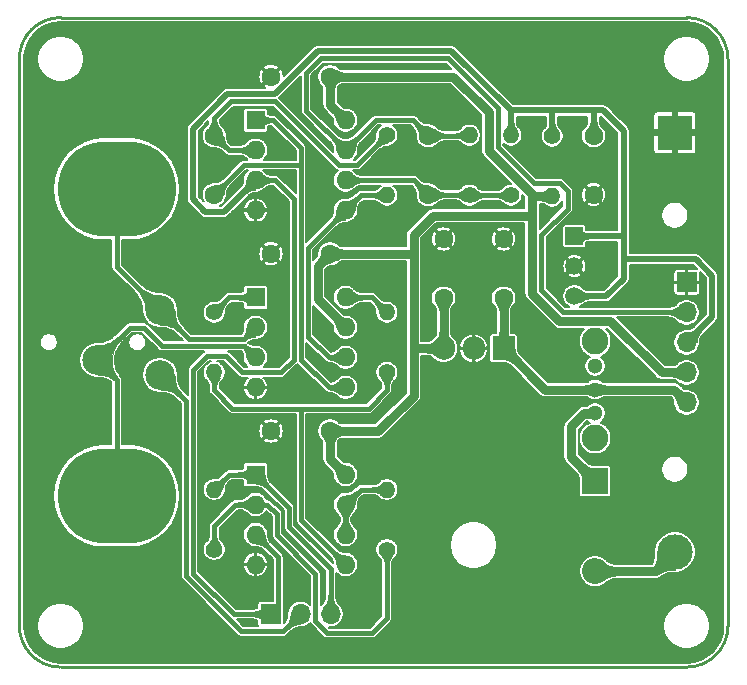
<source format=gbr>
G04 #@! TF.GenerationSoftware,KiCad,Pcbnew,(5.1.8)-1*
G04 #@! TF.CreationDate,2021-01-06T21:55:42-05:00*
G04 #@! TF.ProjectId,ECG_Amplifier,4543475f-416d-4706-9c69-666965722e6b,rev?*
G04 #@! TF.SameCoordinates,Original*
G04 #@! TF.FileFunction,Copper,L1,Top*
G04 #@! TF.FilePolarity,Positive*
%FSLAX46Y46*%
G04 Gerber Fmt 4.6, Leading zero omitted, Abs format (unit mm)*
G04 Created by KiCad (PCBNEW (5.1.8)-1) date 2021-01-06 21:55:42*
%MOMM*%
%LPD*%
G01*
G04 APERTURE LIST*
G04 #@! TA.AperFunction,Profile*
%ADD10C,0.254000*%
G04 #@! TD*
G04 #@! TA.AperFunction,ComponentPad*
%ADD11R,1.500000X1.500000*%
G04 #@! TD*
G04 #@! TA.AperFunction,ComponentPad*
%ADD12C,1.500000*%
G04 #@! TD*
G04 #@! TA.AperFunction,SMDPad,CuDef*
%ADD13O,10.000000X8.000000*%
G04 #@! TD*
G04 #@! TA.AperFunction,ComponentPad*
%ADD14C,1.300000*%
G04 #@! TD*
G04 #@! TA.AperFunction,ComponentPad*
%ADD15C,2.250000*%
G04 #@! TD*
G04 #@! TA.AperFunction,ComponentPad*
%ADD16C,2.500000*%
G04 #@! TD*
G04 #@! TA.AperFunction,ComponentPad*
%ADD17O,1.700000X1.700000*%
G04 #@! TD*
G04 #@! TA.AperFunction,ComponentPad*
%ADD18R,1.700000X1.700000*%
G04 #@! TD*
G04 #@! TA.AperFunction,ComponentPad*
%ADD19C,3.000000*%
G04 #@! TD*
G04 #@! TA.AperFunction,ComponentPad*
%ADD20R,3.000000X3.000000*%
G04 #@! TD*
G04 #@! TA.AperFunction,ComponentPad*
%ADD21O,1.905000X2.000000*%
G04 #@! TD*
G04 #@! TA.AperFunction,ComponentPad*
%ADD22R,1.905000X2.000000*%
G04 #@! TD*
G04 #@! TA.AperFunction,ComponentPad*
%ADD23O,1.600000X1.600000*%
G04 #@! TD*
G04 #@! TA.AperFunction,ComponentPad*
%ADD24R,1.600000X1.600000*%
G04 #@! TD*
G04 #@! TA.AperFunction,ComponentPad*
%ADD25O,1.400000X1.400000*%
G04 #@! TD*
G04 #@! TA.AperFunction,ComponentPad*
%ADD26C,1.400000*%
G04 #@! TD*
G04 #@! TA.AperFunction,ComponentPad*
%ADD27C,1.600000*%
G04 #@! TD*
G04 #@! TA.AperFunction,ComponentPad*
%ADD28O,2.200000X2.200000*%
G04 #@! TD*
G04 #@! TA.AperFunction,ComponentPad*
%ADD29R,2.200000X2.200000*%
G04 #@! TD*
G04 #@! TA.AperFunction,ViaPad*
%ADD30C,0.600000*%
G04 #@! TD*
G04 #@! TA.AperFunction,Conductor*
%ADD31C,0.762000*%
G04 #@! TD*
G04 #@! TA.AperFunction,Conductor*
%ADD32C,0.508000*%
G04 #@! TD*
G04 #@! TA.AperFunction,Conductor*
%ADD33C,0.381000*%
G04 #@! TD*
G04 #@! TA.AperFunction,Conductor*
%ADD34C,0.127000*%
G04 #@! TD*
G04 #@! TA.AperFunction,Conductor*
%ADD35C,0.150000*%
G04 #@! TD*
G04 #@! TA.AperFunction,Conductor*
%ADD36C,0.025400*%
G04 #@! TD*
G04 APERTURE END LIST*
D10*
X126500000Y-127500000D02*
G75*
G03*
X130000000Y-124000000I0J3500000D01*
G01*
X130000000Y-76000000D02*
G75*
G03*
X126500000Y-72500000I-3500000J0D01*
G01*
X70000000Y-124000000D02*
G75*
G03*
X73500000Y-127500000I3500000J0D01*
G01*
X73500000Y-72500000D02*
G75*
G03*
X70000000Y-76000000I0J-3500000D01*
G01*
X70000000Y-76000000D02*
X70000000Y-124000000D01*
X130000000Y-76000000D02*
X130000000Y-124000000D01*
X73500000Y-127500000D02*
X126500000Y-127500000D01*
X73500000Y-72500000D02*
X126500000Y-72500000D01*
D11*
X117000000Y-91000000D03*
D12*
X117000000Y-96080000D03*
X117000000Y-93540000D03*
D13*
X78250000Y-87000000D03*
X78250000Y-113000000D03*
D14*
X118750000Y-104000000D03*
D15*
X118750000Y-99900000D03*
X118750000Y-108100000D03*
D14*
X118750000Y-106000000D03*
X118750000Y-102000000D03*
D16*
X81900000Y-102750000D03*
X81900000Y-97250000D03*
X76600000Y-101500000D03*
D17*
X126500000Y-105080000D03*
X126500000Y-102540000D03*
X126500000Y-100000000D03*
X126500000Y-97460000D03*
D18*
X126500000Y-94920000D03*
D19*
X125500000Y-117750000D03*
D20*
X125500000Y-82250000D03*
D21*
X105920000Y-100500000D03*
X108460000Y-100500000D03*
D22*
X111000000Y-100500000D03*
D23*
X97620000Y-81190000D03*
X90000000Y-88810000D03*
X97620000Y-83730000D03*
X90000000Y-86270000D03*
X97620000Y-86270000D03*
X90000000Y-83730000D03*
X97620000Y-88810000D03*
D24*
X90000000Y-81190000D03*
D23*
X97620000Y-96190000D03*
X90000000Y-103810000D03*
X97620000Y-98730000D03*
X90000000Y-101270000D03*
X97620000Y-101270000D03*
X90000000Y-98730000D03*
X97620000Y-103810000D03*
D24*
X90000000Y-96190000D03*
D25*
X101120000Y-87540000D03*
D26*
X101120000Y-82460000D03*
D23*
X97620000Y-111190000D03*
X90000000Y-118810000D03*
X97620000Y-113730000D03*
X90000000Y-116270000D03*
X97620000Y-116270000D03*
X90000000Y-113730000D03*
X97620000Y-118810000D03*
D24*
X90000000Y-111190000D03*
D18*
X91270000Y-123000000D03*
D17*
X93810000Y-123000000D03*
X96350000Y-123000000D03*
D25*
X86500000Y-112460000D03*
D26*
X86500000Y-117540000D03*
D25*
X101120000Y-112460000D03*
D26*
X101120000Y-117540000D03*
D25*
X101120000Y-97460000D03*
D26*
X101120000Y-102540000D03*
D25*
X86500000Y-102540000D03*
D26*
X86500000Y-97460000D03*
D27*
X91310000Y-107500000D03*
X96310000Y-107500000D03*
D25*
X115120000Y-87620000D03*
D26*
X115120000Y-82540000D03*
D25*
X108120000Y-82460000D03*
D26*
X108120000Y-87540000D03*
D25*
X111620000Y-82460000D03*
D26*
X111620000Y-87540000D03*
D28*
X118750000Y-119370000D03*
D29*
X118750000Y-111750000D03*
D27*
X105920000Y-91250000D03*
X105920000Y-96250000D03*
X111000000Y-91250000D03*
X111000000Y-96250000D03*
X118620000Y-87500000D03*
X118620000Y-82500000D03*
X91310000Y-77500000D03*
X96310000Y-77500000D03*
X104620000Y-82500000D03*
X104620000Y-87500000D03*
X86500000Y-87500000D03*
X86500000Y-82500000D03*
X91310000Y-92500000D03*
X96310000Y-92500000D03*
D30*
X114617500Y-89154000D03*
X105981500Y-79756000D03*
X95440500Y-87503000D03*
X89408000Y-123761500D03*
X88265000Y-84582000D03*
X92837000Y-85979000D03*
X101219000Y-90297000D03*
X102806500Y-84582000D03*
X88265000Y-86804500D03*
X88455500Y-101092000D03*
X93535500Y-80264000D03*
X99504500Y-82994500D03*
X71004999Y-75755000D03*
X71004999Y-84555000D03*
X71004999Y-93355000D03*
X71004999Y-102155000D03*
X71004999Y-110955000D03*
X71004999Y-119755000D03*
X75804999Y-79755000D03*
X75804999Y-97355000D03*
X75804999Y-106155000D03*
X75804999Y-125355000D03*
X78204999Y-118155000D03*
X79004999Y-74155000D03*
X79004999Y-91755000D03*
X82204999Y-82155000D03*
X82204999Y-108555000D03*
X82204999Y-122955000D03*
X83804999Y-95755000D03*
X85404999Y-76555000D03*
X85404999Y-114155000D03*
X87004999Y-90155000D03*
X87804999Y-103755000D03*
X87804999Y-126155000D03*
X91004999Y-109355000D03*
X91004999Y-120555000D03*
X91804999Y-74155000D03*
X91804999Y-82955000D03*
X91804999Y-94155000D03*
X95004999Y-114155000D03*
X95804999Y-98955000D03*
X95804999Y-125355000D03*
X97404999Y-78955000D03*
X97404999Y-90955000D03*
X99004999Y-108555000D03*
X99804999Y-118955000D03*
X100604999Y-84555000D03*
X101404999Y-74155000D03*
X101404999Y-95755000D03*
X103004999Y-113355000D03*
X103804999Y-123755000D03*
X104604999Y-102155000D03*
X106204999Y-81355000D03*
X107804999Y-90955000D03*
X107804999Y-107755000D03*
X108604999Y-119755000D03*
X109404999Y-74955000D03*
X109404999Y-98155000D03*
X111004999Y-126155000D03*
X111804999Y-112555000D03*
X113404999Y-82955000D03*
X114204999Y-105355000D03*
X115004999Y-92555000D03*
X115804999Y-117355000D03*
X116604999Y-76555000D03*
X118204999Y-123755000D03*
X119804999Y-85355000D03*
X120604999Y-101355000D03*
X121404999Y-109355000D03*
X122204999Y-94155000D03*
X123004999Y-74155000D03*
X123804999Y-115755000D03*
X124604999Y-126155000D03*
X126204999Y-79755000D03*
X127004999Y-87755000D03*
X127804999Y-106955000D03*
X127804999Y-120555000D03*
D31*
X105920000Y-100500000D02*
X105920000Y-96250000D01*
X103334000Y-92500000D02*
X103378000Y-92456000D01*
X96310000Y-92500000D02*
X103334000Y-92500000D01*
X103421000Y-100500000D02*
X103378000Y-100457000D01*
X105920000Y-100500000D02*
X103421000Y-100500000D01*
X103378000Y-100457000D02*
X103378000Y-92456000D01*
X96310000Y-109880000D02*
X97620000Y-111190000D01*
X96310000Y-107500000D02*
X96310000Y-109880000D01*
X96310000Y-79880000D02*
X97620000Y-81190000D01*
X96310000Y-77500000D02*
X96310000Y-79880000D01*
X105029000Y-89281000D02*
X113411000Y-89281000D01*
X103378000Y-90932000D02*
X105029000Y-89281000D01*
X103378000Y-92456000D02*
X103378000Y-90932000D01*
X113411000Y-89281000D02*
X113411000Y-95885000D01*
X124384000Y-102540000D02*
X126500000Y-102540000D01*
X115719999Y-98193999D02*
X113411000Y-95885000D01*
X120037999Y-98193999D02*
X115719999Y-98193999D01*
X124384000Y-102540000D02*
X120037999Y-98193999D01*
X103378000Y-104521000D02*
X103378000Y-100457000D01*
X100399000Y-107500000D02*
X103378000Y-104521000D01*
X96310000Y-107500000D02*
X100399000Y-107500000D01*
X95250000Y-96360000D02*
X97620000Y-98730000D01*
X95250000Y-93560000D02*
X95250000Y-96360000D01*
X96310000Y-92500000D02*
X95250000Y-93560000D01*
X106752148Y-77500000D02*
X96310000Y-77500000D01*
X113411000Y-89281000D02*
X113411000Y-87439500D01*
X113591500Y-87620000D02*
X115120000Y-87620000D01*
X113411000Y-87439500D02*
X113591500Y-87620000D01*
X113411000Y-87439500D02*
X109757989Y-83786490D01*
X109757989Y-80505841D02*
X106752148Y-77500000D01*
X109757989Y-83786490D02*
X109757989Y-80505841D01*
D32*
X128651000Y-94361000D02*
X128651000Y-97849000D01*
X127254000Y-92964000D02*
X128651000Y-94361000D01*
X128651000Y-97849000D02*
X126500000Y-100000000D01*
X127254000Y-92964000D02*
X121158000Y-92964000D01*
X121158000Y-94615000D02*
X121158000Y-92964000D01*
X119693000Y-96080000D02*
X121158000Y-94615000D01*
X117000000Y-96080000D02*
X119693000Y-96080000D01*
X121090000Y-91000000D02*
X121158000Y-90932000D01*
X117000000Y-91000000D02*
X121090000Y-91000000D01*
X121158000Y-92964000D02*
X121158000Y-90932000D01*
D33*
X91667500Y-86270000D02*
X90000000Y-86270000D01*
X93262480Y-87864980D02*
X91667500Y-86270000D01*
X92182950Y-102539800D02*
X93262480Y-101460270D01*
X88849200Y-102539800D02*
X92182950Y-102539800D01*
X85852000Y-101155500D02*
X87464900Y-101155500D01*
X84709000Y-102298500D02*
X85852000Y-101155500D01*
X93262480Y-101460270D02*
X93262480Y-87864980D01*
X84709000Y-119570500D02*
X84709000Y-102298500D01*
X88138500Y-123000000D02*
X84709000Y-119570500D01*
X87464900Y-101155500D02*
X88849200Y-102539800D01*
X91270000Y-123000000D02*
X88138500Y-123000000D01*
D32*
X121158000Y-82092800D02*
X121158000Y-90932000D01*
X111620000Y-80365300D02*
X111620000Y-82460000D01*
X87617036Y-78959090D02*
X91627310Y-78959090D01*
X84683600Y-81892526D02*
X87617036Y-78959090D01*
X84683600Y-87884000D02*
X84683600Y-81892526D01*
X85750400Y-88950800D02*
X84683600Y-87884000D01*
X87319200Y-88950800D02*
X85750400Y-88950800D01*
X90000000Y-86270000D02*
X87319200Y-88950800D01*
X119430500Y-80365300D02*
X121158000Y-82092800D01*
X118620000Y-80367600D02*
X118617700Y-80365300D01*
X118620000Y-82500000D02*
X118620000Y-80367600D01*
X118617700Y-80365300D02*
X119430500Y-80365300D01*
X115120000Y-80383200D02*
X115137900Y-80365300D01*
X115120000Y-82540000D02*
X115120000Y-80383200D01*
X115137900Y-80365300D02*
X118617700Y-80365300D01*
X111620000Y-80365300D02*
X115137900Y-80365300D01*
D33*
X91922600Y-122347400D02*
X91270000Y-123000000D01*
X91922600Y-118192600D02*
X91922600Y-122347400D01*
X90000000Y-116270000D02*
X91922600Y-118192600D01*
D32*
X91627310Y-78959090D02*
X95284910Y-75301490D01*
X106556191Y-75301491D02*
X111620000Y-80365300D01*
X95284910Y-75301490D02*
X106556191Y-75301491D01*
D31*
X111000000Y-96250000D02*
X111000000Y-100500000D01*
X125420000Y-104000000D02*
X126500000Y-105080000D01*
X118750000Y-104000000D02*
X125420000Y-104000000D01*
X114500000Y-104000000D02*
X118750000Y-104000000D01*
X111000000Y-100500000D02*
X114500000Y-104000000D01*
D33*
X87770000Y-96190000D02*
X90000000Y-96190000D01*
X86500000Y-97460000D02*
X87770000Y-96190000D01*
X99850000Y-96190000D02*
X101120000Y-97460000D01*
X97620000Y-96190000D02*
X99850000Y-96190000D01*
D31*
X123880000Y-119370000D02*
X125500000Y-117750000D01*
X118750000Y-119370000D02*
X123880000Y-119370000D01*
X117830762Y-106000000D02*
X118750000Y-106000000D01*
X116713000Y-107117762D02*
X117830762Y-106000000D01*
X116713000Y-109713000D02*
X116713000Y-107117762D01*
X118750000Y-111750000D02*
X116713000Y-109713000D01*
D33*
X108080000Y-82500000D02*
X108120000Y-82460000D01*
X104620000Y-82500000D02*
X108080000Y-82500000D01*
X103298400Y-81178400D02*
X104620000Y-82500000D01*
X100171600Y-81178400D02*
X103298400Y-81178400D01*
X97620000Y-83730000D02*
X100171600Y-81178400D01*
X94284800Y-80394800D02*
X97620000Y-83730000D01*
X94284800Y-77216000D02*
X94284800Y-80394800D01*
X126500000Y-97460000D02*
X126462489Y-97422489D01*
X114182510Y-90922490D02*
X116433600Y-88671400D01*
X110529499Y-80186273D02*
X106289226Y-75946000D01*
X95554800Y-75946000D02*
X94284800Y-77216000D01*
X126462489Y-97422489D02*
X116039567Y-97422489D01*
X116039567Y-97422489D02*
X114182510Y-95565432D01*
X114182510Y-95565432D02*
X114182510Y-90922490D01*
X116433600Y-88671400D02*
X116433600Y-87172800D01*
X116433600Y-87172800D02*
X115790299Y-86529499D01*
X115790299Y-86529499D02*
X113592077Y-86529499D01*
X110529499Y-83466921D02*
X110529499Y-80186273D01*
X113592077Y-86529499D02*
X110529499Y-83466921D01*
X106289226Y-75946000D02*
X95554800Y-75946000D01*
X78250000Y-113000000D02*
X78250000Y-103150000D01*
X78250000Y-103150000D02*
X76600000Y-101500000D01*
X80518000Y-98742500D02*
X79357500Y-98742500D01*
X82066009Y-100290509D02*
X80518000Y-98742500D01*
X79357500Y-98742500D02*
X76600000Y-101500000D01*
X84600163Y-100290509D02*
X82066009Y-100290509D01*
X84600172Y-100290500D02*
X84600163Y-100290509D01*
X89020500Y-100290500D02*
X84600172Y-100290500D01*
X90000000Y-101270000D02*
X89020500Y-100290500D01*
X87770000Y-111190000D02*
X90000000Y-111190000D01*
X86500000Y-112460000D02*
X87770000Y-111190000D01*
X92837000Y-114027000D02*
X90000000Y-111190000D01*
X92837000Y-115633500D02*
X92837000Y-114027000D01*
X96350000Y-119146500D02*
X92837000Y-115633500D01*
X96350000Y-123000000D02*
X96350000Y-119146500D01*
X78250000Y-93600000D02*
X81900000Y-97250000D01*
X78250000Y-87000000D02*
X78250000Y-93600000D01*
X89020500Y-99709500D02*
X84359500Y-99709500D01*
X90000000Y-98730000D02*
X89020500Y-99709500D01*
X84359500Y-99709500D02*
X81900000Y-97250000D01*
X101120000Y-104048500D02*
X101120000Y-102540000D01*
X86500000Y-104051400D02*
X88049100Y-105600500D01*
X99568000Y-105600500D02*
X101120000Y-104048500D01*
X86500000Y-102540000D02*
X86500000Y-104051400D01*
X97620000Y-118810000D02*
X93853000Y-115043000D01*
X93853000Y-115043000D02*
X93853000Y-105600500D01*
X93853000Y-105600500D02*
X99568000Y-105600500D01*
X88049100Y-105600500D02*
X93853000Y-105600500D01*
X98890000Y-87540000D02*
X101120000Y-87540000D01*
X97620000Y-88810000D02*
X98890000Y-87540000D01*
X96190000Y-101270000D02*
X97620000Y-101270000D01*
X94424500Y-99504500D02*
X96190000Y-101270000D01*
X94424500Y-92005500D02*
X94424500Y-99504500D01*
X97620000Y-88810000D02*
X94424500Y-92005500D01*
X97620000Y-116270000D02*
X97620000Y-113730000D01*
X98890000Y-112460000D02*
X101120000Y-112460000D01*
X97620000Y-113730000D02*
X98890000Y-112460000D01*
X88301600Y-113730000D02*
X90000000Y-113730000D01*
X86500000Y-115531600D02*
X88301600Y-113730000D01*
X86500000Y-117540000D02*
X86500000Y-115531600D01*
X101120000Y-117540000D02*
X101120000Y-123339800D01*
X91821000Y-116332000D02*
X91821000Y-114554000D01*
X101120000Y-123339800D02*
X99847400Y-124612400D01*
X99847400Y-124612400D02*
X96067460Y-124612400D01*
X90997000Y-113730000D02*
X90000000Y-113730000D01*
X96067460Y-124612400D02*
X95072200Y-123617140D01*
X95072200Y-123617140D02*
X95072200Y-119583200D01*
X95072200Y-119583200D02*
X91821000Y-116332000D01*
X91821000Y-114554000D02*
X90997000Y-113730000D01*
X93810000Y-123000000D02*
X92350000Y-124460000D01*
X92350000Y-124460000D02*
X88776828Y-124460000D01*
X88776828Y-124460000D02*
X84127990Y-119811162D01*
X84127990Y-104977990D02*
X81900000Y-102750000D01*
X84127990Y-119811162D02*
X84127990Y-104977990D01*
X108080000Y-87500000D02*
X108120000Y-87540000D01*
X104620000Y-87500000D02*
X108080000Y-87500000D01*
X108120000Y-87540000D02*
X111620000Y-87540000D01*
X103390000Y-86270000D02*
X104620000Y-87500000D01*
X97620000Y-86270000D02*
X103390000Y-86270000D01*
X86500000Y-87500000D02*
X89011600Y-84988400D01*
X97620000Y-103810000D02*
X96190000Y-103810000D01*
X96190000Y-103810000D02*
X93843490Y-101463490D01*
X93751400Y-84988400D02*
X93843490Y-85080490D01*
X89011600Y-84988400D02*
X93751400Y-84988400D01*
X93843490Y-101463490D02*
X93843490Y-85080490D01*
X91477000Y-81190000D02*
X90000000Y-81190000D01*
X93843490Y-83556490D02*
X91477000Y-81190000D01*
X93843490Y-85080490D02*
X93843490Y-83556490D01*
X86500000Y-80987600D02*
X86500000Y-82500000D01*
X87884000Y-79603600D02*
X86500000Y-80987600D01*
X91643200Y-79603600D02*
X87884000Y-79603600D01*
X97028000Y-84988400D02*
X91643200Y-79603600D01*
X98591600Y-84988400D02*
X97028000Y-84988400D01*
X101120000Y-82460000D02*
X98591600Y-84988400D01*
X87730000Y-83730000D02*
X90000000Y-83730000D01*
X86500000Y-82500000D02*
X87730000Y-83730000D01*
D34*
X127103607Y-72951557D02*
X127684223Y-73126855D01*
X128219736Y-73411592D01*
X128689742Y-73794919D01*
X129076339Y-74262235D01*
X129364808Y-74795749D01*
X129544154Y-75375121D01*
X129609486Y-75996708D01*
X129609500Y-76000783D01*
X129609501Y-123980894D01*
X129548443Y-124603607D01*
X129373145Y-125184225D01*
X129088408Y-125719736D01*
X128705083Y-126189739D01*
X128237765Y-126576339D01*
X127704253Y-126864808D01*
X127124878Y-127044154D01*
X126503292Y-127109486D01*
X126499217Y-127109500D01*
X73519095Y-127109500D01*
X72896393Y-127048443D01*
X72315775Y-126873145D01*
X71780264Y-126588408D01*
X71310261Y-126205083D01*
X70923661Y-125737765D01*
X70635192Y-125204253D01*
X70455846Y-124624878D01*
X70390514Y-124003292D01*
X70390500Y-123999217D01*
X70390500Y-123806612D01*
X71536500Y-123806612D01*
X71536500Y-124193388D01*
X71611956Y-124572732D01*
X71759968Y-124930066D01*
X71974850Y-125251659D01*
X72248341Y-125525150D01*
X72569934Y-125740032D01*
X72927268Y-125888044D01*
X73306612Y-125963500D01*
X73693388Y-125963500D01*
X74072732Y-125888044D01*
X74430066Y-125740032D01*
X74751659Y-125525150D01*
X75025150Y-125251659D01*
X75240032Y-124930066D01*
X75388044Y-124572732D01*
X75463500Y-124193388D01*
X75463500Y-123806612D01*
X75388044Y-123427268D01*
X75240032Y-123069934D01*
X75025150Y-122748341D01*
X74751659Y-122474850D01*
X74430066Y-122259968D01*
X74072732Y-122111956D01*
X73693388Y-122036500D01*
X73306612Y-122036500D01*
X72927268Y-122111956D01*
X72569934Y-122259968D01*
X72248341Y-122474850D01*
X71974850Y-122748341D01*
X71759968Y-123069934D01*
X71611956Y-123427268D01*
X71536500Y-123806612D01*
X70390500Y-123806612D01*
X70390500Y-99924802D01*
X71736500Y-99924802D01*
X71736500Y-100075198D01*
X71765841Y-100222705D01*
X71823395Y-100361653D01*
X71906951Y-100486703D01*
X72013297Y-100593049D01*
X72138347Y-100676605D01*
X72277295Y-100734159D01*
X72424802Y-100763500D01*
X72575198Y-100763500D01*
X72722705Y-100734159D01*
X72861653Y-100676605D01*
X72986703Y-100593049D01*
X73093049Y-100486703D01*
X73176605Y-100361653D01*
X73234159Y-100222705D01*
X73263500Y-100075198D01*
X73263500Y-99924802D01*
X73234159Y-99777295D01*
X73176605Y-99638347D01*
X73093049Y-99513297D01*
X72986703Y-99406951D01*
X72861653Y-99323395D01*
X72722705Y-99265841D01*
X72575198Y-99236500D01*
X72424802Y-99236500D01*
X72277295Y-99265841D01*
X72138347Y-99323395D01*
X72013297Y-99406951D01*
X71906951Y-99513297D01*
X71823395Y-99638347D01*
X71765841Y-99777295D01*
X71736500Y-99924802D01*
X70390500Y-99924802D01*
X70390500Y-87000000D01*
X72865387Y-87000000D01*
X72949636Y-87855396D01*
X73199146Y-88677919D01*
X73604328Y-89435960D01*
X74149610Y-90100390D01*
X74814040Y-90645672D01*
X75572081Y-91050854D01*
X76394604Y-91300364D01*
X77035636Y-91363500D01*
X77796001Y-91363500D01*
X77796001Y-93577702D01*
X77793805Y-93600000D01*
X77802570Y-93688999D01*
X77828530Y-93774578D01*
X77828531Y-93774579D01*
X77870688Y-93853449D01*
X77927422Y-93922579D01*
X77944738Y-93936790D01*
X79767040Y-95759092D01*
X79890797Y-95891825D01*
X79997623Y-96024671D01*
X80090884Y-96160933D01*
X80170928Y-96300765D01*
X80238105Y-96444476D01*
X80292657Y-96592391D01*
X80334762Y-96744964D01*
X80364474Y-96902648D01*
X80381736Y-97065878D01*
X80386500Y-97238838D01*
X80386500Y-97399067D01*
X80444663Y-97691472D01*
X80558754Y-97966911D01*
X80724388Y-98214800D01*
X80935200Y-98425612D01*
X81183089Y-98591246D01*
X81458528Y-98705337D01*
X81750933Y-98763500D01*
X81911165Y-98763500D01*
X82084121Y-98768263D01*
X82247351Y-98785525D01*
X82405035Y-98815237D01*
X82557608Y-98857342D01*
X82705523Y-98911894D01*
X82849234Y-98979071D01*
X82989066Y-99059115D01*
X83125328Y-99152376D01*
X83258174Y-99259202D01*
X83390904Y-99382957D01*
X83844456Y-99836509D01*
X82254062Y-99836509D01*
X80854794Y-98437242D01*
X80840579Y-98419921D01*
X80771449Y-98363187D01*
X80692579Y-98321030D01*
X80606999Y-98295070D01*
X80540295Y-98288500D01*
X80540288Y-98288500D01*
X80518000Y-98286305D01*
X80495712Y-98288500D01*
X79379788Y-98288500D01*
X79357500Y-98286305D01*
X79335212Y-98288500D01*
X79335205Y-98288500D01*
X79276921Y-98294241D01*
X79268500Y-98295070D01*
X79198623Y-98316267D01*
X79182921Y-98321030D01*
X79104051Y-98363187D01*
X79034921Y-98419921D01*
X79020710Y-98437237D01*
X78090907Y-99367041D01*
X77958174Y-99490797D01*
X77825328Y-99597623D01*
X77689066Y-99690884D01*
X77549234Y-99770928D01*
X77405523Y-99838105D01*
X77257608Y-99892657D01*
X77105035Y-99934762D01*
X76947351Y-99964474D01*
X76784121Y-99981736D01*
X76611162Y-99986500D01*
X76450933Y-99986500D01*
X76158528Y-100044663D01*
X75883089Y-100158754D01*
X75635200Y-100324388D01*
X75424388Y-100535200D01*
X75258754Y-100783089D01*
X75144663Y-101058528D01*
X75086500Y-101350933D01*
X75086500Y-101649067D01*
X75144663Y-101941472D01*
X75258754Y-102216911D01*
X75424388Y-102464800D01*
X75635200Y-102675612D01*
X75883089Y-102841246D01*
X76158528Y-102955337D01*
X76450933Y-103013500D01*
X76613212Y-103013500D01*
X76786731Y-103016851D01*
X76948862Y-103030147D01*
X77101486Y-103053159D01*
X77244720Y-103085606D01*
X77378869Y-103127251D01*
X77504314Y-103177910D01*
X77621491Y-103237490D01*
X77730988Y-103306086D01*
X77796001Y-103355532D01*
X77796000Y-108636500D01*
X77035636Y-108636500D01*
X76394604Y-108699636D01*
X75572081Y-108949146D01*
X74814040Y-109354328D01*
X74149610Y-109899610D01*
X73604328Y-110564040D01*
X73199146Y-111322081D01*
X72949636Y-112144604D01*
X72865387Y-113000000D01*
X72949636Y-113855396D01*
X73199146Y-114677919D01*
X73604328Y-115435960D01*
X74149610Y-116100390D01*
X74814040Y-116645672D01*
X75572081Y-117050854D01*
X76394604Y-117300364D01*
X77035636Y-117363500D01*
X79464364Y-117363500D01*
X80105396Y-117300364D01*
X80927919Y-117050854D01*
X81685960Y-116645672D01*
X82350390Y-116100390D01*
X82895672Y-115435960D01*
X83300854Y-114677919D01*
X83550364Y-113855396D01*
X83634613Y-113000000D01*
X83550364Y-112144604D01*
X83300854Y-111322081D01*
X82895672Y-110564040D01*
X82350390Y-109899610D01*
X81685960Y-109354328D01*
X80927919Y-108949146D01*
X80105396Y-108699636D01*
X79464364Y-108636500D01*
X78704000Y-108636500D01*
X78704000Y-103172287D01*
X78706195Y-103149999D01*
X78704000Y-103127711D01*
X78704000Y-103127705D01*
X78697430Y-103061001D01*
X78697053Y-103059756D01*
X78671470Y-102975421D01*
X78651474Y-102938011D01*
X78629313Y-102896551D01*
X78572579Y-102827421D01*
X78562100Y-102818821D01*
X78483881Y-102733274D01*
X78406086Y-102630988D01*
X78337490Y-102521491D01*
X78277910Y-102404314D01*
X78227251Y-102278869D01*
X78185606Y-102144720D01*
X78153159Y-102001486D01*
X78130147Y-101848862D01*
X78116851Y-101686731D01*
X78113500Y-101513212D01*
X78113500Y-101488835D01*
X78118263Y-101315878D01*
X78135525Y-101152648D01*
X78165237Y-100994964D01*
X78207342Y-100842391D01*
X78261894Y-100694476D01*
X78329071Y-100550765D01*
X78409115Y-100410933D01*
X78502376Y-100274671D01*
X78609196Y-100141832D01*
X78732971Y-100009081D01*
X78817250Y-99924802D01*
X79236500Y-99924802D01*
X79236500Y-100075198D01*
X79265841Y-100222705D01*
X79323395Y-100361653D01*
X79406951Y-100486703D01*
X79513297Y-100593049D01*
X79638347Y-100676605D01*
X79777295Y-100734159D01*
X79924802Y-100763500D01*
X80075198Y-100763500D01*
X80222705Y-100734159D01*
X80361653Y-100676605D01*
X80486703Y-100593049D01*
X80593049Y-100486703D01*
X80676605Y-100361653D01*
X80734159Y-100222705D01*
X80763500Y-100075198D01*
X80763500Y-99924802D01*
X80734159Y-99777295D01*
X80676605Y-99638347D01*
X80593049Y-99513297D01*
X80486703Y-99406951D01*
X80361653Y-99323395D01*
X80222705Y-99265841D01*
X80075198Y-99236500D01*
X79924802Y-99236500D01*
X79777295Y-99265841D01*
X79638347Y-99323395D01*
X79513297Y-99406951D01*
X79406951Y-99513297D01*
X79323395Y-99638347D01*
X79265841Y-99777295D01*
X79236500Y-99924802D01*
X78817250Y-99924802D01*
X79545553Y-99196500D01*
X80329948Y-99196500D01*
X81729219Y-100595772D01*
X81743430Y-100613088D01*
X81760746Y-100627299D01*
X81760747Y-100627300D01*
X81787151Y-100648969D01*
X81812560Y-100669822D01*
X81867719Y-100699305D01*
X81891430Y-100711979D01*
X81977009Y-100737939D01*
X81986310Y-100738855D01*
X82043714Y-100744509D01*
X82043720Y-100744509D01*
X82066008Y-100746704D01*
X82088296Y-100744509D01*
X84577875Y-100744509D01*
X84600163Y-100746704D01*
X84622451Y-100744509D01*
X84622458Y-100744509D01*
X84622549Y-100744500D01*
X85657833Y-100744500D01*
X85598551Y-100776187D01*
X85529421Y-100832921D01*
X85515210Y-100850237D01*
X84403738Y-101961710D01*
X84386422Y-101975921D01*
X84329688Y-102045051D01*
X84322618Y-102058278D01*
X84287530Y-102123922D01*
X84261570Y-102209501D01*
X84252805Y-102298500D01*
X84255001Y-102320798D01*
X84255001Y-104462948D01*
X84032956Y-104240903D01*
X83909202Y-104108174D01*
X83802376Y-103975328D01*
X83709115Y-103839066D01*
X83629071Y-103699234D01*
X83561894Y-103555523D01*
X83507342Y-103407608D01*
X83465237Y-103255035D01*
X83435525Y-103097351D01*
X83418263Y-102934121D01*
X83413500Y-102761165D01*
X83413500Y-102600933D01*
X83355337Y-102308528D01*
X83241246Y-102033089D01*
X83075612Y-101785200D01*
X82864800Y-101574388D01*
X82616911Y-101408754D01*
X82341472Y-101294663D01*
X82049067Y-101236500D01*
X81750933Y-101236500D01*
X81458528Y-101294663D01*
X81183089Y-101408754D01*
X80935200Y-101574388D01*
X80724388Y-101785200D01*
X80558754Y-102033089D01*
X80444663Y-102308528D01*
X80386500Y-102600933D01*
X80386500Y-102899067D01*
X80444663Y-103191472D01*
X80558754Y-103466911D01*
X80724388Y-103714800D01*
X80935200Y-103925612D01*
X81183089Y-104091246D01*
X81458528Y-104205337D01*
X81750933Y-104263500D01*
X81911165Y-104263500D01*
X82084121Y-104268263D01*
X82247351Y-104285525D01*
X82405035Y-104315237D01*
X82557608Y-104357342D01*
X82705523Y-104411894D01*
X82849234Y-104479071D01*
X82989066Y-104559115D01*
X83125328Y-104652376D01*
X83258174Y-104759202D01*
X83390903Y-104882956D01*
X83673991Y-105166044D01*
X83673990Y-119788874D01*
X83671795Y-119811162D01*
X83673990Y-119833450D01*
X83673990Y-119833456D01*
X83679397Y-119888350D01*
X83680560Y-119900161D01*
X83691833Y-119937323D01*
X83706520Y-119985740D01*
X83748677Y-120064610D01*
X83805411Y-120133741D01*
X83822733Y-120147957D01*
X88440038Y-124765263D01*
X88454249Y-124782579D01*
X88471565Y-124796790D01*
X88471566Y-124796791D01*
X88479705Y-124803470D01*
X88523379Y-124839313D01*
X88576944Y-124867944D01*
X88602249Y-124881470D01*
X88687828Y-124907430D01*
X88696249Y-124908259D01*
X88754533Y-124914000D01*
X88754540Y-124914000D01*
X88776828Y-124916195D01*
X88799116Y-124914000D01*
X92327712Y-124914000D01*
X92350000Y-124916195D01*
X92372288Y-124914000D01*
X92372295Y-124914000D01*
X92438999Y-124907430D01*
X92524579Y-124881470D01*
X92603449Y-124839313D01*
X92672579Y-124782579D01*
X92686794Y-124765258D01*
X93001934Y-124450118D01*
X93076282Y-124380787D01*
X93148639Y-124322582D01*
X93222292Y-124272141D01*
X93297431Y-124229094D01*
X93374302Y-124193124D01*
X93453288Y-124163957D01*
X93534821Y-124141425D01*
X93619318Y-124125477D01*
X93707269Y-124116159D01*
X93803592Y-124113500D01*
X93919670Y-124113500D01*
X94134796Y-124070709D01*
X94337440Y-123986771D01*
X94519815Y-123864912D01*
X94637296Y-123747431D01*
X94650730Y-123791718D01*
X94692887Y-123870588D01*
X94749621Y-123939719D01*
X94766942Y-123953934D01*
X95730670Y-124917663D01*
X95744881Y-124934979D01*
X95814011Y-124991713D01*
X95841466Y-125006388D01*
X95892881Y-125033870D01*
X95978460Y-125059830D01*
X95987761Y-125060746D01*
X96045165Y-125066400D01*
X96045171Y-125066400D01*
X96067459Y-125068595D01*
X96089747Y-125066400D01*
X99825112Y-125066400D01*
X99847400Y-125068595D01*
X99869688Y-125066400D01*
X99869695Y-125066400D01*
X99936399Y-125059830D01*
X100021979Y-125033870D01*
X100100849Y-124991713D01*
X100169979Y-124934979D01*
X100184194Y-124917658D01*
X101295240Y-123806612D01*
X124536500Y-123806612D01*
X124536500Y-124193388D01*
X124611956Y-124572732D01*
X124759968Y-124930066D01*
X124974850Y-125251659D01*
X125248341Y-125525150D01*
X125569934Y-125740032D01*
X125927268Y-125888044D01*
X126306612Y-125963500D01*
X126693388Y-125963500D01*
X127072732Y-125888044D01*
X127430066Y-125740032D01*
X127751659Y-125525150D01*
X128025150Y-125251659D01*
X128240032Y-124930066D01*
X128388044Y-124572732D01*
X128463500Y-124193388D01*
X128463500Y-123806612D01*
X128388044Y-123427268D01*
X128240032Y-123069934D01*
X128025150Y-122748341D01*
X127751659Y-122474850D01*
X127430066Y-122259968D01*
X127072732Y-122111956D01*
X126693388Y-122036500D01*
X126306612Y-122036500D01*
X125927268Y-122111956D01*
X125569934Y-122259968D01*
X125248341Y-122474850D01*
X124974850Y-122748341D01*
X124759968Y-123069934D01*
X124611956Y-123427268D01*
X124536500Y-123806612D01*
X101295240Y-123806612D01*
X101425263Y-123676590D01*
X101442579Y-123662379D01*
X101462221Y-123638446D01*
X101485974Y-123609503D01*
X101499313Y-123593249D01*
X101541470Y-123514379D01*
X101558710Y-123457547D01*
X101567430Y-123428800D01*
X101573201Y-123370204D01*
X101574000Y-123362095D01*
X101574000Y-123362089D01*
X101576195Y-123339801D01*
X101574000Y-123317513D01*
X101574000Y-119235707D01*
X117386500Y-119235707D01*
X117386500Y-119504293D01*
X117438899Y-119767718D01*
X117541682Y-120015859D01*
X117690901Y-120239180D01*
X117880820Y-120429099D01*
X118104141Y-120578318D01*
X118352282Y-120681101D01*
X118615707Y-120733500D01*
X118884293Y-120733500D01*
X119147718Y-120681101D01*
X119395859Y-120578318D01*
X119619180Y-120429099D01*
X119720703Y-120327576D01*
X119787275Y-120264603D01*
X119852793Y-120211693D01*
X119920517Y-120165552D01*
X119990707Y-120125846D01*
X120063709Y-120092311D01*
X120139971Y-120064758D01*
X120219951Y-120043121D01*
X120304049Y-120027455D01*
X120392634Y-120017897D01*
X120490385Y-120014500D01*
X123848351Y-120014500D01*
X123880000Y-120017617D01*
X123911649Y-120014500D01*
X123911657Y-120014500D01*
X124006344Y-120005174D01*
X124127833Y-119968321D01*
X124239797Y-119908475D01*
X124337935Y-119827935D01*
X124348727Y-119814785D01*
X124398457Y-119770580D01*
X124470764Y-119719673D01*
X124554130Y-119673279D01*
X124649306Y-119631784D01*
X124756842Y-119595683D01*
X124876954Y-119565541D01*
X125009647Y-119541872D01*
X125154921Y-119525089D01*
X125312599Y-119515536D01*
X125480369Y-119513500D01*
X125673690Y-119513500D01*
X126014394Y-119445730D01*
X126335331Y-119312794D01*
X126624166Y-119119800D01*
X126869800Y-118874166D01*
X127062794Y-118585331D01*
X127195730Y-118264394D01*
X127263500Y-117923690D01*
X127263500Y-117576310D01*
X127195730Y-117235606D01*
X127062794Y-116914669D01*
X126869800Y-116625834D01*
X126624166Y-116380200D01*
X126335331Y-116187206D01*
X126014394Y-116054270D01*
X125673690Y-115986500D01*
X125326310Y-115986500D01*
X124985606Y-116054270D01*
X124664669Y-116187206D01*
X124375834Y-116380200D01*
X124130200Y-116625834D01*
X123937206Y-116914669D01*
X123804270Y-117235606D01*
X123736500Y-117576310D01*
X123736500Y-117769626D01*
X123734463Y-117937400D01*
X123724910Y-118095078D01*
X123708127Y-118240352D01*
X123684458Y-118373045D01*
X123654316Y-118493157D01*
X123618215Y-118600693D01*
X123576718Y-118695874D01*
X123560231Y-118725500D01*
X120490388Y-118725500D01*
X120392634Y-118722102D01*
X120304049Y-118712544D01*
X120219951Y-118696878D01*
X120139971Y-118675241D01*
X120063709Y-118647688D01*
X119990707Y-118614153D01*
X119920517Y-118574447D01*
X119852793Y-118528306D01*
X119787268Y-118475390D01*
X119720719Y-118412440D01*
X119619180Y-118310901D01*
X119395859Y-118161682D01*
X119147718Y-118058899D01*
X118884293Y-118006500D01*
X118615707Y-118006500D01*
X118352282Y-118058899D01*
X118104141Y-118161682D01*
X117880820Y-118310901D01*
X117690901Y-118500820D01*
X117541682Y-118724141D01*
X117438899Y-118972282D01*
X117386500Y-119235707D01*
X101574000Y-119235707D01*
X101574000Y-118774600D01*
X101576499Y-118702936D01*
X101583358Y-118639556D01*
X101594532Y-118579739D01*
X101609885Y-118523131D01*
X101629366Y-118469327D01*
X101653046Y-118417876D01*
X101681112Y-118368337D01*
X101713845Y-118320348D01*
X101751565Y-118273672D01*
X101798011Y-118224583D01*
X101868399Y-118154195D01*
X101973843Y-117996388D01*
X102046473Y-117821043D01*
X102083500Y-117634896D01*
X102083500Y-117445104D01*
X102046473Y-117258957D01*
X101973843Y-117083612D01*
X101892376Y-116961688D01*
X106446500Y-116961688D01*
X106446500Y-117358312D01*
X106523878Y-117747316D01*
X106675660Y-118113750D01*
X106896013Y-118443531D01*
X107176469Y-118723987D01*
X107506250Y-118944340D01*
X107872684Y-119096122D01*
X108261688Y-119173500D01*
X108658312Y-119173500D01*
X109047316Y-119096122D01*
X109413750Y-118944340D01*
X109743531Y-118723987D01*
X110023987Y-118443531D01*
X110244340Y-118113750D01*
X110396122Y-117747316D01*
X110473500Y-117358312D01*
X110473500Y-116961688D01*
X110396122Y-116572684D01*
X110244340Y-116206250D01*
X110023987Y-115876469D01*
X109743531Y-115596013D01*
X109413750Y-115375660D01*
X109047316Y-115223878D01*
X108658312Y-115146500D01*
X108261688Y-115146500D01*
X107872684Y-115223878D01*
X107506250Y-115375660D01*
X107176469Y-115596013D01*
X106896013Y-115876469D01*
X106675660Y-116206250D01*
X106523878Y-116572684D01*
X106446500Y-116961688D01*
X101892376Y-116961688D01*
X101868399Y-116925805D01*
X101734195Y-116791601D01*
X101576388Y-116686157D01*
X101401043Y-116613527D01*
X101214896Y-116576500D01*
X101025104Y-116576500D01*
X100838957Y-116613527D01*
X100663612Y-116686157D01*
X100505805Y-116791601D01*
X100371601Y-116925805D01*
X100266157Y-117083612D01*
X100193527Y-117258957D01*
X100156500Y-117445104D01*
X100156500Y-117634896D01*
X100193527Y-117821043D01*
X100266157Y-117996388D01*
X100371601Y-118154195D01*
X100441989Y-118224583D01*
X100488435Y-118273672D01*
X100526155Y-118320348D01*
X100558888Y-118368337D01*
X100586954Y-118417876D01*
X100610634Y-118469327D01*
X100630118Y-118523139D01*
X100645466Y-118579733D01*
X100656642Y-118639555D01*
X100663501Y-118702936D01*
X100666000Y-118774606D01*
X100666001Y-123151746D01*
X99659348Y-124158400D01*
X96255513Y-124158400D01*
X96203234Y-124106121D01*
X96240330Y-124113500D01*
X96459670Y-124113500D01*
X96674796Y-124070709D01*
X96877440Y-123986771D01*
X97059815Y-123864912D01*
X97214912Y-123709815D01*
X97336771Y-123527440D01*
X97420709Y-123324796D01*
X97463500Y-123109670D01*
X97463500Y-122890330D01*
X97420709Y-122675204D01*
X97336771Y-122472560D01*
X97214912Y-122290185D01*
X97132837Y-122208110D01*
X97066602Y-122138114D01*
X97011005Y-122069341D01*
X96962523Y-121998300D01*
X96920809Y-121924726D01*
X96885580Y-121848248D01*
X96856657Y-121768454D01*
X96833969Y-121684899D01*
X96817551Y-121597129D01*
X96807547Y-121504818D01*
X96804000Y-121403276D01*
X96804000Y-119498017D01*
X96942058Y-119636075D01*
X97116244Y-119752462D01*
X97309788Y-119832630D01*
X97515254Y-119873500D01*
X97724746Y-119873500D01*
X97930212Y-119832630D01*
X98123756Y-119752462D01*
X98297942Y-119636075D01*
X98446075Y-119487942D01*
X98562462Y-119313756D01*
X98642630Y-119120212D01*
X98683500Y-118914746D01*
X98683500Y-118705254D01*
X98642630Y-118499788D01*
X98562462Y-118306244D01*
X98446075Y-118132058D01*
X98297942Y-117983925D01*
X98123756Y-117867538D01*
X97930212Y-117787370D01*
X97724746Y-117746500D01*
X97614138Y-117746500D01*
X97527454Y-117744105D01*
X97448925Y-117735781D01*
X97373554Y-117721551D01*
X97300908Y-117701468D01*
X97230548Y-117675480D01*
X97162021Y-117643406D01*
X97094969Y-117604985D01*
X97029132Y-117559890D01*
X96964352Y-117507775D01*
X96897284Y-117445231D01*
X94307000Y-114854948D01*
X94307000Y-113625254D01*
X96556500Y-113625254D01*
X96556500Y-113834746D01*
X96597370Y-114040212D01*
X96677538Y-114233756D01*
X96793925Y-114407942D01*
X96872123Y-114486140D01*
X96931741Y-114549145D01*
X96981388Y-114610564D01*
X97024609Y-114673906D01*
X97061781Y-114739481D01*
X97093159Y-114807616D01*
X97118934Y-114878745D01*
X97139177Y-114953320D01*
X97147905Y-114999999D01*
X97139177Y-115046679D01*
X97118936Y-115121248D01*
X97093158Y-115192385D01*
X97061779Y-115260522D01*
X97024609Y-115326093D01*
X96981388Y-115389435D01*
X96931741Y-115450854D01*
X96872121Y-115513862D01*
X96793925Y-115592058D01*
X96677538Y-115766244D01*
X96597370Y-115959788D01*
X96556500Y-116165254D01*
X96556500Y-116374746D01*
X96597370Y-116580212D01*
X96677538Y-116773756D01*
X96793925Y-116947942D01*
X96942058Y-117096075D01*
X97116244Y-117212462D01*
X97309788Y-117292630D01*
X97515254Y-117333500D01*
X97724746Y-117333500D01*
X97930212Y-117292630D01*
X98123756Y-117212462D01*
X98297942Y-117096075D01*
X98446075Y-116947942D01*
X98562462Y-116773756D01*
X98642630Y-116580212D01*
X98683500Y-116374746D01*
X98683500Y-116165254D01*
X98642630Y-115959788D01*
X98562462Y-115766244D01*
X98446075Y-115592058D01*
X98367879Y-115513862D01*
X98308259Y-115450854D01*
X98258612Y-115389435D01*
X98215391Y-115326093D01*
X98178221Y-115260522D01*
X98146842Y-115192385D01*
X98121064Y-115121248D01*
X98100823Y-115046679D01*
X98092095Y-114999999D01*
X98100823Y-114953320D01*
X98121066Y-114878745D01*
X98146841Y-114807616D01*
X98178219Y-114739481D01*
X98215391Y-114673906D01*
X98258612Y-114610564D01*
X98308259Y-114549145D01*
X98367877Y-114486140D01*
X98446075Y-114407942D01*
X98562462Y-114233756D01*
X98642630Y-114040212D01*
X98683500Y-113834746D01*
X98683500Y-113724169D01*
X98685895Y-113637441D01*
X98694218Y-113558925D01*
X98708448Y-113483554D01*
X98728532Y-113410906D01*
X98754519Y-113340551D01*
X98786593Y-113272020D01*
X98825014Y-113204969D01*
X98870109Y-113139132D01*
X98922224Y-113074352D01*
X98984766Y-113007287D01*
X99078053Y-112914000D01*
X99885400Y-112914000D01*
X99957062Y-112916499D01*
X100020443Y-112923358D01*
X100080260Y-112934532D01*
X100136868Y-112949885D01*
X100190672Y-112969366D01*
X100242123Y-112993046D01*
X100291662Y-113021112D01*
X100339651Y-113053845D01*
X100386335Y-113091571D01*
X100435401Y-113137995D01*
X100505805Y-113208399D01*
X100663612Y-113313843D01*
X100838957Y-113386473D01*
X101025104Y-113423500D01*
X101214896Y-113423500D01*
X101401043Y-113386473D01*
X101576388Y-113313843D01*
X101734195Y-113208399D01*
X101868399Y-113074195D01*
X101973843Y-112916388D01*
X102046473Y-112741043D01*
X102083500Y-112554896D01*
X102083500Y-112365104D01*
X102046473Y-112178957D01*
X101973843Y-112003612D01*
X101868399Y-111845805D01*
X101734195Y-111711601D01*
X101576388Y-111606157D01*
X101401043Y-111533527D01*
X101214896Y-111496500D01*
X101025104Y-111496500D01*
X100838957Y-111533527D01*
X100663612Y-111606157D01*
X100505805Y-111711601D01*
X100435401Y-111782005D01*
X100386335Y-111828429D01*
X100339651Y-111866155D01*
X100291662Y-111898888D01*
X100242123Y-111926954D01*
X100190672Y-111950634D01*
X100136860Y-111970118D01*
X100080266Y-111985466D01*
X100020444Y-111996642D01*
X99957062Y-112003501D01*
X99885400Y-112006000D01*
X98912287Y-112006000D01*
X98889999Y-112003805D01*
X98867711Y-112006000D01*
X98867705Y-112006000D01*
X98810301Y-112011654D01*
X98801000Y-112012570D01*
X98789446Y-112016075D01*
X98715421Y-112038530D01*
X98636551Y-112080687D01*
X98636549Y-112080688D01*
X98636550Y-112080688D01*
X98586804Y-112121514D01*
X98567421Y-112137421D01*
X98553210Y-112154737D01*
X98342703Y-112365245D01*
X98275654Y-112427769D01*
X98210867Y-112479890D01*
X98145025Y-112524988D01*
X98077978Y-112563407D01*
X98009456Y-112595478D01*
X97939091Y-112621468D01*
X97866445Y-112641551D01*
X97791074Y-112655781D01*
X97712545Y-112664105D01*
X97625862Y-112666500D01*
X97515254Y-112666500D01*
X97309788Y-112707370D01*
X97116244Y-112787538D01*
X96942058Y-112903925D01*
X96793925Y-113052058D01*
X96677538Y-113226244D01*
X96597370Y-113419788D01*
X96556500Y-113625254D01*
X94307000Y-113625254D01*
X94307000Y-106054500D01*
X99545712Y-106054500D01*
X99568000Y-106056695D01*
X99590288Y-106054500D01*
X99590295Y-106054500D01*
X99656999Y-106047930D01*
X99742579Y-106021970D01*
X99821449Y-105979813D01*
X99890579Y-105923079D01*
X99904794Y-105905758D01*
X101425264Y-104385289D01*
X101442579Y-104371079D01*
X101499313Y-104301949D01*
X101541470Y-104223079D01*
X101567430Y-104137499D01*
X101574000Y-104070795D01*
X101574000Y-104070786D01*
X101576195Y-104048501D01*
X101574000Y-104026216D01*
X101574000Y-103774600D01*
X101576499Y-103702936D01*
X101583358Y-103639556D01*
X101594532Y-103579739D01*
X101609885Y-103523131D01*
X101629366Y-103469327D01*
X101653046Y-103417876D01*
X101681112Y-103368337D01*
X101713845Y-103320348D01*
X101751565Y-103273672D01*
X101798011Y-103224583D01*
X101868399Y-103154195D01*
X101973843Y-102996388D01*
X102046473Y-102821043D01*
X102083500Y-102634896D01*
X102083500Y-102445104D01*
X102046473Y-102258957D01*
X101973843Y-102083612D01*
X101868399Y-101925805D01*
X101734195Y-101791601D01*
X101576388Y-101686157D01*
X101401043Y-101613527D01*
X101214896Y-101576500D01*
X101025104Y-101576500D01*
X100838957Y-101613527D01*
X100663612Y-101686157D01*
X100505805Y-101791601D01*
X100371601Y-101925805D01*
X100266157Y-102083612D01*
X100193527Y-102258957D01*
X100156500Y-102445104D01*
X100156500Y-102634896D01*
X100193527Y-102821043D01*
X100266157Y-102996388D01*
X100371601Y-103154195D01*
X100441989Y-103224583D01*
X100488435Y-103273672D01*
X100526155Y-103320348D01*
X100558888Y-103368337D01*
X100586954Y-103417876D01*
X100610634Y-103469327D01*
X100630118Y-103523139D01*
X100645466Y-103579733D01*
X100656642Y-103639555D01*
X100663501Y-103702936D01*
X100666000Y-103774605D01*
X100666000Y-103860447D01*
X99379948Y-105146500D01*
X93875295Y-105146500D01*
X93853000Y-105144304D01*
X93830705Y-105146500D01*
X88237153Y-105146500D01*
X87129443Y-104038790D01*
X88961401Y-104038790D01*
X89009325Y-104196785D01*
X89103819Y-104382624D01*
X89232752Y-104546457D01*
X89391170Y-104681989D01*
X89572985Y-104784011D01*
X89771210Y-104848602D01*
X89936500Y-104805731D01*
X89936500Y-103873500D01*
X90063500Y-103873500D01*
X90063500Y-104805731D01*
X90228790Y-104848602D01*
X90427015Y-104784011D01*
X90608830Y-104681989D01*
X90767248Y-104546457D01*
X90896181Y-104382624D01*
X90990675Y-104196785D01*
X91038599Y-104038790D01*
X90995602Y-103873500D01*
X90063500Y-103873500D01*
X89936500Y-103873500D01*
X89004398Y-103873500D01*
X88961401Y-104038790D01*
X87129443Y-104038790D01*
X86954000Y-103863348D01*
X86954000Y-103774600D01*
X86956499Y-103702936D01*
X86963358Y-103639555D01*
X86974534Y-103579733D01*
X86989882Y-103523139D01*
X87009366Y-103469327D01*
X87033046Y-103417876D01*
X87061112Y-103368337D01*
X87093845Y-103320348D01*
X87131565Y-103273672D01*
X87178011Y-103224583D01*
X87248399Y-103154195D01*
X87353843Y-102996388D01*
X87426473Y-102821043D01*
X87463500Y-102634896D01*
X87463500Y-102445104D01*
X87426473Y-102258957D01*
X87353843Y-102083612D01*
X87248399Y-101925805D01*
X87114195Y-101791601D01*
X86956388Y-101686157D01*
X86781043Y-101613527D01*
X86760798Y-101609500D01*
X87276848Y-101609500D01*
X88512410Y-102845063D01*
X88526621Y-102862379D01*
X88595751Y-102919113D01*
X88663521Y-102955337D01*
X88674621Y-102961270D01*
X88760200Y-102987230D01*
X88768621Y-102988059D01*
X88826905Y-102993800D01*
X88826912Y-102993800D01*
X88849200Y-102995995D01*
X88871488Y-102993800D01*
X89325960Y-102993800D01*
X89232752Y-103073543D01*
X89103819Y-103237376D01*
X89009325Y-103423215D01*
X88961401Y-103581210D01*
X89004398Y-103746500D01*
X89936500Y-103746500D01*
X89936500Y-103726500D01*
X90063500Y-103726500D01*
X90063500Y-103746500D01*
X90995602Y-103746500D01*
X91038599Y-103581210D01*
X90990675Y-103423215D01*
X90896181Y-103237376D01*
X90767248Y-103073543D01*
X90674040Y-102993800D01*
X92160662Y-102993800D01*
X92182950Y-102995995D01*
X92205238Y-102993800D01*
X92205245Y-102993800D01*
X92271949Y-102987230D01*
X92357529Y-102961270D01*
X92436399Y-102919113D01*
X92505529Y-102862379D01*
X92519744Y-102845058D01*
X93551375Y-101813427D01*
X95853210Y-104115263D01*
X95867421Y-104132579D01*
X95936551Y-104189313D01*
X95966530Y-104205337D01*
X96015421Y-104231470D01*
X96101000Y-104257430D01*
X96110301Y-104258346D01*
X96167705Y-104264000D01*
X96167711Y-104264000D01*
X96189999Y-104266195D01*
X96204737Y-104264744D01*
X96267741Y-104267120D01*
X96342142Y-104275777D01*
X96413505Y-104290017D01*
X96482190Y-104309779D01*
X96548706Y-104335142D01*
X96613443Y-104366272D01*
X96676798Y-104403458D01*
X96739001Y-104447014D01*
X96800233Y-104497314D01*
X96863475Y-104557492D01*
X96942058Y-104636075D01*
X97116244Y-104752462D01*
X97309788Y-104832630D01*
X97515254Y-104873500D01*
X97724746Y-104873500D01*
X97930212Y-104832630D01*
X98123756Y-104752462D01*
X98297942Y-104636075D01*
X98446075Y-104487942D01*
X98562462Y-104313756D01*
X98642630Y-104120212D01*
X98683500Y-103914746D01*
X98683500Y-103705254D01*
X98642630Y-103499788D01*
X98562462Y-103306244D01*
X98446075Y-103132058D01*
X98297942Y-102983925D01*
X98123756Y-102867538D01*
X97930212Y-102787370D01*
X97724746Y-102746500D01*
X97515254Y-102746500D01*
X97309788Y-102787370D01*
X97116244Y-102867538D01*
X96942058Y-102983925D01*
X96863475Y-103062508D01*
X96800233Y-103122686D01*
X96739001Y-103172986D01*
X96676798Y-103216542D01*
X96613443Y-103253728D01*
X96548706Y-103284858D01*
X96482190Y-103310221D01*
X96413505Y-103329983D01*
X96362261Y-103340208D01*
X94297490Y-101275438D01*
X94297490Y-100019542D01*
X95853210Y-101575263D01*
X95867421Y-101592579D01*
X95936551Y-101649313D01*
X96009131Y-101688108D01*
X96015421Y-101691470D01*
X96101000Y-101717430D01*
X96104402Y-101717765D01*
X96167705Y-101724000D01*
X96167711Y-101724000D01*
X96189999Y-101726195D01*
X96204737Y-101724744D01*
X96267741Y-101727120D01*
X96342142Y-101735777D01*
X96413505Y-101750017D01*
X96482190Y-101769779D01*
X96548706Y-101795142D01*
X96613443Y-101826272D01*
X96676798Y-101863458D01*
X96739001Y-101907014D01*
X96800233Y-101957314D01*
X96863475Y-102017492D01*
X96942058Y-102096075D01*
X97116244Y-102212462D01*
X97309788Y-102292630D01*
X97515254Y-102333500D01*
X97724746Y-102333500D01*
X97930212Y-102292630D01*
X98123756Y-102212462D01*
X98297942Y-102096075D01*
X98446075Y-101947942D01*
X98562462Y-101773756D01*
X98642630Y-101580212D01*
X98683500Y-101374746D01*
X98683500Y-101165254D01*
X98642630Y-100959788D01*
X98562462Y-100766244D01*
X98446075Y-100592058D01*
X98297942Y-100443925D01*
X98123756Y-100327538D01*
X97930212Y-100247370D01*
X97724746Y-100206500D01*
X97515254Y-100206500D01*
X97309788Y-100247370D01*
X97116244Y-100327538D01*
X96942058Y-100443925D01*
X96863475Y-100522508D01*
X96800233Y-100582686D01*
X96739001Y-100632986D01*
X96676798Y-100676542D01*
X96613443Y-100713728D01*
X96548706Y-100744858D01*
X96482190Y-100770221D01*
X96413505Y-100789983D01*
X96362261Y-100800208D01*
X94878500Y-99316448D01*
X94878500Y-96899960D01*
X96425981Y-98447441D01*
X96456582Y-98480010D01*
X96480293Y-98508841D01*
X96500096Y-98536735D01*
X96516301Y-98563664D01*
X96529298Y-98589772D01*
X96539434Y-98615260D01*
X96547041Y-98640512D01*
X96552341Y-98665955D01*
X96555443Y-98692095D01*
X96556500Y-98724965D01*
X96556500Y-98834746D01*
X96597370Y-99040212D01*
X96677538Y-99233756D01*
X96793925Y-99407942D01*
X96942058Y-99556075D01*
X97116244Y-99672462D01*
X97309788Y-99752630D01*
X97515254Y-99793500D01*
X97724746Y-99793500D01*
X97930212Y-99752630D01*
X98123756Y-99672462D01*
X98297942Y-99556075D01*
X98446075Y-99407942D01*
X98562462Y-99233756D01*
X98642630Y-99040212D01*
X98683500Y-98834746D01*
X98683500Y-98625254D01*
X98642630Y-98419788D01*
X98562462Y-98226244D01*
X98446075Y-98052058D01*
X98297942Y-97903925D01*
X98123756Y-97787538D01*
X97930212Y-97707370D01*
X97724746Y-97666500D01*
X97614965Y-97666500D01*
X97582095Y-97665443D01*
X97555955Y-97662341D01*
X97530512Y-97657041D01*
X97505260Y-97649434D01*
X97479772Y-97639298D01*
X97453664Y-97626301D01*
X97426735Y-97610096D01*
X97398841Y-97590293D01*
X97370010Y-97566582D01*
X97337441Y-97535981D01*
X95894500Y-96093040D01*
X95894500Y-96085254D01*
X96556500Y-96085254D01*
X96556500Y-96294746D01*
X96597370Y-96500212D01*
X96677538Y-96693756D01*
X96793925Y-96867942D01*
X96942058Y-97016075D01*
X97116244Y-97132462D01*
X97309788Y-97212630D01*
X97515254Y-97253500D01*
X97724746Y-97253500D01*
X97930212Y-97212630D01*
X98123756Y-97132462D01*
X98297942Y-97016075D01*
X98376140Y-96937877D01*
X98439145Y-96878259D01*
X98500564Y-96828612D01*
X98563906Y-96785391D01*
X98629481Y-96748219D01*
X98697616Y-96716841D01*
X98768745Y-96691066D01*
X98843320Y-96670823D01*
X98921769Y-96656154D01*
X99004425Y-96647199D01*
X99096065Y-96644000D01*
X99661948Y-96644000D01*
X99925958Y-96908011D01*
X99974880Y-96960468D01*
X100014856Y-97010147D01*
X100049244Y-97060334D01*
X100078422Y-97111226D01*
X100102687Y-97163039D01*
X100122329Y-97216176D01*
X100137510Y-97271040D01*
X100148295Y-97328110D01*
X100154631Y-97387813D01*
X100156500Y-97455341D01*
X100156500Y-97554896D01*
X100193527Y-97741043D01*
X100266157Y-97916388D01*
X100371601Y-98074195D01*
X100505805Y-98208399D01*
X100663612Y-98313843D01*
X100838957Y-98386473D01*
X101025104Y-98423500D01*
X101214896Y-98423500D01*
X101401043Y-98386473D01*
X101576388Y-98313843D01*
X101734195Y-98208399D01*
X101868399Y-98074195D01*
X101973843Y-97916388D01*
X102046473Y-97741043D01*
X102083500Y-97554896D01*
X102083500Y-97365104D01*
X102046473Y-97178957D01*
X101973843Y-97003612D01*
X101868399Y-96845805D01*
X101734195Y-96711601D01*
X101576388Y-96606157D01*
X101401043Y-96533527D01*
X101214896Y-96496500D01*
X101115341Y-96496500D01*
X101047813Y-96494631D01*
X100988110Y-96488295D01*
X100931040Y-96477510D01*
X100876176Y-96462329D01*
X100823039Y-96442687D01*
X100771226Y-96418422D01*
X100720334Y-96389244D01*
X100670147Y-96354856D01*
X100620468Y-96314880D01*
X100568011Y-96265958D01*
X100186794Y-95884742D01*
X100172579Y-95867421D01*
X100103449Y-95810687D01*
X100024579Y-95768530D01*
X99938999Y-95742570D01*
X99872295Y-95736000D01*
X99872288Y-95736000D01*
X99850000Y-95733805D01*
X99827712Y-95736000D01*
X99096065Y-95736000D01*
X99004425Y-95732801D01*
X98921769Y-95723846D01*
X98843320Y-95709177D01*
X98768745Y-95688934D01*
X98697616Y-95663159D01*
X98629481Y-95631781D01*
X98563906Y-95594609D01*
X98500564Y-95551388D01*
X98439145Y-95501741D01*
X98376140Y-95442123D01*
X98297942Y-95363925D01*
X98123756Y-95247538D01*
X97930212Y-95167370D01*
X97724746Y-95126500D01*
X97515254Y-95126500D01*
X97309788Y-95167370D01*
X97116244Y-95247538D01*
X96942058Y-95363925D01*
X96793925Y-95512058D01*
X96677538Y-95686244D01*
X96597370Y-95879788D01*
X96556500Y-96085254D01*
X95894500Y-96085254D01*
X95894500Y-93826960D01*
X96027433Y-93694027D01*
X96060010Y-93663417D01*
X96088841Y-93639706D01*
X96116735Y-93619903D01*
X96143664Y-93603698D01*
X96169772Y-93590701D01*
X96195260Y-93580565D01*
X96220512Y-93572958D01*
X96245955Y-93567658D01*
X96272095Y-93564556D01*
X96304955Y-93563500D01*
X96414746Y-93563500D01*
X96620212Y-93522630D01*
X96813756Y-93442462D01*
X96987942Y-93326075D01*
X97065577Y-93248440D01*
X97089552Y-93225957D01*
X97110246Y-93209654D01*
X97131971Y-93195419D01*
X97155205Y-93182943D01*
X97180395Y-93172087D01*
X97208052Y-93162814D01*
X97238562Y-93155229D01*
X97272269Y-93149511D01*
X97309431Y-93145890D01*
X97354086Y-93144500D01*
X102733501Y-93144500D01*
X102733500Y-100425350D01*
X102730383Y-100457000D01*
X102733500Y-100488649D01*
X102733500Y-100488656D01*
X102733501Y-100488666D01*
X102733500Y-104254039D01*
X100132040Y-106855500D01*
X97354092Y-106855500D01*
X97309432Y-106854109D01*
X97272269Y-106850488D01*
X97238562Y-106844770D01*
X97208052Y-106837185D01*
X97180395Y-106827912D01*
X97155205Y-106817056D01*
X97131971Y-106804580D01*
X97110246Y-106790345D01*
X97089552Y-106774042D01*
X97065572Y-106751555D01*
X96987942Y-106673925D01*
X96813756Y-106557538D01*
X96620212Y-106477370D01*
X96414746Y-106436500D01*
X96205254Y-106436500D01*
X95999788Y-106477370D01*
X95806244Y-106557538D01*
X95632058Y-106673925D01*
X95483925Y-106822058D01*
X95367538Y-106996244D01*
X95287370Y-107189788D01*
X95246500Y-107395254D01*
X95246500Y-107604746D01*
X95287370Y-107810212D01*
X95367538Y-108003756D01*
X95483925Y-108177942D01*
X95561555Y-108255572D01*
X95584042Y-108279552D01*
X95600345Y-108300246D01*
X95614580Y-108321971D01*
X95627056Y-108345205D01*
X95637912Y-108370395D01*
X95647185Y-108398052D01*
X95654770Y-108428562D01*
X95660488Y-108462269D01*
X95664109Y-108499432D01*
X95665500Y-108544106D01*
X95665501Y-109848341D01*
X95662383Y-109880000D01*
X95674826Y-110006344D01*
X95711679Y-110127832D01*
X95771526Y-110239797D01*
X95829400Y-110310316D01*
X95852066Y-110337935D01*
X95876653Y-110358113D01*
X96425977Y-110907437D01*
X96456582Y-110940010D01*
X96480293Y-110968841D01*
X96500096Y-110996735D01*
X96516301Y-111023664D01*
X96529298Y-111049772D01*
X96539434Y-111075260D01*
X96547041Y-111100512D01*
X96552341Y-111125955D01*
X96555443Y-111152095D01*
X96556500Y-111184965D01*
X96556500Y-111294746D01*
X96597370Y-111500212D01*
X96677538Y-111693756D01*
X96793925Y-111867942D01*
X96942058Y-112016075D01*
X97116244Y-112132462D01*
X97309788Y-112212630D01*
X97515254Y-112253500D01*
X97724746Y-112253500D01*
X97930212Y-112212630D01*
X98123756Y-112132462D01*
X98297942Y-112016075D01*
X98446075Y-111867942D01*
X98562462Y-111693756D01*
X98642630Y-111500212D01*
X98683500Y-111294746D01*
X98683500Y-111085254D01*
X98642630Y-110879788D01*
X98562462Y-110686244D01*
X98446075Y-110512058D01*
X98297942Y-110363925D01*
X98123756Y-110247538D01*
X97930212Y-110167370D01*
X97724746Y-110126500D01*
X97614965Y-110126500D01*
X97582095Y-110125443D01*
X97555955Y-110122341D01*
X97530512Y-110117041D01*
X97505260Y-110109434D01*
X97479772Y-110099298D01*
X97453664Y-110086301D01*
X97426735Y-110070096D01*
X97398841Y-110050293D01*
X97370010Y-110026582D01*
X97337437Y-109995977D01*
X96954500Y-109613040D01*
X96954500Y-108544086D01*
X96955890Y-108499431D01*
X96959511Y-108462269D01*
X96965229Y-108428562D01*
X96972814Y-108398052D01*
X96982087Y-108370395D01*
X96992943Y-108345205D01*
X97005419Y-108321971D01*
X97019654Y-108300246D01*
X97035957Y-108279552D01*
X97058440Y-108255577D01*
X97065577Y-108248440D01*
X97089552Y-108225957D01*
X97110246Y-108209654D01*
X97131971Y-108195419D01*
X97155205Y-108182943D01*
X97180395Y-108172087D01*
X97208052Y-108162814D01*
X97238562Y-108155229D01*
X97272269Y-108149511D01*
X97309431Y-108145890D01*
X97354086Y-108144500D01*
X100367351Y-108144500D01*
X100399000Y-108147617D01*
X100430649Y-108144500D01*
X100430657Y-108144500D01*
X100525344Y-108135174D01*
X100646833Y-108098321D01*
X100758797Y-108038475D01*
X100856935Y-107957935D01*
X100877118Y-107933342D01*
X101692698Y-107117762D01*
X116065383Y-107117762D01*
X116068501Y-107149421D01*
X116068500Y-109681350D01*
X116065383Y-109713000D01*
X116068500Y-109744649D01*
X116068500Y-109744656D01*
X116077826Y-109839343D01*
X116114679Y-109960832D01*
X116174525Y-110072796D01*
X116255065Y-110170935D01*
X116279658Y-110191118D01*
X117063638Y-110975098D01*
X117130350Y-111046615D01*
X117186233Y-111116015D01*
X117234613Y-111186548D01*
X117275872Y-111258410D01*
X117310316Y-111331819D01*
X117338225Y-111407155D01*
X117359780Y-111484865D01*
X117375039Y-111565368D01*
X117383956Y-111649122D01*
X117385226Y-111694809D01*
X117385226Y-112850000D01*
X117390314Y-112901655D01*
X117405381Y-112951325D01*
X117429848Y-112997101D01*
X117462777Y-113037223D01*
X117502899Y-113070152D01*
X117548675Y-113094619D01*
X117598345Y-113109686D01*
X117650000Y-113114774D01*
X119850000Y-113114774D01*
X119901655Y-113109686D01*
X119951325Y-113094619D01*
X119997101Y-113070152D01*
X120037223Y-113037223D01*
X120070152Y-112997101D01*
X120094619Y-112951325D01*
X120109686Y-112901655D01*
X120114774Y-112850000D01*
X120114774Y-110650000D01*
X120113580Y-110637868D01*
X124361500Y-110637868D01*
X124361500Y-110862132D01*
X124405252Y-111082088D01*
X124491074Y-111289282D01*
X124615669Y-111475752D01*
X124774248Y-111634331D01*
X124960718Y-111758926D01*
X125167912Y-111844748D01*
X125387868Y-111888500D01*
X125612132Y-111888500D01*
X125832088Y-111844748D01*
X126039282Y-111758926D01*
X126225752Y-111634331D01*
X126384331Y-111475752D01*
X126508926Y-111289282D01*
X126594748Y-111082088D01*
X126638500Y-110862132D01*
X126638500Y-110637868D01*
X126594748Y-110417912D01*
X126508926Y-110210718D01*
X126384331Y-110024248D01*
X126225752Y-109865669D01*
X126039282Y-109741074D01*
X125832088Y-109655252D01*
X125612132Y-109611500D01*
X125387868Y-109611500D01*
X125167912Y-109655252D01*
X124960718Y-109741074D01*
X124774248Y-109865669D01*
X124615669Y-110024248D01*
X124491074Y-110210718D01*
X124405252Y-110417912D01*
X124361500Y-110637868D01*
X120113580Y-110637868D01*
X120109686Y-110598345D01*
X120094619Y-110548675D01*
X120070152Y-110502899D01*
X120037223Y-110462777D01*
X119997101Y-110429848D01*
X119951325Y-110405381D01*
X119901655Y-110390314D01*
X119850000Y-110385226D01*
X118694809Y-110385226D01*
X118649122Y-110383956D01*
X118565368Y-110375039D01*
X118484865Y-110359780D01*
X118407155Y-110338225D01*
X118331819Y-110310316D01*
X118258410Y-110275872D01*
X118186548Y-110234613D01*
X118116015Y-110186233D01*
X118046615Y-110130350D01*
X117975098Y-110063638D01*
X117357500Y-109446040D01*
X117357500Y-107384722D01*
X118086797Y-106655426D01*
X118103598Y-106658193D01*
X118120059Y-106661943D01*
X118167678Y-106709562D01*
X118286621Y-106789037D01*
X118092299Y-106869528D01*
X117864883Y-107021482D01*
X117671482Y-107214883D01*
X117519528Y-107442299D01*
X117414860Y-107694990D01*
X117361500Y-107963245D01*
X117361500Y-108236755D01*
X117414860Y-108505010D01*
X117519528Y-108757701D01*
X117671482Y-108985117D01*
X117864883Y-109178518D01*
X118092299Y-109330472D01*
X118344990Y-109435140D01*
X118613245Y-109488500D01*
X118886755Y-109488500D01*
X119155010Y-109435140D01*
X119407701Y-109330472D01*
X119635117Y-109178518D01*
X119828518Y-108985117D01*
X119980472Y-108757701D01*
X120085140Y-108505010D01*
X120138500Y-108236755D01*
X120138500Y-107963245D01*
X120085140Y-107694990D01*
X119980472Y-107442299D01*
X119828518Y-107214883D01*
X119635117Y-107021482D01*
X119407701Y-106869528D01*
X119213379Y-106789037D01*
X119332322Y-106709562D01*
X119459562Y-106582322D01*
X119559533Y-106432704D01*
X119628395Y-106266458D01*
X119663500Y-106089972D01*
X119663500Y-105910028D01*
X119628395Y-105733542D01*
X119559533Y-105567296D01*
X119459562Y-105417678D01*
X119332322Y-105290438D01*
X119182704Y-105190467D01*
X119016458Y-105121605D01*
X118839972Y-105086500D01*
X118660028Y-105086500D01*
X118483542Y-105121605D01*
X118317296Y-105190467D01*
X118167678Y-105290438D01*
X118120059Y-105338057D01*
X118103598Y-105341807D01*
X118077459Y-105346112D01*
X118043980Y-105349953D01*
X118003753Y-105352938D01*
X117957292Y-105354827D01*
X117903394Y-105355500D01*
X117862411Y-105355500D01*
X117830761Y-105352383D01*
X117799112Y-105355500D01*
X117799105Y-105355500D01*
X117721678Y-105363126D01*
X117704417Y-105364826D01*
X117590244Y-105399460D01*
X117582929Y-105401679D01*
X117470965Y-105461525D01*
X117470963Y-105461526D01*
X117470964Y-105461526D01*
X117401952Y-105518163D01*
X117372827Y-105542065D01*
X117352648Y-105566653D01*
X116279653Y-106639649D01*
X116255066Y-106659827D01*
X116234888Y-106684414D01*
X116234885Y-106684417D01*
X116174526Y-106757965D01*
X116114679Y-106869930D01*
X116077826Y-106991418D01*
X116065383Y-107117762D01*
X101692698Y-107117762D01*
X103811349Y-104999112D01*
X103835935Y-104978935D01*
X103916475Y-104880797D01*
X103976321Y-104768833D01*
X103994301Y-104709562D01*
X104013174Y-104647345D01*
X104018002Y-104598321D01*
X104022500Y-104552657D01*
X104022500Y-104552650D01*
X104025617Y-104521001D01*
X104022500Y-104489351D01*
X104022500Y-101144500D01*
X104535726Y-101144500D01*
X104604099Y-101146868D01*
X104664264Y-101153339D01*
X104720907Y-101163861D01*
X104774378Y-101178289D01*
X104825097Y-101196572D01*
X104873503Y-101218766D01*
X104918839Y-101244373D01*
X105055998Y-101411502D01*
X105241158Y-101563459D01*
X105452406Y-101676373D01*
X105681622Y-101745905D01*
X105920000Y-101769383D01*
X106158377Y-101745905D01*
X106387593Y-101676373D01*
X106598841Y-101563459D01*
X106784002Y-101411502D01*
X106935959Y-101226342D01*
X107048873Y-101015094D01*
X107118405Y-100785878D01*
X107121597Y-100753462D01*
X107261886Y-100753462D01*
X107325089Y-100983245D01*
X107431906Y-101196282D01*
X107578232Y-101384387D01*
X107758443Y-101540331D01*
X107965615Y-101658121D01*
X108191786Y-101733230D01*
X108207317Y-101736957D01*
X108396500Y-101695871D01*
X108396500Y-100563500D01*
X108523500Y-100563500D01*
X108523500Y-101695871D01*
X108712683Y-101736957D01*
X108728214Y-101733230D01*
X108954385Y-101658121D01*
X109161557Y-101540331D01*
X109341768Y-101384387D01*
X109488094Y-101196282D01*
X109594911Y-100983245D01*
X109658114Y-100753462D01*
X109609708Y-100563500D01*
X108523500Y-100563500D01*
X108396500Y-100563500D01*
X107310292Y-100563500D01*
X107261886Y-100753462D01*
X107121597Y-100753462D01*
X107136000Y-100607232D01*
X107136000Y-100392769D01*
X107121598Y-100246538D01*
X107261886Y-100246538D01*
X107310292Y-100436500D01*
X108396500Y-100436500D01*
X108396500Y-99304129D01*
X108523500Y-99304129D01*
X108523500Y-100436500D01*
X109609708Y-100436500D01*
X109658114Y-100246538D01*
X109594911Y-100016755D01*
X109488094Y-99803718D01*
X109341768Y-99615613D01*
X109208165Y-99500000D01*
X109782726Y-99500000D01*
X109782726Y-101500000D01*
X109787814Y-101551655D01*
X109802881Y-101601325D01*
X109827348Y-101647101D01*
X109860277Y-101687223D01*
X109900399Y-101720152D01*
X109946175Y-101744619D01*
X109995845Y-101759686D01*
X110047500Y-101764774D01*
X111276304Y-101764774D01*
X111281661Y-101766763D01*
X111330451Y-101789698D01*
X111378464Y-101817306D01*
X111425955Y-101849917D01*
X111473073Y-101887885D01*
X111523110Y-101934570D01*
X114021882Y-104433342D01*
X114042065Y-104457935D01*
X114140203Y-104538475D01*
X114252167Y-104598321D01*
X114373656Y-104635174D01*
X114468343Y-104644500D01*
X114468352Y-104644500D01*
X114499999Y-104647617D01*
X114531646Y-104644500D01*
X117903394Y-104644500D01*
X117957292Y-104645173D01*
X118003753Y-104647062D01*
X118043980Y-104650047D01*
X118077459Y-104653888D01*
X118103598Y-104658193D01*
X118120059Y-104661943D01*
X118167678Y-104709562D01*
X118317296Y-104809533D01*
X118483542Y-104878395D01*
X118660028Y-104913500D01*
X118839972Y-104913500D01*
X119016458Y-104878395D01*
X119182704Y-104809533D01*
X119332322Y-104709562D01*
X119379941Y-104661943D01*
X119396401Y-104658193D01*
X119422540Y-104653888D01*
X119456019Y-104650047D01*
X119496246Y-104647062D01*
X119542707Y-104645173D01*
X119596606Y-104644500D01*
X125153040Y-104644500D01*
X125240427Y-104731888D01*
X125273181Y-104766981D01*
X125298727Y-104798657D01*
X125320389Y-104830161D01*
X125338513Y-104861620D01*
X125353439Y-104893298D01*
X125365452Y-104925565D01*
X125374726Y-104958803D01*
X125381349Y-104993513D01*
X125385277Y-105030124D01*
X125386500Y-105073665D01*
X125386500Y-105189670D01*
X125429291Y-105404796D01*
X125513229Y-105607440D01*
X125635088Y-105789815D01*
X125790185Y-105944912D01*
X125972560Y-106066771D01*
X126175204Y-106150709D01*
X126390330Y-106193500D01*
X126609670Y-106193500D01*
X126824796Y-106150709D01*
X127027440Y-106066771D01*
X127209815Y-105944912D01*
X127364912Y-105789815D01*
X127486771Y-105607440D01*
X127570709Y-105404796D01*
X127613500Y-105189670D01*
X127613500Y-104970330D01*
X127570709Y-104755204D01*
X127486771Y-104552560D01*
X127364912Y-104370185D01*
X127209815Y-104215088D01*
X127027440Y-104093229D01*
X126824796Y-104009291D01*
X126609670Y-103966500D01*
X126493665Y-103966500D01*
X126450124Y-103965277D01*
X126413513Y-103961349D01*
X126378803Y-103954726D01*
X126345565Y-103945452D01*
X126313298Y-103933439D01*
X126281620Y-103918513D01*
X126250161Y-103900389D01*
X126218657Y-103878727D01*
X126186981Y-103853181D01*
X126151888Y-103820427D01*
X125898118Y-103566658D01*
X125877935Y-103542065D01*
X125779797Y-103461525D01*
X125667833Y-103401679D01*
X125546344Y-103364826D01*
X125451657Y-103355500D01*
X125451649Y-103355500D01*
X125420000Y-103352383D01*
X125388351Y-103355500D01*
X119596606Y-103355500D01*
X119542707Y-103354827D01*
X119496246Y-103352938D01*
X119456019Y-103349953D01*
X119422540Y-103346112D01*
X119396401Y-103341807D01*
X119379941Y-103338057D01*
X119332322Y-103290438D01*
X119182704Y-103190467D01*
X119016458Y-103121605D01*
X118839972Y-103086500D01*
X118660028Y-103086500D01*
X118483542Y-103121605D01*
X118317296Y-103190467D01*
X118167678Y-103290438D01*
X118120059Y-103338057D01*
X118103598Y-103341807D01*
X118077459Y-103346112D01*
X118043980Y-103349953D01*
X118003753Y-103352938D01*
X117957292Y-103354827D01*
X117903394Y-103355500D01*
X114766960Y-103355500D01*
X112434570Y-101023110D01*
X112387885Y-100973073D01*
X112349917Y-100925955D01*
X112317306Y-100878464D01*
X112289698Y-100830451D01*
X112266763Y-100781661D01*
X112248228Y-100731740D01*
X112233913Y-100680265D01*
X112223741Y-100626757D01*
X112217765Y-100570815D01*
X112217274Y-100553224D01*
X112217274Y-99500000D01*
X112212186Y-99448345D01*
X112197119Y-99398675D01*
X112172652Y-99352899D01*
X112139723Y-99312777D01*
X112099601Y-99279848D01*
X112053825Y-99255381D01*
X112004155Y-99240314D01*
X111952500Y-99235226D01*
X111652367Y-99235226D01*
X111646868Y-99184099D01*
X111644500Y-99115726D01*
X111644500Y-97294086D01*
X111645890Y-97249431D01*
X111649511Y-97212269D01*
X111655229Y-97178562D01*
X111662814Y-97148052D01*
X111672087Y-97120395D01*
X111682943Y-97095205D01*
X111695419Y-97071971D01*
X111709654Y-97050246D01*
X111725957Y-97029552D01*
X111748440Y-97005577D01*
X111826075Y-96927942D01*
X111942462Y-96753756D01*
X112022630Y-96560212D01*
X112063500Y-96354746D01*
X112063500Y-96145254D01*
X112022630Y-95939788D01*
X111942462Y-95746244D01*
X111826075Y-95572058D01*
X111677942Y-95423925D01*
X111503756Y-95307538D01*
X111310212Y-95227370D01*
X111104746Y-95186500D01*
X110895254Y-95186500D01*
X110689788Y-95227370D01*
X110496244Y-95307538D01*
X110322058Y-95423925D01*
X110173925Y-95572058D01*
X110057538Y-95746244D01*
X109977370Y-95939788D01*
X109936500Y-96145254D01*
X109936500Y-96354746D01*
X109977370Y-96560212D01*
X110057538Y-96753756D01*
X110173925Y-96927942D01*
X110251555Y-97005572D01*
X110274042Y-97029552D01*
X110290345Y-97050246D01*
X110304580Y-97071971D01*
X110317056Y-97095205D01*
X110327912Y-97120395D01*
X110337185Y-97148052D01*
X110344770Y-97178562D01*
X110350488Y-97212269D01*
X110354109Y-97249432D01*
X110355500Y-97294100D01*
X110355501Y-99115702D01*
X110353131Y-99184099D01*
X110347632Y-99235226D01*
X110047500Y-99235226D01*
X109995845Y-99240314D01*
X109946175Y-99255381D01*
X109900399Y-99279848D01*
X109860277Y-99312777D01*
X109827348Y-99352899D01*
X109802881Y-99398675D01*
X109787814Y-99448345D01*
X109782726Y-99500000D01*
X109208165Y-99500000D01*
X109161557Y-99459669D01*
X108954385Y-99341879D01*
X108728214Y-99266770D01*
X108712683Y-99263043D01*
X108523500Y-99304129D01*
X108396500Y-99304129D01*
X108207317Y-99263043D01*
X108191786Y-99266770D01*
X107965615Y-99341879D01*
X107758443Y-99459669D01*
X107578232Y-99615613D01*
X107431906Y-99803718D01*
X107325089Y-100016755D01*
X107261886Y-100246538D01*
X107121598Y-100246538D01*
X107118405Y-100214123D01*
X107048873Y-99984907D01*
X106935959Y-99773659D01*
X106784002Y-99588498D01*
X106655404Y-99482960D01*
X106638766Y-99453503D01*
X106616572Y-99405097D01*
X106598289Y-99354378D01*
X106583861Y-99300907D01*
X106573339Y-99244264D01*
X106566868Y-99184099D01*
X106564500Y-99115726D01*
X106564500Y-97294086D01*
X106565890Y-97249431D01*
X106569511Y-97212269D01*
X106575229Y-97178562D01*
X106582814Y-97148052D01*
X106592087Y-97120395D01*
X106602943Y-97095205D01*
X106615419Y-97071971D01*
X106629654Y-97050246D01*
X106645957Y-97029552D01*
X106668440Y-97005577D01*
X106746075Y-96927942D01*
X106862462Y-96753756D01*
X106942630Y-96560212D01*
X106983500Y-96354746D01*
X106983500Y-96145254D01*
X106942630Y-95939788D01*
X106862462Y-95746244D01*
X106746075Y-95572058D01*
X106597942Y-95423925D01*
X106423756Y-95307538D01*
X106230212Y-95227370D01*
X106024746Y-95186500D01*
X105815254Y-95186500D01*
X105609788Y-95227370D01*
X105416244Y-95307538D01*
X105242058Y-95423925D01*
X105093925Y-95572058D01*
X104977538Y-95746244D01*
X104897370Y-95939788D01*
X104856500Y-96145254D01*
X104856500Y-96354746D01*
X104897370Y-96560212D01*
X104977538Y-96753756D01*
X105093925Y-96927942D01*
X105171555Y-97005572D01*
X105194042Y-97029552D01*
X105210345Y-97050246D01*
X105224580Y-97071971D01*
X105237056Y-97095205D01*
X105247912Y-97120395D01*
X105257185Y-97148052D01*
X105264770Y-97178562D01*
X105270488Y-97212269D01*
X105274109Y-97249432D01*
X105275501Y-97294116D01*
X105275500Y-99115712D01*
X105273131Y-99184099D01*
X105266660Y-99244264D01*
X105256138Y-99300907D01*
X105241709Y-99354381D01*
X105223425Y-99405102D01*
X105201237Y-99453496D01*
X105184593Y-99482963D01*
X105055999Y-99588498D01*
X104918839Y-99755626D01*
X104873496Y-99781237D01*
X104825102Y-99803425D01*
X104774381Y-99821709D01*
X104720907Y-99836138D01*
X104664264Y-99846660D01*
X104604099Y-99853131D01*
X104535721Y-99855500D01*
X104022500Y-99855500D01*
X104022500Y-92487648D01*
X104025617Y-92456001D01*
X104022500Y-92424354D01*
X104022500Y-92002544D01*
X105257259Y-92002544D01*
X105344348Y-92150350D01*
X105531058Y-92245354D01*
X105732716Y-92302107D01*
X105941570Y-92318428D01*
X106149595Y-92293691D01*
X106348797Y-92228845D01*
X106495652Y-92150350D01*
X106582741Y-92002544D01*
X110337259Y-92002544D01*
X110424348Y-92150350D01*
X110611058Y-92245354D01*
X110812716Y-92302107D01*
X111021570Y-92318428D01*
X111229595Y-92293691D01*
X111428797Y-92228845D01*
X111575652Y-92150350D01*
X111662741Y-92002544D01*
X111000000Y-91339803D01*
X110337259Y-92002544D01*
X106582741Y-92002544D01*
X105920000Y-91339803D01*
X105257259Y-92002544D01*
X104022500Y-92002544D01*
X104022500Y-91271570D01*
X104851572Y-91271570D01*
X104876309Y-91479595D01*
X104941155Y-91678797D01*
X105019650Y-91825652D01*
X105167456Y-91912741D01*
X105830197Y-91250000D01*
X106009803Y-91250000D01*
X106672544Y-91912741D01*
X106820350Y-91825652D01*
X106915354Y-91638942D01*
X106972107Y-91437284D01*
X106985056Y-91271570D01*
X109931572Y-91271570D01*
X109956309Y-91479595D01*
X110021155Y-91678797D01*
X110099650Y-91825652D01*
X110247456Y-91912741D01*
X110910197Y-91250000D01*
X111089803Y-91250000D01*
X111752544Y-91912741D01*
X111900350Y-91825652D01*
X111995354Y-91638942D01*
X112052107Y-91437284D01*
X112068428Y-91228430D01*
X112043691Y-91020405D01*
X111978845Y-90821203D01*
X111900350Y-90674348D01*
X111752544Y-90587259D01*
X111089803Y-91250000D01*
X110910197Y-91250000D01*
X110247456Y-90587259D01*
X110099650Y-90674348D01*
X110004646Y-90861058D01*
X109947893Y-91062716D01*
X109931572Y-91271570D01*
X106985056Y-91271570D01*
X106988428Y-91228430D01*
X106963691Y-91020405D01*
X106898845Y-90821203D01*
X106820350Y-90674348D01*
X106672544Y-90587259D01*
X106009803Y-91250000D01*
X105830197Y-91250000D01*
X105167456Y-90587259D01*
X105019650Y-90674348D01*
X104924646Y-90861058D01*
X104867893Y-91062716D01*
X104851572Y-91271570D01*
X104022500Y-91271570D01*
X104022500Y-91198960D01*
X104724004Y-90497456D01*
X105257259Y-90497456D01*
X105920000Y-91160197D01*
X106582741Y-90497456D01*
X110337259Y-90497456D01*
X111000000Y-91160197D01*
X111662741Y-90497456D01*
X111575652Y-90349650D01*
X111388942Y-90254646D01*
X111187284Y-90197893D01*
X110978430Y-90181572D01*
X110770405Y-90206309D01*
X110571203Y-90271155D01*
X110424348Y-90349650D01*
X110337259Y-90497456D01*
X106582741Y-90497456D01*
X106495652Y-90349650D01*
X106308942Y-90254646D01*
X106107284Y-90197893D01*
X105898430Y-90181572D01*
X105690405Y-90206309D01*
X105491203Y-90271155D01*
X105344348Y-90349650D01*
X105257259Y-90497456D01*
X104724004Y-90497456D01*
X105295961Y-89925500D01*
X112766500Y-89925500D01*
X112766501Y-95853340D01*
X112763383Y-95885000D01*
X112775826Y-96011344D01*
X112812679Y-96132832D01*
X112872526Y-96244797D01*
X112930042Y-96314880D01*
X112953066Y-96342935D01*
X112977653Y-96363113D01*
X115241883Y-98627344D01*
X115262064Y-98651934D01*
X115360202Y-98732474D01*
X115472166Y-98792320D01*
X115593654Y-98829173D01*
X115719999Y-98841617D01*
X115751656Y-98838499D01*
X117847866Y-98838499D01*
X117671482Y-99014883D01*
X117519528Y-99242299D01*
X117414860Y-99494990D01*
X117361500Y-99763245D01*
X117361500Y-100036755D01*
X117414860Y-100305010D01*
X117519528Y-100557701D01*
X117671482Y-100785117D01*
X117864883Y-100978518D01*
X118092299Y-101130472D01*
X118286621Y-101210963D01*
X118167678Y-101290438D01*
X118040438Y-101417678D01*
X117940467Y-101567296D01*
X117871605Y-101733542D01*
X117836500Y-101910028D01*
X117836500Y-102089972D01*
X117871605Y-102266458D01*
X117940467Y-102432704D01*
X118040438Y-102582322D01*
X118167678Y-102709562D01*
X118317296Y-102809533D01*
X118483542Y-102878395D01*
X118660028Y-102913500D01*
X118839972Y-102913500D01*
X119016458Y-102878395D01*
X119182704Y-102809533D01*
X119332322Y-102709562D01*
X119459562Y-102582322D01*
X119559533Y-102432704D01*
X119628395Y-102266458D01*
X119663500Y-102089972D01*
X119663500Y-101910028D01*
X119628395Y-101733542D01*
X119559533Y-101567296D01*
X119459562Y-101417678D01*
X119332322Y-101290438D01*
X119213379Y-101210963D01*
X119407701Y-101130472D01*
X119635117Y-100978518D01*
X119828518Y-100785117D01*
X119980472Y-100557701D01*
X120085140Y-100305010D01*
X120138500Y-100036755D01*
X120138500Y-99763245D01*
X120085140Y-99494990D01*
X119980472Y-99242299D01*
X119828518Y-99014883D01*
X119652134Y-98838499D01*
X119771039Y-98838499D01*
X123905886Y-102973347D01*
X123926065Y-102997935D01*
X124024203Y-103078475D01*
X124136167Y-103138321D01*
X124257655Y-103175174D01*
X124384000Y-103187618D01*
X124415657Y-103184500D01*
X125363185Y-103184500D01*
X125411181Y-103186155D01*
X125451643Y-103190490D01*
X125489214Y-103197444D01*
X125524288Y-103206878D01*
X125557247Y-103218725D01*
X125588545Y-103233040D01*
X125618618Y-103249992D01*
X125647843Y-103269852D01*
X125676501Y-103292956D01*
X125708149Y-103322876D01*
X125790185Y-103404912D01*
X125972560Y-103526771D01*
X126175204Y-103610709D01*
X126390330Y-103653500D01*
X126609670Y-103653500D01*
X126824796Y-103610709D01*
X127027440Y-103526771D01*
X127209815Y-103404912D01*
X127364912Y-103249815D01*
X127486771Y-103067440D01*
X127570709Y-102864796D01*
X127613500Y-102649670D01*
X127613500Y-102430330D01*
X127570709Y-102215204D01*
X127486771Y-102012560D01*
X127364912Y-101830185D01*
X127209815Y-101675088D01*
X127027440Y-101553229D01*
X126824796Y-101469291D01*
X126609670Y-101426500D01*
X126390330Y-101426500D01*
X126175204Y-101469291D01*
X125972560Y-101553229D01*
X125790185Y-101675088D01*
X125708155Y-101757118D01*
X125676501Y-101787042D01*
X125647843Y-101810147D01*
X125618618Y-101830007D01*
X125588545Y-101846959D01*
X125557247Y-101861274D01*
X125524288Y-101873121D01*
X125489214Y-101882555D01*
X125451643Y-101889509D01*
X125411167Y-101893846D01*
X125363209Y-101895500D01*
X124650961Y-101895500D01*
X120631949Y-97876489D01*
X124858383Y-97876489D01*
X124960948Y-97885810D01*
X125061978Y-97901614D01*
X125157746Y-97923379D01*
X125248447Y-97950958D01*
X125334386Y-97984271D01*
X125415951Y-98023330D01*
X125493430Y-98068180D01*
X125567227Y-98119028D01*
X125637577Y-98176075D01*
X125708086Y-98242813D01*
X125790185Y-98324912D01*
X125972560Y-98446771D01*
X126175204Y-98530709D01*
X126390330Y-98573500D01*
X126609670Y-98573500D01*
X126824796Y-98530709D01*
X127027440Y-98446771D01*
X127209815Y-98324912D01*
X127364912Y-98169815D01*
X127486771Y-97987440D01*
X127570709Y-97784796D01*
X127613500Y-97569670D01*
X127613500Y-97350330D01*
X127570709Y-97135204D01*
X127486771Y-96932560D01*
X127364912Y-96750185D01*
X127209815Y-96595088D01*
X127027440Y-96473229D01*
X126824796Y-96389291D01*
X126609670Y-96346500D01*
X126390330Y-96346500D01*
X126175204Y-96389291D01*
X125972560Y-96473229D01*
X125790185Y-96595088D01*
X125708698Y-96676575D01*
X125639614Y-96741327D01*
X125571921Y-96794452D01*
X125501375Y-96840145D01*
X125427553Y-96878815D01*
X125349904Y-96910754D01*
X125267855Y-96936082D01*
X125180853Y-96954764D01*
X125088393Y-96966630D01*
X125050184Y-96968489D01*
X117494534Y-96968489D01*
X117646069Y-96867237D01*
X117720333Y-96792973D01*
X117763623Y-96752022D01*
X117804316Y-96719157D01*
X117846048Y-96690721D01*
X117889098Y-96666363D01*
X117933845Y-96645803D01*
X117980698Y-96628870D01*
X118030117Y-96615497D01*
X118082528Y-96605730D01*
X118138241Y-96599717D01*
X118201999Y-96597500D01*
X119667587Y-96597500D01*
X119693000Y-96600003D01*
X119718413Y-96597500D01*
X119794448Y-96590011D01*
X119891997Y-96560420D01*
X119981898Y-96512367D01*
X120060698Y-96447698D01*
X120076903Y-96427952D01*
X120734855Y-95770000D01*
X125385225Y-95770000D01*
X125390313Y-95821655D01*
X125405380Y-95871325D01*
X125429848Y-95917101D01*
X125462776Y-95957224D01*
X125502899Y-95990152D01*
X125548675Y-96014620D01*
X125598345Y-96029687D01*
X125650000Y-96034775D01*
X126370625Y-96033500D01*
X126436500Y-95967625D01*
X126436500Y-94983500D01*
X126563500Y-94983500D01*
X126563500Y-95967625D01*
X126629375Y-96033500D01*
X127350000Y-96034775D01*
X127401655Y-96029687D01*
X127451325Y-96014620D01*
X127497101Y-95990152D01*
X127537224Y-95957224D01*
X127570152Y-95917101D01*
X127594620Y-95871325D01*
X127609687Y-95821655D01*
X127614775Y-95770000D01*
X127613500Y-95049375D01*
X127547625Y-94983500D01*
X126563500Y-94983500D01*
X126436500Y-94983500D01*
X125452375Y-94983500D01*
X125386500Y-95049375D01*
X125385225Y-95770000D01*
X120734855Y-95770000D01*
X121505952Y-94998903D01*
X121525698Y-94982698D01*
X121590367Y-94903898D01*
X121638420Y-94813997D01*
X121668011Y-94716448D01*
X121675500Y-94640413D01*
X121675500Y-94640412D01*
X121678003Y-94615000D01*
X121675500Y-94589587D01*
X121675500Y-94070000D01*
X125385225Y-94070000D01*
X125386500Y-94790625D01*
X125452375Y-94856500D01*
X126436500Y-94856500D01*
X126436500Y-93872375D01*
X126370625Y-93806500D01*
X125650000Y-93805225D01*
X125598345Y-93810313D01*
X125548675Y-93825380D01*
X125502899Y-93849848D01*
X125462776Y-93882776D01*
X125429848Y-93922899D01*
X125405380Y-93968675D01*
X125390313Y-94018345D01*
X125385225Y-94070000D01*
X121675500Y-94070000D01*
X121675500Y-93481500D01*
X127039645Y-93481500D01*
X127364830Y-93806686D01*
X127350000Y-93805225D01*
X126629375Y-93806500D01*
X126563500Y-93872375D01*
X126563500Y-94856500D01*
X127547625Y-94856500D01*
X127613500Y-94790625D01*
X127614775Y-94070000D01*
X127613314Y-94055170D01*
X128133500Y-94575356D01*
X128133501Y-97634643D01*
X127154754Y-98613391D01*
X127093506Y-98670514D01*
X127034732Y-98717820D01*
X126975132Y-98758671D01*
X126914581Y-98793401D01*
X126852777Y-98822364D01*
X126789364Y-98845820D01*
X126723923Y-98863942D01*
X126656005Y-98876790D01*
X126585142Y-98884317D01*
X126506394Y-98886500D01*
X126390330Y-98886500D01*
X126175204Y-98929291D01*
X125972560Y-99013229D01*
X125790185Y-99135088D01*
X125635088Y-99290185D01*
X125513229Y-99472560D01*
X125429291Y-99675204D01*
X125386500Y-99890330D01*
X125386500Y-100109670D01*
X125429291Y-100324796D01*
X125513229Y-100527440D01*
X125635088Y-100709815D01*
X125790185Y-100864912D01*
X125972560Y-100986771D01*
X126175204Y-101070709D01*
X126390330Y-101113500D01*
X126609670Y-101113500D01*
X126824796Y-101070709D01*
X127027440Y-100986771D01*
X127209815Y-100864912D01*
X127364912Y-100709815D01*
X127486771Y-100527440D01*
X127570709Y-100324796D01*
X127613500Y-100109670D01*
X127613500Y-99993601D01*
X127615682Y-99914857D01*
X127623209Y-99843995D01*
X127636057Y-99776076D01*
X127654178Y-99710638D01*
X127677636Y-99647223D01*
X127706599Y-99585415D01*
X127741328Y-99524867D01*
X127782179Y-99465267D01*
X127829479Y-99406500D01*
X127886619Y-99345236D01*
X128998957Y-98232899D01*
X129018698Y-98216698D01*
X129083367Y-98137898D01*
X129131420Y-98047997D01*
X129160174Y-97953208D01*
X129161011Y-97950449D01*
X129171003Y-97849001D01*
X129168500Y-97823588D01*
X129168500Y-94386412D01*
X129171003Y-94360999D01*
X129161011Y-94259551D01*
X129131420Y-94162003D01*
X129100945Y-94104989D01*
X129083367Y-94072102D01*
X129018698Y-93993302D01*
X128998957Y-93977101D01*
X127637903Y-92616048D01*
X127621698Y-92596302D01*
X127542898Y-92531633D01*
X127452997Y-92483580D01*
X127355448Y-92453989D01*
X127279413Y-92446500D01*
X127254000Y-92443997D01*
X127228587Y-92446500D01*
X121675500Y-92446500D01*
X121675500Y-90957413D01*
X121678003Y-90932000D01*
X121675500Y-90906587D01*
X121675500Y-89137868D01*
X124361500Y-89137868D01*
X124361500Y-89362132D01*
X124405252Y-89582088D01*
X124491074Y-89789282D01*
X124615669Y-89975752D01*
X124774248Y-90134331D01*
X124960718Y-90258926D01*
X125167912Y-90344748D01*
X125387868Y-90388500D01*
X125612132Y-90388500D01*
X125832088Y-90344748D01*
X126039282Y-90258926D01*
X126225752Y-90134331D01*
X126384331Y-89975752D01*
X126508926Y-89789282D01*
X126594748Y-89582088D01*
X126638500Y-89362132D01*
X126638500Y-89137868D01*
X126594748Y-88917912D01*
X126508926Y-88710718D01*
X126384331Y-88524248D01*
X126225752Y-88365669D01*
X126039282Y-88241074D01*
X125832088Y-88155252D01*
X125612132Y-88111500D01*
X125387868Y-88111500D01*
X125167912Y-88155252D01*
X124960718Y-88241074D01*
X124774248Y-88365669D01*
X124615669Y-88524248D01*
X124491074Y-88710718D01*
X124405252Y-88917912D01*
X124361500Y-89137868D01*
X121675500Y-89137868D01*
X121675500Y-83750000D01*
X123684983Y-83750000D01*
X123691036Y-83811457D01*
X123708962Y-83870552D01*
X123738073Y-83925014D01*
X123777249Y-83972751D01*
X123824986Y-84011927D01*
X123879448Y-84041038D01*
X123938543Y-84058964D01*
X124000000Y-84065017D01*
X125231125Y-84063500D01*
X125309500Y-83985125D01*
X125309500Y-82440500D01*
X125690500Y-82440500D01*
X125690500Y-83985125D01*
X125768875Y-84063500D01*
X127000000Y-84065017D01*
X127061457Y-84058964D01*
X127120552Y-84041038D01*
X127175014Y-84011927D01*
X127222751Y-83972751D01*
X127261927Y-83925014D01*
X127291038Y-83870552D01*
X127308964Y-83811457D01*
X127315017Y-83750000D01*
X127313500Y-82518875D01*
X127235125Y-82440500D01*
X125690500Y-82440500D01*
X125309500Y-82440500D01*
X123764875Y-82440500D01*
X123686500Y-82518875D01*
X123684983Y-83750000D01*
X121675500Y-83750000D01*
X121675500Y-82118213D01*
X121678003Y-82092800D01*
X121673394Y-82046000D01*
X121668011Y-81991352D01*
X121638420Y-81893803D01*
X121590367Y-81803902D01*
X121525698Y-81725102D01*
X121505957Y-81708901D01*
X120547056Y-80750000D01*
X123684983Y-80750000D01*
X123686500Y-81981125D01*
X123764875Y-82059500D01*
X125309500Y-82059500D01*
X125309500Y-80514875D01*
X125690500Y-80514875D01*
X125690500Y-82059500D01*
X127235125Y-82059500D01*
X127313500Y-81981125D01*
X127315017Y-80750000D01*
X127308964Y-80688543D01*
X127291038Y-80629448D01*
X127261927Y-80574986D01*
X127222751Y-80527249D01*
X127175014Y-80488073D01*
X127120552Y-80458962D01*
X127061457Y-80441036D01*
X127000000Y-80434983D01*
X125768875Y-80436500D01*
X125690500Y-80514875D01*
X125309500Y-80514875D01*
X125231125Y-80436500D01*
X124000000Y-80434983D01*
X123938543Y-80441036D01*
X123879448Y-80458962D01*
X123824986Y-80488073D01*
X123777249Y-80527249D01*
X123738073Y-80574986D01*
X123708962Y-80629448D01*
X123691036Y-80688543D01*
X123684983Y-80750000D01*
X120547056Y-80750000D01*
X119814403Y-80017348D01*
X119798198Y-79997602D01*
X119719398Y-79932933D01*
X119629497Y-79884880D01*
X119531948Y-79855289D01*
X119455913Y-79847800D01*
X119430500Y-79845297D01*
X119405087Y-79847800D01*
X118643113Y-79847800D01*
X118617700Y-79845297D01*
X118592287Y-79847800D01*
X115163312Y-79847800D01*
X115137899Y-79845297D01*
X115112486Y-79847800D01*
X111834356Y-79847800D01*
X107793168Y-75806612D01*
X124536500Y-75806612D01*
X124536500Y-76193388D01*
X124611956Y-76572732D01*
X124759968Y-76930066D01*
X124974850Y-77251659D01*
X125248341Y-77525150D01*
X125569934Y-77740032D01*
X125927268Y-77888044D01*
X126306612Y-77963500D01*
X126693388Y-77963500D01*
X127072732Y-77888044D01*
X127430066Y-77740032D01*
X127751659Y-77525150D01*
X128025150Y-77251659D01*
X128240032Y-76930066D01*
X128388044Y-76572732D01*
X128463500Y-76193388D01*
X128463500Y-75806612D01*
X128388044Y-75427268D01*
X128240032Y-75069934D01*
X128025150Y-74748341D01*
X127751659Y-74474850D01*
X127430066Y-74259968D01*
X127072732Y-74111956D01*
X126693388Y-74036500D01*
X126306612Y-74036500D01*
X125927268Y-74111956D01*
X125569934Y-74259968D01*
X125248341Y-74474850D01*
X124974850Y-74748341D01*
X124759968Y-75069934D01*
X124611956Y-75427268D01*
X124536500Y-75806612D01*
X107793168Y-75806612D01*
X106940089Y-74953534D01*
X106923889Y-74933794D01*
X106845089Y-74869125D01*
X106797035Y-74843440D01*
X106755187Y-74821071D01*
X106657638Y-74791480D01*
X106556191Y-74781488D01*
X106530768Y-74783992D01*
X95310323Y-74783990D01*
X95284910Y-74781487D01*
X95183462Y-74791479D01*
X95085914Y-74821070D01*
X94996012Y-74869123D01*
X94951004Y-74906060D01*
X94917213Y-74933792D01*
X94901013Y-74953532D01*
X92378182Y-77476363D01*
X92353691Y-77270405D01*
X92288845Y-77071203D01*
X92210350Y-76924348D01*
X92062544Y-76837259D01*
X91399803Y-77500000D01*
X91413945Y-77514142D01*
X91324142Y-77603945D01*
X91310000Y-77589803D01*
X90647259Y-78252544D01*
X90734348Y-78400350D01*
X90815396Y-78441590D01*
X87642449Y-78441590D01*
X87617036Y-78439087D01*
X87591623Y-78441590D01*
X87515588Y-78449079D01*
X87418039Y-78478670D01*
X87328138Y-78526723D01*
X87249338Y-78591392D01*
X87233138Y-78611132D01*
X84335643Y-81508628D01*
X84315903Y-81524828D01*
X84251234Y-81603628D01*
X84229740Y-81643840D01*
X84203180Y-81693530D01*
X84173589Y-81791079D01*
X84163597Y-81892526D01*
X84166101Y-81917949D01*
X84166100Y-87858587D01*
X84163597Y-87884000D01*
X84166830Y-87916822D01*
X84173589Y-87985447D01*
X84203180Y-88082996D01*
X84251233Y-88172898D01*
X84315902Y-88251698D01*
X84335648Y-88267903D01*
X85366501Y-89298757D01*
X85382702Y-89318498D01*
X85461502Y-89383167D01*
X85551403Y-89431220D01*
X85648952Y-89460811D01*
X85750399Y-89470803D01*
X85775812Y-89468300D01*
X87293787Y-89468300D01*
X87319200Y-89470803D01*
X87344613Y-89468300D01*
X87420648Y-89460811D01*
X87518197Y-89431220D01*
X87608098Y-89383167D01*
X87686898Y-89318498D01*
X87703103Y-89298752D01*
X87963065Y-89038790D01*
X88961401Y-89038790D01*
X89009325Y-89196785D01*
X89103819Y-89382624D01*
X89232752Y-89546457D01*
X89391170Y-89681989D01*
X89572985Y-89784011D01*
X89771210Y-89848602D01*
X89936500Y-89805731D01*
X89936500Y-88873500D01*
X90063500Y-88873500D01*
X90063500Y-89805731D01*
X90228790Y-89848602D01*
X90427015Y-89784011D01*
X90608830Y-89681989D01*
X90767248Y-89546457D01*
X90896181Y-89382624D01*
X90990675Y-89196785D01*
X91038599Y-89038790D01*
X90995602Y-88873500D01*
X90063500Y-88873500D01*
X89936500Y-88873500D01*
X89004398Y-88873500D01*
X88961401Y-89038790D01*
X87963065Y-89038790D01*
X88420645Y-88581210D01*
X88961401Y-88581210D01*
X89004398Y-88746500D01*
X89936500Y-88746500D01*
X89936500Y-87814269D01*
X90063500Y-87814269D01*
X90063500Y-88746500D01*
X90995602Y-88746500D01*
X91038599Y-88581210D01*
X90990675Y-88423215D01*
X90896181Y-88237376D01*
X90767248Y-88073543D01*
X90608830Y-87938011D01*
X90427015Y-87835989D01*
X90228790Y-87771398D01*
X90063500Y-87814269D01*
X89936500Y-87814269D01*
X89771210Y-87771398D01*
X89572985Y-87835989D01*
X89391170Y-87938011D01*
X89232752Y-88073543D01*
X89103819Y-88237376D01*
X89009325Y-88423215D01*
X88961401Y-88581210D01*
X88420645Y-88581210D01*
X89430592Y-87571263D01*
X89484561Y-87520924D01*
X89535781Y-87479692D01*
X89587559Y-87444192D01*
X89640028Y-87414086D01*
X89693482Y-87389026D01*
X89748277Y-87368746D01*
X89804829Y-87353076D01*
X89863618Y-87341947D01*
X89925032Y-87335417D01*
X89994182Y-87333500D01*
X90104746Y-87333500D01*
X90310212Y-87292630D01*
X90503756Y-87212462D01*
X90677942Y-87096075D01*
X90756140Y-87017877D01*
X90819145Y-86958259D01*
X90880564Y-86908612D01*
X90943906Y-86865391D01*
X91009481Y-86828219D01*
X91077616Y-86796841D01*
X91148745Y-86771066D01*
X91223320Y-86750823D01*
X91301769Y-86736154D01*
X91384425Y-86727199D01*
X91476065Y-86724000D01*
X91479448Y-86724000D01*
X92808481Y-88053034D01*
X92808480Y-101272217D01*
X91994898Y-102085800D01*
X90688217Y-102085800D01*
X90826075Y-101947942D01*
X90942462Y-101773756D01*
X91022630Y-101580212D01*
X91063500Y-101374746D01*
X91063500Y-101165254D01*
X91022630Y-100959788D01*
X90942462Y-100766244D01*
X90826075Y-100592058D01*
X90677942Y-100443925D01*
X90503756Y-100327538D01*
X90310212Y-100247370D01*
X90104746Y-100206500D01*
X89992969Y-100206500D01*
X89905102Y-100204585D01*
X89825841Y-100197513D01*
X89751569Y-100185453D01*
X89682045Y-100168629D01*
X89616908Y-100147202D01*
X89555740Y-100121244D01*
X89498050Y-100090699D01*
X89443390Y-100055395D01*
X89391349Y-100015038D01*
X89375015Y-100000000D01*
X89391349Y-99984961D01*
X89443390Y-99944604D01*
X89498050Y-99909300D01*
X89555737Y-99878756D01*
X89616910Y-99852797D01*
X89682046Y-99831370D01*
X89751569Y-99814546D01*
X89825841Y-99802486D01*
X89905087Y-99795415D01*
X89993010Y-99793500D01*
X90104746Y-99793500D01*
X90310212Y-99752630D01*
X90503756Y-99672462D01*
X90677942Y-99556075D01*
X90826075Y-99407942D01*
X90942462Y-99233756D01*
X91022630Y-99040212D01*
X91063500Y-98834746D01*
X91063500Y-98625254D01*
X91022630Y-98419788D01*
X90942462Y-98226244D01*
X90826075Y-98052058D01*
X90677942Y-97903925D01*
X90503756Y-97787538D01*
X90310212Y-97707370D01*
X90104746Y-97666500D01*
X89895254Y-97666500D01*
X89689788Y-97707370D01*
X89496244Y-97787538D01*
X89322058Y-97903925D01*
X89173925Y-98052058D01*
X89057538Y-98226244D01*
X88977370Y-98419788D01*
X88936500Y-98625254D01*
X88936500Y-98737031D01*
X88934585Y-98824896D01*
X88927513Y-98904159D01*
X88915453Y-98978430D01*
X88898628Y-99047958D01*
X88877203Y-99113089D01*
X88851242Y-99174264D01*
X88820702Y-99231944D01*
X88805488Y-99255500D01*
X84547553Y-99255500D01*
X84032957Y-98740904D01*
X83909202Y-98608174D01*
X83802376Y-98475328D01*
X83709115Y-98339066D01*
X83629071Y-98199234D01*
X83561894Y-98055523D01*
X83507342Y-97907608D01*
X83465237Y-97755035D01*
X83435525Y-97597351D01*
X83418263Y-97434121D01*
X83416363Y-97365104D01*
X85536500Y-97365104D01*
X85536500Y-97554896D01*
X85573527Y-97741043D01*
X85646157Y-97916388D01*
X85751601Y-98074195D01*
X85885805Y-98208399D01*
X86043612Y-98313843D01*
X86218957Y-98386473D01*
X86405104Y-98423500D01*
X86594896Y-98423500D01*
X86781043Y-98386473D01*
X86956388Y-98313843D01*
X87114195Y-98208399D01*
X87248399Y-98074195D01*
X87353843Y-97916388D01*
X87426473Y-97741043D01*
X87463500Y-97554896D01*
X87463500Y-97455336D01*
X87465368Y-97387813D01*
X87471704Y-97328110D01*
X87482489Y-97271040D01*
X87497670Y-97216176D01*
X87517312Y-97163039D01*
X87541577Y-97111226D01*
X87570755Y-97060334D01*
X87605143Y-97010147D01*
X87645119Y-96960468D01*
X87694034Y-96908019D01*
X87958053Y-96644000D01*
X88523935Y-96644000D01*
X88615574Y-96647199D01*
X88698230Y-96656154D01*
X88776679Y-96670823D01*
X88851248Y-96691064D01*
X88922385Y-96716842D01*
X88935226Y-96722756D01*
X88935226Y-96990000D01*
X88940314Y-97041655D01*
X88955381Y-97091325D01*
X88979848Y-97137101D01*
X89012777Y-97177223D01*
X89052899Y-97210152D01*
X89098675Y-97234619D01*
X89148345Y-97249686D01*
X89200000Y-97254774D01*
X90800000Y-97254774D01*
X90851655Y-97249686D01*
X90901325Y-97234619D01*
X90947101Y-97210152D01*
X90987223Y-97177223D01*
X91020152Y-97137101D01*
X91044619Y-97091325D01*
X91059686Y-97041655D01*
X91064774Y-96990000D01*
X91064774Y-95390000D01*
X91059686Y-95338345D01*
X91044619Y-95288675D01*
X91020152Y-95242899D01*
X90987223Y-95202777D01*
X90947101Y-95169848D01*
X90901325Y-95145381D01*
X90851655Y-95130314D01*
X90800000Y-95125226D01*
X89200000Y-95125226D01*
X89148345Y-95130314D01*
X89098675Y-95145381D01*
X89052899Y-95169848D01*
X89012777Y-95202777D01*
X88979848Y-95242899D01*
X88955381Y-95288675D01*
X88940314Y-95338345D01*
X88935226Y-95390000D01*
X88935226Y-95657244D01*
X88922385Y-95663158D01*
X88851248Y-95688936D01*
X88776679Y-95709177D01*
X88698230Y-95723846D01*
X88615574Y-95732801D01*
X88523935Y-95736000D01*
X87792287Y-95736000D01*
X87769999Y-95733805D01*
X87747711Y-95736000D01*
X87747705Y-95736000D01*
X87690301Y-95741654D01*
X87681000Y-95742570D01*
X87625222Y-95759490D01*
X87595421Y-95768530D01*
X87516551Y-95810687D01*
X87516549Y-95810688D01*
X87516550Y-95810688D01*
X87464863Y-95853107D01*
X87447421Y-95867421D01*
X87433210Y-95884737D01*
X87051971Y-96265976D01*
X86999539Y-96314874D01*
X86949852Y-96354856D01*
X86899665Y-96389244D01*
X86848781Y-96418417D01*
X86796958Y-96442687D01*
X86743817Y-96462331D01*
X86688959Y-96477510D01*
X86631889Y-96488295D01*
X86572186Y-96494631D01*
X86504659Y-96496500D01*
X86405104Y-96496500D01*
X86218957Y-96533527D01*
X86043612Y-96606157D01*
X85885805Y-96711601D01*
X85751601Y-96845805D01*
X85646157Y-97003612D01*
X85573527Y-97178957D01*
X85536500Y-97365104D01*
X83416363Y-97365104D01*
X83413500Y-97261165D01*
X83413500Y-97100933D01*
X83355337Y-96808528D01*
X83241246Y-96533089D01*
X83075612Y-96285200D01*
X82864800Y-96074388D01*
X82616911Y-95908754D01*
X82341472Y-95794663D01*
X82049067Y-95736500D01*
X81888838Y-95736500D01*
X81715878Y-95731736D01*
X81552648Y-95714474D01*
X81394964Y-95684762D01*
X81242391Y-95642657D01*
X81094476Y-95588105D01*
X80950765Y-95520928D01*
X80810933Y-95440884D01*
X80674671Y-95347623D01*
X80541825Y-95240797D01*
X80409092Y-95117040D01*
X78704000Y-93411948D01*
X78704000Y-93252544D01*
X90647259Y-93252544D01*
X90734348Y-93400350D01*
X90921058Y-93495354D01*
X91122716Y-93552107D01*
X91331570Y-93568428D01*
X91539595Y-93543691D01*
X91738797Y-93478845D01*
X91885652Y-93400350D01*
X91972741Y-93252544D01*
X91310000Y-92589803D01*
X90647259Y-93252544D01*
X78704000Y-93252544D01*
X78704000Y-92521570D01*
X90241572Y-92521570D01*
X90266309Y-92729595D01*
X90331155Y-92928797D01*
X90409650Y-93075652D01*
X90557456Y-93162741D01*
X91220197Y-92500000D01*
X91399803Y-92500000D01*
X92062544Y-93162741D01*
X92210350Y-93075652D01*
X92305354Y-92888942D01*
X92362107Y-92687284D01*
X92378428Y-92478430D01*
X92353691Y-92270405D01*
X92288845Y-92071203D01*
X92210350Y-91924348D01*
X92062544Y-91837259D01*
X91399803Y-92500000D01*
X91220197Y-92500000D01*
X90557456Y-91837259D01*
X90409650Y-91924348D01*
X90314646Y-92111058D01*
X90257893Y-92312716D01*
X90241572Y-92521570D01*
X78704000Y-92521570D01*
X78704000Y-91747456D01*
X90647259Y-91747456D01*
X91310000Y-92410197D01*
X91972741Y-91747456D01*
X91885652Y-91599650D01*
X91698942Y-91504646D01*
X91497284Y-91447893D01*
X91288430Y-91431572D01*
X91080405Y-91456309D01*
X90881203Y-91521155D01*
X90734348Y-91599650D01*
X90647259Y-91747456D01*
X78704000Y-91747456D01*
X78704000Y-91363500D01*
X79464364Y-91363500D01*
X80105396Y-91300364D01*
X80927919Y-91050854D01*
X81685960Y-90645672D01*
X82350390Y-90100390D01*
X82895672Y-89435960D01*
X83300854Y-88677919D01*
X83550364Y-87855396D01*
X83634613Y-87000000D01*
X83550364Y-86144604D01*
X83300854Y-85322081D01*
X82895672Y-84564040D01*
X82350390Y-83899610D01*
X81685960Y-83354328D01*
X80927919Y-82949146D01*
X80105396Y-82699636D01*
X79464364Y-82636500D01*
X77035636Y-82636500D01*
X76394604Y-82699636D01*
X75572081Y-82949146D01*
X74814040Y-83354328D01*
X74149610Y-83899610D01*
X73604328Y-84564040D01*
X73199146Y-85322081D01*
X72949636Y-86144604D01*
X72865387Y-87000000D01*
X70390500Y-87000000D01*
X70390500Y-76019095D01*
X70411334Y-75806612D01*
X71536500Y-75806612D01*
X71536500Y-76193388D01*
X71611956Y-76572732D01*
X71759968Y-76930066D01*
X71974850Y-77251659D01*
X72248341Y-77525150D01*
X72569934Y-77740032D01*
X72927268Y-77888044D01*
X73306612Y-77963500D01*
X73693388Y-77963500D01*
X74072732Y-77888044D01*
X74430066Y-77740032D01*
X74751659Y-77525150D01*
X74755239Y-77521570D01*
X90241572Y-77521570D01*
X90266309Y-77729595D01*
X90331155Y-77928797D01*
X90409650Y-78075652D01*
X90557456Y-78162741D01*
X91220197Y-77500000D01*
X90557456Y-76837259D01*
X90409650Y-76924348D01*
X90314646Y-77111058D01*
X90257893Y-77312716D01*
X90241572Y-77521570D01*
X74755239Y-77521570D01*
X75025150Y-77251659D01*
X75240032Y-76930066D01*
X75315671Y-76747456D01*
X90647259Y-76747456D01*
X91310000Y-77410197D01*
X91972741Y-76747456D01*
X91885652Y-76599650D01*
X91698942Y-76504646D01*
X91497284Y-76447893D01*
X91288430Y-76431572D01*
X91080405Y-76456309D01*
X90881203Y-76521155D01*
X90734348Y-76599650D01*
X90647259Y-76747456D01*
X75315671Y-76747456D01*
X75388044Y-76572732D01*
X75463500Y-76193388D01*
X75463500Y-75806612D01*
X75388044Y-75427268D01*
X75240032Y-75069934D01*
X75025150Y-74748341D01*
X74751659Y-74474850D01*
X74430066Y-74259968D01*
X74072732Y-74111956D01*
X73693388Y-74036500D01*
X73306612Y-74036500D01*
X72927268Y-74111956D01*
X72569934Y-74259968D01*
X72248341Y-74474850D01*
X71974850Y-74748341D01*
X71759968Y-75069934D01*
X71611956Y-75427268D01*
X71536500Y-75806612D01*
X70411334Y-75806612D01*
X70451557Y-75396393D01*
X70626855Y-74815777D01*
X70911592Y-74280264D01*
X71294919Y-73810258D01*
X71762235Y-73423661D01*
X72295749Y-73135192D01*
X72875121Y-72955846D01*
X73496708Y-72890514D01*
X73500783Y-72890500D01*
X126480905Y-72890500D01*
X127103607Y-72951557D01*
G04 #@! TA.AperFunction,Conductor*
D35*
G36*
X127103607Y-72951557D02*
G01*
X127684223Y-73126855D01*
X128219736Y-73411592D01*
X128689742Y-73794919D01*
X129076339Y-74262235D01*
X129364808Y-74795749D01*
X129544154Y-75375121D01*
X129609486Y-75996708D01*
X129609500Y-76000783D01*
X129609501Y-123980894D01*
X129548443Y-124603607D01*
X129373145Y-125184225D01*
X129088408Y-125719736D01*
X128705083Y-126189739D01*
X128237765Y-126576339D01*
X127704253Y-126864808D01*
X127124878Y-127044154D01*
X126503292Y-127109486D01*
X126499217Y-127109500D01*
X73519095Y-127109500D01*
X72896393Y-127048443D01*
X72315775Y-126873145D01*
X71780264Y-126588408D01*
X71310261Y-126205083D01*
X70923661Y-125737765D01*
X70635192Y-125204253D01*
X70455846Y-124624878D01*
X70390514Y-124003292D01*
X70390500Y-123999217D01*
X70390500Y-123806612D01*
X71536500Y-123806612D01*
X71536500Y-124193388D01*
X71611956Y-124572732D01*
X71759968Y-124930066D01*
X71974850Y-125251659D01*
X72248341Y-125525150D01*
X72569934Y-125740032D01*
X72927268Y-125888044D01*
X73306612Y-125963500D01*
X73693388Y-125963500D01*
X74072732Y-125888044D01*
X74430066Y-125740032D01*
X74751659Y-125525150D01*
X75025150Y-125251659D01*
X75240032Y-124930066D01*
X75388044Y-124572732D01*
X75463500Y-124193388D01*
X75463500Y-123806612D01*
X75388044Y-123427268D01*
X75240032Y-123069934D01*
X75025150Y-122748341D01*
X74751659Y-122474850D01*
X74430066Y-122259968D01*
X74072732Y-122111956D01*
X73693388Y-122036500D01*
X73306612Y-122036500D01*
X72927268Y-122111956D01*
X72569934Y-122259968D01*
X72248341Y-122474850D01*
X71974850Y-122748341D01*
X71759968Y-123069934D01*
X71611956Y-123427268D01*
X71536500Y-123806612D01*
X70390500Y-123806612D01*
X70390500Y-99924802D01*
X71736500Y-99924802D01*
X71736500Y-100075198D01*
X71765841Y-100222705D01*
X71823395Y-100361653D01*
X71906951Y-100486703D01*
X72013297Y-100593049D01*
X72138347Y-100676605D01*
X72277295Y-100734159D01*
X72424802Y-100763500D01*
X72575198Y-100763500D01*
X72722705Y-100734159D01*
X72861653Y-100676605D01*
X72986703Y-100593049D01*
X73093049Y-100486703D01*
X73176605Y-100361653D01*
X73234159Y-100222705D01*
X73263500Y-100075198D01*
X73263500Y-99924802D01*
X73234159Y-99777295D01*
X73176605Y-99638347D01*
X73093049Y-99513297D01*
X72986703Y-99406951D01*
X72861653Y-99323395D01*
X72722705Y-99265841D01*
X72575198Y-99236500D01*
X72424802Y-99236500D01*
X72277295Y-99265841D01*
X72138347Y-99323395D01*
X72013297Y-99406951D01*
X71906951Y-99513297D01*
X71823395Y-99638347D01*
X71765841Y-99777295D01*
X71736500Y-99924802D01*
X70390500Y-99924802D01*
X70390500Y-87000000D01*
X72865387Y-87000000D01*
X72949636Y-87855396D01*
X73199146Y-88677919D01*
X73604328Y-89435960D01*
X74149610Y-90100390D01*
X74814040Y-90645672D01*
X75572081Y-91050854D01*
X76394604Y-91300364D01*
X77035636Y-91363500D01*
X77796001Y-91363500D01*
X77796001Y-93577702D01*
X77793805Y-93600000D01*
X77802570Y-93688999D01*
X77828530Y-93774578D01*
X77828531Y-93774579D01*
X77870688Y-93853449D01*
X77927422Y-93922579D01*
X77944738Y-93936790D01*
X79767040Y-95759092D01*
X79890797Y-95891825D01*
X79997623Y-96024671D01*
X80090884Y-96160933D01*
X80170928Y-96300765D01*
X80238105Y-96444476D01*
X80292657Y-96592391D01*
X80334762Y-96744964D01*
X80364474Y-96902648D01*
X80381736Y-97065878D01*
X80386500Y-97238838D01*
X80386500Y-97399067D01*
X80444663Y-97691472D01*
X80558754Y-97966911D01*
X80724388Y-98214800D01*
X80935200Y-98425612D01*
X81183089Y-98591246D01*
X81458528Y-98705337D01*
X81750933Y-98763500D01*
X81911165Y-98763500D01*
X82084121Y-98768263D01*
X82247351Y-98785525D01*
X82405035Y-98815237D01*
X82557608Y-98857342D01*
X82705523Y-98911894D01*
X82849234Y-98979071D01*
X82989066Y-99059115D01*
X83125328Y-99152376D01*
X83258174Y-99259202D01*
X83390904Y-99382957D01*
X83844456Y-99836509D01*
X82254062Y-99836509D01*
X80854794Y-98437242D01*
X80840579Y-98419921D01*
X80771449Y-98363187D01*
X80692579Y-98321030D01*
X80606999Y-98295070D01*
X80540295Y-98288500D01*
X80540288Y-98288500D01*
X80518000Y-98286305D01*
X80495712Y-98288500D01*
X79379788Y-98288500D01*
X79357500Y-98286305D01*
X79335212Y-98288500D01*
X79335205Y-98288500D01*
X79276921Y-98294241D01*
X79268500Y-98295070D01*
X79198623Y-98316267D01*
X79182921Y-98321030D01*
X79104051Y-98363187D01*
X79034921Y-98419921D01*
X79020710Y-98437237D01*
X78090907Y-99367041D01*
X77958174Y-99490797D01*
X77825328Y-99597623D01*
X77689066Y-99690884D01*
X77549234Y-99770928D01*
X77405523Y-99838105D01*
X77257608Y-99892657D01*
X77105035Y-99934762D01*
X76947351Y-99964474D01*
X76784121Y-99981736D01*
X76611162Y-99986500D01*
X76450933Y-99986500D01*
X76158528Y-100044663D01*
X75883089Y-100158754D01*
X75635200Y-100324388D01*
X75424388Y-100535200D01*
X75258754Y-100783089D01*
X75144663Y-101058528D01*
X75086500Y-101350933D01*
X75086500Y-101649067D01*
X75144663Y-101941472D01*
X75258754Y-102216911D01*
X75424388Y-102464800D01*
X75635200Y-102675612D01*
X75883089Y-102841246D01*
X76158528Y-102955337D01*
X76450933Y-103013500D01*
X76613212Y-103013500D01*
X76786731Y-103016851D01*
X76948862Y-103030147D01*
X77101486Y-103053159D01*
X77244720Y-103085606D01*
X77378869Y-103127251D01*
X77504314Y-103177910D01*
X77621491Y-103237490D01*
X77730988Y-103306086D01*
X77796001Y-103355532D01*
X77796000Y-108636500D01*
X77035636Y-108636500D01*
X76394604Y-108699636D01*
X75572081Y-108949146D01*
X74814040Y-109354328D01*
X74149610Y-109899610D01*
X73604328Y-110564040D01*
X73199146Y-111322081D01*
X72949636Y-112144604D01*
X72865387Y-113000000D01*
X72949636Y-113855396D01*
X73199146Y-114677919D01*
X73604328Y-115435960D01*
X74149610Y-116100390D01*
X74814040Y-116645672D01*
X75572081Y-117050854D01*
X76394604Y-117300364D01*
X77035636Y-117363500D01*
X79464364Y-117363500D01*
X80105396Y-117300364D01*
X80927919Y-117050854D01*
X81685960Y-116645672D01*
X82350390Y-116100390D01*
X82895672Y-115435960D01*
X83300854Y-114677919D01*
X83550364Y-113855396D01*
X83634613Y-113000000D01*
X83550364Y-112144604D01*
X83300854Y-111322081D01*
X82895672Y-110564040D01*
X82350390Y-109899610D01*
X81685960Y-109354328D01*
X80927919Y-108949146D01*
X80105396Y-108699636D01*
X79464364Y-108636500D01*
X78704000Y-108636500D01*
X78704000Y-103172287D01*
X78706195Y-103149999D01*
X78704000Y-103127711D01*
X78704000Y-103127705D01*
X78697430Y-103061001D01*
X78697053Y-103059756D01*
X78671470Y-102975421D01*
X78651474Y-102938011D01*
X78629313Y-102896551D01*
X78572579Y-102827421D01*
X78562100Y-102818821D01*
X78483881Y-102733274D01*
X78406086Y-102630988D01*
X78337490Y-102521491D01*
X78277910Y-102404314D01*
X78227251Y-102278869D01*
X78185606Y-102144720D01*
X78153159Y-102001486D01*
X78130147Y-101848862D01*
X78116851Y-101686731D01*
X78113500Y-101513212D01*
X78113500Y-101488835D01*
X78118263Y-101315878D01*
X78135525Y-101152648D01*
X78165237Y-100994964D01*
X78207342Y-100842391D01*
X78261894Y-100694476D01*
X78329071Y-100550765D01*
X78409115Y-100410933D01*
X78502376Y-100274671D01*
X78609196Y-100141832D01*
X78732971Y-100009081D01*
X78817250Y-99924802D01*
X79236500Y-99924802D01*
X79236500Y-100075198D01*
X79265841Y-100222705D01*
X79323395Y-100361653D01*
X79406951Y-100486703D01*
X79513297Y-100593049D01*
X79638347Y-100676605D01*
X79777295Y-100734159D01*
X79924802Y-100763500D01*
X80075198Y-100763500D01*
X80222705Y-100734159D01*
X80361653Y-100676605D01*
X80486703Y-100593049D01*
X80593049Y-100486703D01*
X80676605Y-100361653D01*
X80734159Y-100222705D01*
X80763500Y-100075198D01*
X80763500Y-99924802D01*
X80734159Y-99777295D01*
X80676605Y-99638347D01*
X80593049Y-99513297D01*
X80486703Y-99406951D01*
X80361653Y-99323395D01*
X80222705Y-99265841D01*
X80075198Y-99236500D01*
X79924802Y-99236500D01*
X79777295Y-99265841D01*
X79638347Y-99323395D01*
X79513297Y-99406951D01*
X79406951Y-99513297D01*
X79323395Y-99638347D01*
X79265841Y-99777295D01*
X79236500Y-99924802D01*
X78817250Y-99924802D01*
X79545553Y-99196500D01*
X80329948Y-99196500D01*
X81729219Y-100595772D01*
X81743430Y-100613088D01*
X81760746Y-100627299D01*
X81760747Y-100627300D01*
X81787151Y-100648969D01*
X81812560Y-100669822D01*
X81867719Y-100699305D01*
X81891430Y-100711979D01*
X81977009Y-100737939D01*
X81986310Y-100738855D01*
X82043714Y-100744509D01*
X82043720Y-100744509D01*
X82066008Y-100746704D01*
X82088296Y-100744509D01*
X84577875Y-100744509D01*
X84600163Y-100746704D01*
X84622451Y-100744509D01*
X84622458Y-100744509D01*
X84622549Y-100744500D01*
X85657833Y-100744500D01*
X85598551Y-100776187D01*
X85529421Y-100832921D01*
X85515210Y-100850237D01*
X84403738Y-101961710D01*
X84386422Y-101975921D01*
X84329688Y-102045051D01*
X84322618Y-102058278D01*
X84287530Y-102123922D01*
X84261570Y-102209501D01*
X84252805Y-102298500D01*
X84255001Y-102320798D01*
X84255001Y-104462948D01*
X84032956Y-104240903D01*
X83909202Y-104108174D01*
X83802376Y-103975328D01*
X83709115Y-103839066D01*
X83629071Y-103699234D01*
X83561894Y-103555523D01*
X83507342Y-103407608D01*
X83465237Y-103255035D01*
X83435525Y-103097351D01*
X83418263Y-102934121D01*
X83413500Y-102761165D01*
X83413500Y-102600933D01*
X83355337Y-102308528D01*
X83241246Y-102033089D01*
X83075612Y-101785200D01*
X82864800Y-101574388D01*
X82616911Y-101408754D01*
X82341472Y-101294663D01*
X82049067Y-101236500D01*
X81750933Y-101236500D01*
X81458528Y-101294663D01*
X81183089Y-101408754D01*
X80935200Y-101574388D01*
X80724388Y-101785200D01*
X80558754Y-102033089D01*
X80444663Y-102308528D01*
X80386500Y-102600933D01*
X80386500Y-102899067D01*
X80444663Y-103191472D01*
X80558754Y-103466911D01*
X80724388Y-103714800D01*
X80935200Y-103925612D01*
X81183089Y-104091246D01*
X81458528Y-104205337D01*
X81750933Y-104263500D01*
X81911165Y-104263500D01*
X82084121Y-104268263D01*
X82247351Y-104285525D01*
X82405035Y-104315237D01*
X82557608Y-104357342D01*
X82705523Y-104411894D01*
X82849234Y-104479071D01*
X82989066Y-104559115D01*
X83125328Y-104652376D01*
X83258174Y-104759202D01*
X83390903Y-104882956D01*
X83673991Y-105166044D01*
X83673990Y-119788874D01*
X83671795Y-119811162D01*
X83673990Y-119833450D01*
X83673990Y-119833456D01*
X83679397Y-119888350D01*
X83680560Y-119900161D01*
X83691833Y-119937323D01*
X83706520Y-119985740D01*
X83748677Y-120064610D01*
X83805411Y-120133741D01*
X83822733Y-120147957D01*
X88440038Y-124765263D01*
X88454249Y-124782579D01*
X88471565Y-124796790D01*
X88471566Y-124796791D01*
X88479705Y-124803470D01*
X88523379Y-124839313D01*
X88576944Y-124867944D01*
X88602249Y-124881470D01*
X88687828Y-124907430D01*
X88696249Y-124908259D01*
X88754533Y-124914000D01*
X88754540Y-124914000D01*
X88776828Y-124916195D01*
X88799116Y-124914000D01*
X92327712Y-124914000D01*
X92350000Y-124916195D01*
X92372288Y-124914000D01*
X92372295Y-124914000D01*
X92438999Y-124907430D01*
X92524579Y-124881470D01*
X92603449Y-124839313D01*
X92672579Y-124782579D01*
X92686794Y-124765258D01*
X93001934Y-124450118D01*
X93076282Y-124380787D01*
X93148639Y-124322582D01*
X93222292Y-124272141D01*
X93297431Y-124229094D01*
X93374302Y-124193124D01*
X93453288Y-124163957D01*
X93534821Y-124141425D01*
X93619318Y-124125477D01*
X93707269Y-124116159D01*
X93803592Y-124113500D01*
X93919670Y-124113500D01*
X94134796Y-124070709D01*
X94337440Y-123986771D01*
X94519815Y-123864912D01*
X94637296Y-123747431D01*
X94650730Y-123791718D01*
X94692887Y-123870588D01*
X94749621Y-123939719D01*
X94766942Y-123953934D01*
X95730670Y-124917663D01*
X95744881Y-124934979D01*
X95814011Y-124991713D01*
X95841466Y-125006388D01*
X95892881Y-125033870D01*
X95978460Y-125059830D01*
X95987761Y-125060746D01*
X96045165Y-125066400D01*
X96045171Y-125066400D01*
X96067459Y-125068595D01*
X96089747Y-125066400D01*
X99825112Y-125066400D01*
X99847400Y-125068595D01*
X99869688Y-125066400D01*
X99869695Y-125066400D01*
X99936399Y-125059830D01*
X100021979Y-125033870D01*
X100100849Y-124991713D01*
X100169979Y-124934979D01*
X100184194Y-124917658D01*
X101295240Y-123806612D01*
X124536500Y-123806612D01*
X124536500Y-124193388D01*
X124611956Y-124572732D01*
X124759968Y-124930066D01*
X124974850Y-125251659D01*
X125248341Y-125525150D01*
X125569934Y-125740032D01*
X125927268Y-125888044D01*
X126306612Y-125963500D01*
X126693388Y-125963500D01*
X127072732Y-125888044D01*
X127430066Y-125740032D01*
X127751659Y-125525150D01*
X128025150Y-125251659D01*
X128240032Y-124930066D01*
X128388044Y-124572732D01*
X128463500Y-124193388D01*
X128463500Y-123806612D01*
X128388044Y-123427268D01*
X128240032Y-123069934D01*
X128025150Y-122748341D01*
X127751659Y-122474850D01*
X127430066Y-122259968D01*
X127072732Y-122111956D01*
X126693388Y-122036500D01*
X126306612Y-122036500D01*
X125927268Y-122111956D01*
X125569934Y-122259968D01*
X125248341Y-122474850D01*
X124974850Y-122748341D01*
X124759968Y-123069934D01*
X124611956Y-123427268D01*
X124536500Y-123806612D01*
X101295240Y-123806612D01*
X101425263Y-123676590D01*
X101442579Y-123662379D01*
X101462221Y-123638446D01*
X101485974Y-123609503D01*
X101499313Y-123593249D01*
X101541470Y-123514379D01*
X101558710Y-123457547D01*
X101567430Y-123428800D01*
X101573201Y-123370204D01*
X101574000Y-123362095D01*
X101574000Y-123362089D01*
X101576195Y-123339801D01*
X101574000Y-123317513D01*
X101574000Y-119235707D01*
X117386500Y-119235707D01*
X117386500Y-119504293D01*
X117438899Y-119767718D01*
X117541682Y-120015859D01*
X117690901Y-120239180D01*
X117880820Y-120429099D01*
X118104141Y-120578318D01*
X118352282Y-120681101D01*
X118615707Y-120733500D01*
X118884293Y-120733500D01*
X119147718Y-120681101D01*
X119395859Y-120578318D01*
X119619180Y-120429099D01*
X119720703Y-120327576D01*
X119787275Y-120264603D01*
X119852793Y-120211693D01*
X119920517Y-120165552D01*
X119990707Y-120125846D01*
X120063709Y-120092311D01*
X120139971Y-120064758D01*
X120219951Y-120043121D01*
X120304049Y-120027455D01*
X120392634Y-120017897D01*
X120490385Y-120014500D01*
X123848351Y-120014500D01*
X123880000Y-120017617D01*
X123911649Y-120014500D01*
X123911657Y-120014500D01*
X124006344Y-120005174D01*
X124127833Y-119968321D01*
X124239797Y-119908475D01*
X124337935Y-119827935D01*
X124348727Y-119814785D01*
X124398457Y-119770580D01*
X124470764Y-119719673D01*
X124554130Y-119673279D01*
X124649306Y-119631784D01*
X124756842Y-119595683D01*
X124876954Y-119565541D01*
X125009647Y-119541872D01*
X125154921Y-119525089D01*
X125312599Y-119515536D01*
X125480369Y-119513500D01*
X125673690Y-119513500D01*
X126014394Y-119445730D01*
X126335331Y-119312794D01*
X126624166Y-119119800D01*
X126869800Y-118874166D01*
X127062794Y-118585331D01*
X127195730Y-118264394D01*
X127263500Y-117923690D01*
X127263500Y-117576310D01*
X127195730Y-117235606D01*
X127062794Y-116914669D01*
X126869800Y-116625834D01*
X126624166Y-116380200D01*
X126335331Y-116187206D01*
X126014394Y-116054270D01*
X125673690Y-115986500D01*
X125326310Y-115986500D01*
X124985606Y-116054270D01*
X124664669Y-116187206D01*
X124375834Y-116380200D01*
X124130200Y-116625834D01*
X123937206Y-116914669D01*
X123804270Y-117235606D01*
X123736500Y-117576310D01*
X123736500Y-117769626D01*
X123734463Y-117937400D01*
X123724910Y-118095078D01*
X123708127Y-118240352D01*
X123684458Y-118373045D01*
X123654316Y-118493157D01*
X123618215Y-118600693D01*
X123576718Y-118695874D01*
X123560231Y-118725500D01*
X120490388Y-118725500D01*
X120392634Y-118722102D01*
X120304049Y-118712544D01*
X120219951Y-118696878D01*
X120139971Y-118675241D01*
X120063709Y-118647688D01*
X119990707Y-118614153D01*
X119920517Y-118574447D01*
X119852793Y-118528306D01*
X119787268Y-118475390D01*
X119720719Y-118412440D01*
X119619180Y-118310901D01*
X119395859Y-118161682D01*
X119147718Y-118058899D01*
X118884293Y-118006500D01*
X118615707Y-118006500D01*
X118352282Y-118058899D01*
X118104141Y-118161682D01*
X117880820Y-118310901D01*
X117690901Y-118500820D01*
X117541682Y-118724141D01*
X117438899Y-118972282D01*
X117386500Y-119235707D01*
X101574000Y-119235707D01*
X101574000Y-118774600D01*
X101576499Y-118702936D01*
X101583358Y-118639556D01*
X101594532Y-118579739D01*
X101609885Y-118523131D01*
X101629366Y-118469327D01*
X101653046Y-118417876D01*
X101681112Y-118368337D01*
X101713845Y-118320348D01*
X101751565Y-118273672D01*
X101798011Y-118224583D01*
X101868399Y-118154195D01*
X101973843Y-117996388D01*
X102046473Y-117821043D01*
X102083500Y-117634896D01*
X102083500Y-117445104D01*
X102046473Y-117258957D01*
X101973843Y-117083612D01*
X101892376Y-116961688D01*
X106446500Y-116961688D01*
X106446500Y-117358312D01*
X106523878Y-117747316D01*
X106675660Y-118113750D01*
X106896013Y-118443531D01*
X107176469Y-118723987D01*
X107506250Y-118944340D01*
X107872684Y-119096122D01*
X108261688Y-119173500D01*
X108658312Y-119173500D01*
X109047316Y-119096122D01*
X109413750Y-118944340D01*
X109743531Y-118723987D01*
X110023987Y-118443531D01*
X110244340Y-118113750D01*
X110396122Y-117747316D01*
X110473500Y-117358312D01*
X110473500Y-116961688D01*
X110396122Y-116572684D01*
X110244340Y-116206250D01*
X110023987Y-115876469D01*
X109743531Y-115596013D01*
X109413750Y-115375660D01*
X109047316Y-115223878D01*
X108658312Y-115146500D01*
X108261688Y-115146500D01*
X107872684Y-115223878D01*
X107506250Y-115375660D01*
X107176469Y-115596013D01*
X106896013Y-115876469D01*
X106675660Y-116206250D01*
X106523878Y-116572684D01*
X106446500Y-116961688D01*
X101892376Y-116961688D01*
X101868399Y-116925805D01*
X101734195Y-116791601D01*
X101576388Y-116686157D01*
X101401043Y-116613527D01*
X101214896Y-116576500D01*
X101025104Y-116576500D01*
X100838957Y-116613527D01*
X100663612Y-116686157D01*
X100505805Y-116791601D01*
X100371601Y-116925805D01*
X100266157Y-117083612D01*
X100193527Y-117258957D01*
X100156500Y-117445104D01*
X100156500Y-117634896D01*
X100193527Y-117821043D01*
X100266157Y-117996388D01*
X100371601Y-118154195D01*
X100441989Y-118224583D01*
X100488435Y-118273672D01*
X100526155Y-118320348D01*
X100558888Y-118368337D01*
X100586954Y-118417876D01*
X100610634Y-118469327D01*
X100630118Y-118523139D01*
X100645466Y-118579733D01*
X100656642Y-118639555D01*
X100663501Y-118702936D01*
X100666000Y-118774606D01*
X100666001Y-123151746D01*
X99659348Y-124158400D01*
X96255513Y-124158400D01*
X96203234Y-124106121D01*
X96240330Y-124113500D01*
X96459670Y-124113500D01*
X96674796Y-124070709D01*
X96877440Y-123986771D01*
X97059815Y-123864912D01*
X97214912Y-123709815D01*
X97336771Y-123527440D01*
X97420709Y-123324796D01*
X97463500Y-123109670D01*
X97463500Y-122890330D01*
X97420709Y-122675204D01*
X97336771Y-122472560D01*
X97214912Y-122290185D01*
X97132837Y-122208110D01*
X97066602Y-122138114D01*
X97011005Y-122069341D01*
X96962523Y-121998300D01*
X96920809Y-121924726D01*
X96885580Y-121848248D01*
X96856657Y-121768454D01*
X96833969Y-121684899D01*
X96817551Y-121597129D01*
X96807547Y-121504818D01*
X96804000Y-121403276D01*
X96804000Y-119498017D01*
X96942058Y-119636075D01*
X97116244Y-119752462D01*
X97309788Y-119832630D01*
X97515254Y-119873500D01*
X97724746Y-119873500D01*
X97930212Y-119832630D01*
X98123756Y-119752462D01*
X98297942Y-119636075D01*
X98446075Y-119487942D01*
X98562462Y-119313756D01*
X98642630Y-119120212D01*
X98683500Y-118914746D01*
X98683500Y-118705254D01*
X98642630Y-118499788D01*
X98562462Y-118306244D01*
X98446075Y-118132058D01*
X98297942Y-117983925D01*
X98123756Y-117867538D01*
X97930212Y-117787370D01*
X97724746Y-117746500D01*
X97614138Y-117746500D01*
X97527454Y-117744105D01*
X97448925Y-117735781D01*
X97373554Y-117721551D01*
X97300908Y-117701468D01*
X97230548Y-117675480D01*
X97162021Y-117643406D01*
X97094969Y-117604985D01*
X97029132Y-117559890D01*
X96964352Y-117507775D01*
X96897284Y-117445231D01*
X94307000Y-114854948D01*
X94307000Y-113625254D01*
X96556500Y-113625254D01*
X96556500Y-113834746D01*
X96597370Y-114040212D01*
X96677538Y-114233756D01*
X96793925Y-114407942D01*
X96872123Y-114486140D01*
X96931741Y-114549145D01*
X96981388Y-114610564D01*
X97024609Y-114673906D01*
X97061781Y-114739481D01*
X97093159Y-114807616D01*
X97118934Y-114878745D01*
X97139177Y-114953320D01*
X97147905Y-114999999D01*
X97139177Y-115046679D01*
X97118936Y-115121248D01*
X97093158Y-115192385D01*
X97061779Y-115260522D01*
X97024609Y-115326093D01*
X96981388Y-115389435D01*
X96931741Y-115450854D01*
X96872121Y-115513862D01*
X96793925Y-115592058D01*
X96677538Y-115766244D01*
X96597370Y-115959788D01*
X96556500Y-116165254D01*
X96556500Y-116374746D01*
X96597370Y-116580212D01*
X96677538Y-116773756D01*
X96793925Y-116947942D01*
X96942058Y-117096075D01*
X97116244Y-117212462D01*
X97309788Y-117292630D01*
X97515254Y-117333500D01*
X97724746Y-117333500D01*
X97930212Y-117292630D01*
X98123756Y-117212462D01*
X98297942Y-117096075D01*
X98446075Y-116947942D01*
X98562462Y-116773756D01*
X98642630Y-116580212D01*
X98683500Y-116374746D01*
X98683500Y-116165254D01*
X98642630Y-115959788D01*
X98562462Y-115766244D01*
X98446075Y-115592058D01*
X98367879Y-115513862D01*
X98308259Y-115450854D01*
X98258612Y-115389435D01*
X98215391Y-115326093D01*
X98178221Y-115260522D01*
X98146842Y-115192385D01*
X98121064Y-115121248D01*
X98100823Y-115046679D01*
X98092095Y-114999999D01*
X98100823Y-114953320D01*
X98121066Y-114878745D01*
X98146841Y-114807616D01*
X98178219Y-114739481D01*
X98215391Y-114673906D01*
X98258612Y-114610564D01*
X98308259Y-114549145D01*
X98367877Y-114486140D01*
X98446075Y-114407942D01*
X98562462Y-114233756D01*
X98642630Y-114040212D01*
X98683500Y-113834746D01*
X98683500Y-113724169D01*
X98685895Y-113637441D01*
X98694218Y-113558925D01*
X98708448Y-113483554D01*
X98728532Y-113410906D01*
X98754519Y-113340551D01*
X98786593Y-113272020D01*
X98825014Y-113204969D01*
X98870109Y-113139132D01*
X98922224Y-113074352D01*
X98984766Y-113007287D01*
X99078053Y-112914000D01*
X99885400Y-112914000D01*
X99957062Y-112916499D01*
X100020443Y-112923358D01*
X100080260Y-112934532D01*
X100136868Y-112949885D01*
X100190672Y-112969366D01*
X100242123Y-112993046D01*
X100291662Y-113021112D01*
X100339651Y-113053845D01*
X100386335Y-113091571D01*
X100435401Y-113137995D01*
X100505805Y-113208399D01*
X100663612Y-113313843D01*
X100838957Y-113386473D01*
X101025104Y-113423500D01*
X101214896Y-113423500D01*
X101401043Y-113386473D01*
X101576388Y-113313843D01*
X101734195Y-113208399D01*
X101868399Y-113074195D01*
X101973843Y-112916388D01*
X102046473Y-112741043D01*
X102083500Y-112554896D01*
X102083500Y-112365104D01*
X102046473Y-112178957D01*
X101973843Y-112003612D01*
X101868399Y-111845805D01*
X101734195Y-111711601D01*
X101576388Y-111606157D01*
X101401043Y-111533527D01*
X101214896Y-111496500D01*
X101025104Y-111496500D01*
X100838957Y-111533527D01*
X100663612Y-111606157D01*
X100505805Y-111711601D01*
X100435401Y-111782005D01*
X100386335Y-111828429D01*
X100339651Y-111866155D01*
X100291662Y-111898888D01*
X100242123Y-111926954D01*
X100190672Y-111950634D01*
X100136860Y-111970118D01*
X100080266Y-111985466D01*
X100020444Y-111996642D01*
X99957062Y-112003501D01*
X99885400Y-112006000D01*
X98912287Y-112006000D01*
X98889999Y-112003805D01*
X98867711Y-112006000D01*
X98867705Y-112006000D01*
X98810301Y-112011654D01*
X98801000Y-112012570D01*
X98789446Y-112016075D01*
X98715421Y-112038530D01*
X98636551Y-112080687D01*
X98636549Y-112080688D01*
X98636550Y-112080688D01*
X98586804Y-112121514D01*
X98567421Y-112137421D01*
X98553210Y-112154737D01*
X98342703Y-112365245D01*
X98275654Y-112427769D01*
X98210867Y-112479890D01*
X98145025Y-112524988D01*
X98077978Y-112563407D01*
X98009456Y-112595478D01*
X97939091Y-112621468D01*
X97866445Y-112641551D01*
X97791074Y-112655781D01*
X97712545Y-112664105D01*
X97625862Y-112666500D01*
X97515254Y-112666500D01*
X97309788Y-112707370D01*
X97116244Y-112787538D01*
X96942058Y-112903925D01*
X96793925Y-113052058D01*
X96677538Y-113226244D01*
X96597370Y-113419788D01*
X96556500Y-113625254D01*
X94307000Y-113625254D01*
X94307000Y-106054500D01*
X99545712Y-106054500D01*
X99568000Y-106056695D01*
X99590288Y-106054500D01*
X99590295Y-106054500D01*
X99656999Y-106047930D01*
X99742579Y-106021970D01*
X99821449Y-105979813D01*
X99890579Y-105923079D01*
X99904794Y-105905758D01*
X101425264Y-104385289D01*
X101442579Y-104371079D01*
X101499313Y-104301949D01*
X101541470Y-104223079D01*
X101567430Y-104137499D01*
X101574000Y-104070795D01*
X101574000Y-104070786D01*
X101576195Y-104048501D01*
X101574000Y-104026216D01*
X101574000Y-103774600D01*
X101576499Y-103702936D01*
X101583358Y-103639556D01*
X101594532Y-103579739D01*
X101609885Y-103523131D01*
X101629366Y-103469327D01*
X101653046Y-103417876D01*
X101681112Y-103368337D01*
X101713845Y-103320348D01*
X101751565Y-103273672D01*
X101798011Y-103224583D01*
X101868399Y-103154195D01*
X101973843Y-102996388D01*
X102046473Y-102821043D01*
X102083500Y-102634896D01*
X102083500Y-102445104D01*
X102046473Y-102258957D01*
X101973843Y-102083612D01*
X101868399Y-101925805D01*
X101734195Y-101791601D01*
X101576388Y-101686157D01*
X101401043Y-101613527D01*
X101214896Y-101576500D01*
X101025104Y-101576500D01*
X100838957Y-101613527D01*
X100663612Y-101686157D01*
X100505805Y-101791601D01*
X100371601Y-101925805D01*
X100266157Y-102083612D01*
X100193527Y-102258957D01*
X100156500Y-102445104D01*
X100156500Y-102634896D01*
X100193527Y-102821043D01*
X100266157Y-102996388D01*
X100371601Y-103154195D01*
X100441989Y-103224583D01*
X100488435Y-103273672D01*
X100526155Y-103320348D01*
X100558888Y-103368337D01*
X100586954Y-103417876D01*
X100610634Y-103469327D01*
X100630118Y-103523139D01*
X100645466Y-103579733D01*
X100656642Y-103639555D01*
X100663501Y-103702936D01*
X100666000Y-103774605D01*
X100666000Y-103860447D01*
X99379948Y-105146500D01*
X93875295Y-105146500D01*
X93853000Y-105144304D01*
X93830705Y-105146500D01*
X88237153Y-105146500D01*
X87129443Y-104038790D01*
X88961401Y-104038790D01*
X89009325Y-104196785D01*
X89103819Y-104382624D01*
X89232752Y-104546457D01*
X89391170Y-104681989D01*
X89572985Y-104784011D01*
X89771210Y-104848602D01*
X89936500Y-104805731D01*
X89936500Y-103873500D01*
X90063500Y-103873500D01*
X90063500Y-104805731D01*
X90228790Y-104848602D01*
X90427015Y-104784011D01*
X90608830Y-104681989D01*
X90767248Y-104546457D01*
X90896181Y-104382624D01*
X90990675Y-104196785D01*
X91038599Y-104038790D01*
X90995602Y-103873500D01*
X90063500Y-103873500D01*
X89936500Y-103873500D01*
X89004398Y-103873500D01*
X88961401Y-104038790D01*
X87129443Y-104038790D01*
X86954000Y-103863348D01*
X86954000Y-103774600D01*
X86956499Y-103702936D01*
X86963358Y-103639555D01*
X86974534Y-103579733D01*
X86989882Y-103523139D01*
X87009366Y-103469327D01*
X87033046Y-103417876D01*
X87061112Y-103368337D01*
X87093845Y-103320348D01*
X87131565Y-103273672D01*
X87178011Y-103224583D01*
X87248399Y-103154195D01*
X87353843Y-102996388D01*
X87426473Y-102821043D01*
X87463500Y-102634896D01*
X87463500Y-102445104D01*
X87426473Y-102258957D01*
X87353843Y-102083612D01*
X87248399Y-101925805D01*
X87114195Y-101791601D01*
X86956388Y-101686157D01*
X86781043Y-101613527D01*
X86760798Y-101609500D01*
X87276848Y-101609500D01*
X88512410Y-102845063D01*
X88526621Y-102862379D01*
X88595751Y-102919113D01*
X88663521Y-102955337D01*
X88674621Y-102961270D01*
X88760200Y-102987230D01*
X88768621Y-102988059D01*
X88826905Y-102993800D01*
X88826912Y-102993800D01*
X88849200Y-102995995D01*
X88871488Y-102993800D01*
X89325960Y-102993800D01*
X89232752Y-103073543D01*
X89103819Y-103237376D01*
X89009325Y-103423215D01*
X88961401Y-103581210D01*
X89004398Y-103746500D01*
X89936500Y-103746500D01*
X89936500Y-103726500D01*
X90063500Y-103726500D01*
X90063500Y-103746500D01*
X90995602Y-103746500D01*
X91038599Y-103581210D01*
X90990675Y-103423215D01*
X90896181Y-103237376D01*
X90767248Y-103073543D01*
X90674040Y-102993800D01*
X92160662Y-102993800D01*
X92182950Y-102995995D01*
X92205238Y-102993800D01*
X92205245Y-102993800D01*
X92271949Y-102987230D01*
X92357529Y-102961270D01*
X92436399Y-102919113D01*
X92505529Y-102862379D01*
X92519744Y-102845058D01*
X93551375Y-101813427D01*
X95853210Y-104115263D01*
X95867421Y-104132579D01*
X95936551Y-104189313D01*
X95966530Y-104205337D01*
X96015421Y-104231470D01*
X96101000Y-104257430D01*
X96110301Y-104258346D01*
X96167705Y-104264000D01*
X96167711Y-104264000D01*
X96189999Y-104266195D01*
X96204737Y-104264744D01*
X96267741Y-104267120D01*
X96342142Y-104275777D01*
X96413505Y-104290017D01*
X96482190Y-104309779D01*
X96548706Y-104335142D01*
X96613443Y-104366272D01*
X96676798Y-104403458D01*
X96739001Y-104447014D01*
X96800233Y-104497314D01*
X96863475Y-104557492D01*
X96942058Y-104636075D01*
X97116244Y-104752462D01*
X97309788Y-104832630D01*
X97515254Y-104873500D01*
X97724746Y-104873500D01*
X97930212Y-104832630D01*
X98123756Y-104752462D01*
X98297942Y-104636075D01*
X98446075Y-104487942D01*
X98562462Y-104313756D01*
X98642630Y-104120212D01*
X98683500Y-103914746D01*
X98683500Y-103705254D01*
X98642630Y-103499788D01*
X98562462Y-103306244D01*
X98446075Y-103132058D01*
X98297942Y-102983925D01*
X98123756Y-102867538D01*
X97930212Y-102787370D01*
X97724746Y-102746500D01*
X97515254Y-102746500D01*
X97309788Y-102787370D01*
X97116244Y-102867538D01*
X96942058Y-102983925D01*
X96863475Y-103062508D01*
X96800233Y-103122686D01*
X96739001Y-103172986D01*
X96676798Y-103216542D01*
X96613443Y-103253728D01*
X96548706Y-103284858D01*
X96482190Y-103310221D01*
X96413505Y-103329983D01*
X96362261Y-103340208D01*
X94297490Y-101275438D01*
X94297490Y-100019542D01*
X95853210Y-101575263D01*
X95867421Y-101592579D01*
X95936551Y-101649313D01*
X96009131Y-101688108D01*
X96015421Y-101691470D01*
X96101000Y-101717430D01*
X96104402Y-101717765D01*
X96167705Y-101724000D01*
X96167711Y-101724000D01*
X96189999Y-101726195D01*
X96204737Y-101724744D01*
X96267741Y-101727120D01*
X96342142Y-101735777D01*
X96413505Y-101750017D01*
X96482190Y-101769779D01*
X96548706Y-101795142D01*
X96613443Y-101826272D01*
X96676798Y-101863458D01*
X96739001Y-101907014D01*
X96800233Y-101957314D01*
X96863475Y-102017492D01*
X96942058Y-102096075D01*
X97116244Y-102212462D01*
X97309788Y-102292630D01*
X97515254Y-102333500D01*
X97724746Y-102333500D01*
X97930212Y-102292630D01*
X98123756Y-102212462D01*
X98297942Y-102096075D01*
X98446075Y-101947942D01*
X98562462Y-101773756D01*
X98642630Y-101580212D01*
X98683500Y-101374746D01*
X98683500Y-101165254D01*
X98642630Y-100959788D01*
X98562462Y-100766244D01*
X98446075Y-100592058D01*
X98297942Y-100443925D01*
X98123756Y-100327538D01*
X97930212Y-100247370D01*
X97724746Y-100206500D01*
X97515254Y-100206500D01*
X97309788Y-100247370D01*
X97116244Y-100327538D01*
X96942058Y-100443925D01*
X96863475Y-100522508D01*
X96800233Y-100582686D01*
X96739001Y-100632986D01*
X96676798Y-100676542D01*
X96613443Y-100713728D01*
X96548706Y-100744858D01*
X96482190Y-100770221D01*
X96413505Y-100789983D01*
X96362261Y-100800208D01*
X94878500Y-99316448D01*
X94878500Y-96899960D01*
X96425981Y-98447441D01*
X96456582Y-98480010D01*
X96480293Y-98508841D01*
X96500096Y-98536735D01*
X96516301Y-98563664D01*
X96529298Y-98589772D01*
X96539434Y-98615260D01*
X96547041Y-98640512D01*
X96552341Y-98665955D01*
X96555443Y-98692095D01*
X96556500Y-98724965D01*
X96556500Y-98834746D01*
X96597370Y-99040212D01*
X96677538Y-99233756D01*
X96793925Y-99407942D01*
X96942058Y-99556075D01*
X97116244Y-99672462D01*
X97309788Y-99752630D01*
X97515254Y-99793500D01*
X97724746Y-99793500D01*
X97930212Y-99752630D01*
X98123756Y-99672462D01*
X98297942Y-99556075D01*
X98446075Y-99407942D01*
X98562462Y-99233756D01*
X98642630Y-99040212D01*
X98683500Y-98834746D01*
X98683500Y-98625254D01*
X98642630Y-98419788D01*
X98562462Y-98226244D01*
X98446075Y-98052058D01*
X98297942Y-97903925D01*
X98123756Y-97787538D01*
X97930212Y-97707370D01*
X97724746Y-97666500D01*
X97614965Y-97666500D01*
X97582095Y-97665443D01*
X97555955Y-97662341D01*
X97530512Y-97657041D01*
X97505260Y-97649434D01*
X97479772Y-97639298D01*
X97453664Y-97626301D01*
X97426735Y-97610096D01*
X97398841Y-97590293D01*
X97370010Y-97566582D01*
X97337441Y-97535981D01*
X95894500Y-96093040D01*
X95894500Y-96085254D01*
X96556500Y-96085254D01*
X96556500Y-96294746D01*
X96597370Y-96500212D01*
X96677538Y-96693756D01*
X96793925Y-96867942D01*
X96942058Y-97016075D01*
X97116244Y-97132462D01*
X97309788Y-97212630D01*
X97515254Y-97253500D01*
X97724746Y-97253500D01*
X97930212Y-97212630D01*
X98123756Y-97132462D01*
X98297942Y-97016075D01*
X98376140Y-96937877D01*
X98439145Y-96878259D01*
X98500564Y-96828612D01*
X98563906Y-96785391D01*
X98629481Y-96748219D01*
X98697616Y-96716841D01*
X98768745Y-96691066D01*
X98843320Y-96670823D01*
X98921769Y-96656154D01*
X99004425Y-96647199D01*
X99096065Y-96644000D01*
X99661948Y-96644000D01*
X99925958Y-96908011D01*
X99974880Y-96960468D01*
X100014856Y-97010147D01*
X100049244Y-97060334D01*
X100078422Y-97111226D01*
X100102687Y-97163039D01*
X100122329Y-97216176D01*
X100137510Y-97271040D01*
X100148295Y-97328110D01*
X100154631Y-97387813D01*
X100156500Y-97455341D01*
X100156500Y-97554896D01*
X100193527Y-97741043D01*
X100266157Y-97916388D01*
X100371601Y-98074195D01*
X100505805Y-98208399D01*
X100663612Y-98313843D01*
X100838957Y-98386473D01*
X101025104Y-98423500D01*
X101214896Y-98423500D01*
X101401043Y-98386473D01*
X101576388Y-98313843D01*
X101734195Y-98208399D01*
X101868399Y-98074195D01*
X101973843Y-97916388D01*
X102046473Y-97741043D01*
X102083500Y-97554896D01*
X102083500Y-97365104D01*
X102046473Y-97178957D01*
X101973843Y-97003612D01*
X101868399Y-96845805D01*
X101734195Y-96711601D01*
X101576388Y-96606157D01*
X101401043Y-96533527D01*
X101214896Y-96496500D01*
X101115341Y-96496500D01*
X101047813Y-96494631D01*
X100988110Y-96488295D01*
X100931040Y-96477510D01*
X100876176Y-96462329D01*
X100823039Y-96442687D01*
X100771226Y-96418422D01*
X100720334Y-96389244D01*
X100670147Y-96354856D01*
X100620468Y-96314880D01*
X100568011Y-96265958D01*
X100186794Y-95884742D01*
X100172579Y-95867421D01*
X100103449Y-95810687D01*
X100024579Y-95768530D01*
X99938999Y-95742570D01*
X99872295Y-95736000D01*
X99872288Y-95736000D01*
X99850000Y-95733805D01*
X99827712Y-95736000D01*
X99096065Y-95736000D01*
X99004425Y-95732801D01*
X98921769Y-95723846D01*
X98843320Y-95709177D01*
X98768745Y-95688934D01*
X98697616Y-95663159D01*
X98629481Y-95631781D01*
X98563906Y-95594609D01*
X98500564Y-95551388D01*
X98439145Y-95501741D01*
X98376140Y-95442123D01*
X98297942Y-95363925D01*
X98123756Y-95247538D01*
X97930212Y-95167370D01*
X97724746Y-95126500D01*
X97515254Y-95126500D01*
X97309788Y-95167370D01*
X97116244Y-95247538D01*
X96942058Y-95363925D01*
X96793925Y-95512058D01*
X96677538Y-95686244D01*
X96597370Y-95879788D01*
X96556500Y-96085254D01*
X95894500Y-96085254D01*
X95894500Y-93826960D01*
X96027433Y-93694027D01*
X96060010Y-93663417D01*
X96088841Y-93639706D01*
X96116735Y-93619903D01*
X96143664Y-93603698D01*
X96169772Y-93590701D01*
X96195260Y-93580565D01*
X96220512Y-93572958D01*
X96245955Y-93567658D01*
X96272095Y-93564556D01*
X96304955Y-93563500D01*
X96414746Y-93563500D01*
X96620212Y-93522630D01*
X96813756Y-93442462D01*
X96987942Y-93326075D01*
X97065577Y-93248440D01*
X97089552Y-93225957D01*
X97110246Y-93209654D01*
X97131971Y-93195419D01*
X97155205Y-93182943D01*
X97180395Y-93172087D01*
X97208052Y-93162814D01*
X97238562Y-93155229D01*
X97272269Y-93149511D01*
X97309431Y-93145890D01*
X97354086Y-93144500D01*
X102733501Y-93144500D01*
X102733500Y-100425350D01*
X102730383Y-100457000D01*
X102733500Y-100488649D01*
X102733500Y-100488656D01*
X102733501Y-100488666D01*
X102733500Y-104254039D01*
X100132040Y-106855500D01*
X97354092Y-106855500D01*
X97309432Y-106854109D01*
X97272269Y-106850488D01*
X97238562Y-106844770D01*
X97208052Y-106837185D01*
X97180395Y-106827912D01*
X97155205Y-106817056D01*
X97131971Y-106804580D01*
X97110246Y-106790345D01*
X97089552Y-106774042D01*
X97065572Y-106751555D01*
X96987942Y-106673925D01*
X96813756Y-106557538D01*
X96620212Y-106477370D01*
X96414746Y-106436500D01*
X96205254Y-106436500D01*
X95999788Y-106477370D01*
X95806244Y-106557538D01*
X95632058Y-106673925D01*
X95483925Y-106822058D01*
X95367538Y-106996244D01*
X95287370Y-107189788D01*
X95246500Y-107395254D01*
X95246500Y-107604746D01*
X95287370Y-107810212D01*
X95367538Y-108003756D01*
X95483925Y-108177942D01*
X95561555Y-108255572D01*
X95584042Y-108279552D01*
X95600345Y-108300246D01*
X95614580Y-108321971D01*
X95627056Y-108345205D01*
X95637912Y-108370395D01*
X95647185Y-108398052D01*
X95654770Y-108428562D01*
X95660488Y-108462269D01*
X95664109Y-108499432D01*
X95665500Y-108544106D01*
X95665501Y-109848341D01*
X95662383Y-109880000D01*
X95674826Y-110006344D01*
X95711679Y-110127832D01*
X95771526Y-110239797D01*
X95829400Y-110310316D01*
X95852066Y-110337935D01*
X95876653Y-110358113D01*
X96425977Y-110907437D01*
X96456582Y-110940010D01*
X96480293Y-110968841D01*
X96500096Y-110996735D01*
X96516301Y-111023664D01*
X96529298Y-111049772D01*
X96539434Y-111075260D01*
X96547041Y-111100512D01*
X96552341Y-111125955D01*
X96555443Y-111152095D01*
X96556500Y-111184965D01*
X96556500Y-111294746D01*
X96597370Y-111500212D01*
X96677538Y-111693756D01*
X96793925Y-111867942D01*
X96942058Y-112016075D01*
X97116244Y-112132462D01*
X97309788Y-112212630D01*
X97515254Y-112253500D01*
X97724746Y-112253500D01*
X97930212Y-112212630D01*
X98123756Y-112132462D01*
X98297942Y-112016075D01*
X98446075Y-111867942D01*
X98562462Y-111693756D01*
X98642630Y-111500212D01*
X98683500Y-111294746D01*
X98683500Y-111085254D01*
X98642630Y-110879788D01*
X98562462Y-110686244D01*
X98446075Y-110512058D01*
X98297942Y-110363925D01*
X98123756Y-110247538D01*
X97930212Y-110167370D01*
X97724746Y-110126500D01*
X97614965Y-110126500D01*
X97582095Y-110125443D01*
X97555955Y-110122341D01*
X97530512Y-110117041D01*
X97505260Y-110109434D01*
X97479772Y-110099298D01*
X97453664Y-110086301D01*
X97426735Y-110070096D01*
X97398841Y-110050293D01*
X97370010Y-110026582D01*
X97337437Y-109995977D01*
X96954500Y-109613040D01*
X96954500Y-108544086D01*
X96955890Y-108499431D01*
X96959511Y-108462269D01*
X96965229Y-108428562D01*
X96972814Y-108398052D01*
X96982087Y-108370395D01*
X96992943Y-108345205D01*
X97005419Y-108321971D01*
X97019654Y-108300246D01*
X97035957Y-108279552D01*
X97058440Y-108255577D01*
X97065577Y-108248440D01*
X97089552Y-108225957D01*
X97110246Y-108209654D01*
X97131971Y-108195419D01*
X97155205Y-108182943D01*
X97180395Y-108172087D01*
X97208052Y-108162814D01*
X97238562Y-108155229D01*
X97272269Y-108149511D01*
X97309431Y-108145890D01*
X97354086Y-108144500D01*
X100367351Y-108144500D01*
X100399000Y-108147617D01*
X100430649Y-108144500D01*
X100430657Y-108144500D01*
X100525344Y-108135174D01*
X100646833Y-108098321D01*
X100758797Y-108038475D01*
X100856935Y-107957935D01*
X100877118Y-107933342D01*
X101692698Y-107117762D01*
X116065383Y-107117762D01*
X116068501Y-107149421D01*
X116068500Y-109681350D01*
X116065383Y-109713000D01*
X116068500Y-109744649D01*
X116068500Y-109744656D01*
X116077826Y-109839343D01*
X116114679Y-109960832D01*
X116174525Y-110072796D01*
X116255065Y-110170935D01*
X116279658Y-110191118D01*
X117063638Y-110975098D01*
X117130350Y-111046615D01*
X117186233Y-111116015D01*
X117234613Y-111186548D01*
X117275872Y-111258410D01*
X117310316Y-111331819D01*
X117338225Y-111407155D01*
X117359780Y-111484865D01*
X117375039Y-111565368D01*
X117383956Y-111649122D01*
X117385226Y-111694809D01*
X117385226Y-112850000D01*
X117390314Y-112901655D01*
X117405381Y-112951325D01*
X117429848Y-112997101D01*
X117462777Y-113037223D01*
X117502899Y-113070152D01*
X117548675Y-113094619D01*
X117598345Y-113109686D01*
X117650000Y-113114774D01*
X119850000Y-113114774D01*
X119901655Y-113109686D01*
X119951325Y-113094619D01*
X119997101Y-113070152D01*
X120037223Y-113037223D01*
X120070152Y-112997101D01*
X120094619Y-112951325D01*
X120109686Y-112901655D01*
X120114774Y-112850000D01*
X120114774Y-110650000D01*
X120113580Y-110637868D01*
X124361500Y-110637868D01*
X124361500Y-110862132D01*
X124405252Y-111082088D01*
X124491074Y-111289282D01*
X124615669Y-111475752D01*
X124774248Y-111634331D01*
X124960718Y-111758926D01*
X125167912Y-111844748D01*
X125387868Y-111888500D01*
X125612132Y-111888500D01*
X125832088Y-111844748D01*
X126039282Y-111758926D01*
X126225752Y-111634331D01*
X126384331Y-111475752D01*
X126508926Y-111289282D01*
X126594748Y-111082088D01*
X126638500Y-110862132D01*
X126638500Y-110637868D01*
X126594748Y-110417912D01*
X126508926Y-110210718D01*
X126384331Y-110024248D01*
X126225752Y-109865669D01*
X126039282Y-109741074D01*
X125832088Y-109655252D01*
X125612132Y-109611500D01*
X125387868Y-109611500D01*
X125167912Y-109655252D01*
X124960718Y-109741074D01*
X124774248Y-109865669D01*
X124615669Y-110024248D01*
X124491074Y-110210718D01*
X124405252Y-110417912D01*
X124361500Y-110637868D01*
X120113580Y-110637868D01*
X120109686Y-110598345D01*
X120094619Y-110548675D01*
X120070152Y-110502899D01*
X120037223Y-110462777D01*
X119997101Y-110429848D01*
X119951325Y-110405381D01*
X119901655Y-110390314D01*
X119850000Y-110385226D01*
X118694809Y-110385226D01*
X118649122Y-110383956D01*
X118565368Y-110375039D01*
X118484865Y-110359780D01*
X118407155Y-110338225D01*
X118331819Y-110310316D01*
X118258410Y-110275872D01*
X118186548Y-110234613D01*
X118116015Y-110186233D01*
X118046615Y-110130350D01*
X117975098Y-110063638D01*
X117357500Y-109446040D01*
X117357500Y-107384722D01*
X118086797Y-106655426D01*
X118103598Y-106658193D01*
X118120059Y-106661943D01*
X118167678Y-106709562D01*
X118286621Y-106789037D01*
X118092299Y-106869528D01*
X117864883Y-107021482D01*
X117671482Y-107214883D01*
X117519528Y-107442299D01*
X117414860Y-107694990D01*
X117361500Y-107963245D01*
X117361500Y-108236755D01*
X117414860Y-108505010D01*
X117519528Y-108757701D01*
X117671482Y-108985117D01*
X117864883Y-109178518D01*
X118092299Y-109330472D01*
X118344990Y-109435140D01*
X118613245Y-109488500D01*
X118886755Y-109488500D01*
X119155010Y-109435140D01*
X119407701Y-109330472D01*
X119635117Y-109178518D01*
X119828518Y-108985117D01*
X119980472Y-108757701D01*
X120085140Y-108505010D01*
X120138500Y-108236755D01*
X120138500Y-107963245D01*
X120085140Y-107694990D01*
X119980472Y-107442299D01*
X119828518Y-107214883D01*
X119635117Y-107021482D01*
X119407701Y-106869528D01*
X119213379Y-106789037D01*
X119332322Y-106709562D01*
X119459562Y-106582322D01*
X119559533Y-106432704D01*
X119628395Y-106266458D01*
X119663500Y-106089972D01*
X119663500Y-105910028D01*
X119628395Y-105733542D01*
X119559533Y-105567296D01*
X119459562Y-105417678D01*
X119332322Y-105290438D01*
X119182704Y-105190467D01*
X119016458Y-105121605D01*
X118839972Y-105086500D01*
X118660028Y-105086500D01*
X118483542Y-105121605D01*
X118317296Y-105190467D01*
X118167678Y-105290438D01*
X118120059Y-105338057D01*
X118103598Y-105341807D01*
X118077459Y-105346112D01*
X118043980Y-105349953D01*
X118003753Y-105352938D01*
X117957292Y-105354827D01*
X117903394Y-105355500D01*
X117862411Y-105355500D01*
X117830761Y-105352383D01*
X117799112Y-105355500D01*
X117799105Y-105355500D01*
X117721678Y-105363126D01*
X117704417Y-105364826D01*
X117590244Y-105399460D01*
X117582929Y-105401679D01*
X117470965Y-105461525D01*
X117470963Y-105461526D01*
X117470964Y-105461526D01*
X117401952Y-105518163D01*
X117372827Y-105542065D01*
X117352648Y-105566653D01*
X116279653Y-106639649D01*
X116255066Y-106659827D01*
X116234888Y-106684414D01*
X116234885Y-106684417D01*
X116174526Y-106757965D01*
X116114679Y-106869930D01*
X116077826Y-106991418D01*
X116065383Y-107117762D01*
X101692698Y-107117762D01*
X103811349Y-104999112D01*
X103835935Y-104978935D01*
X103916475Y-104880797D01*
X103976321Y-104768833D01*
X103994301Y-104709562D01*
X104013174Y-104647345D01*
X104018002Y-104598321D01*
X104022500Y-104552657D01*
X104022500Y-104552650D01*
X104025617Y-104521001D01*
X104022500Y-104489351D01*
X104022500Y-101144500D01*
X104535726Y-101144500D01*
X104604099Y-101146868D01*
X104664264Y-101153339D01*
X104720907Y-101163861D01*
X104774378Y-101178289D01*
X104825097Y-101196572D01*
X104873503Y-101218766D01*
X104918839Y-101244373D01*
X105055998Y-101411502D01*
X105241158Y-101563459D01*
X105452406Y-101676373D01*
X105681622Y-101745905D01*
X105920000Y-101769383D01*
X106158377Y-101745905D01*
X106387593Y-101676373D01*
X106598841Y-101563459D01*
X106784002Y-101411502D01*
X106935959Y-101226342D01*
X107048873Y-101015094D01*
X107118405Y-100785878D01*
X107121597Y-100753462D01*
X107261886Y-100753462D01*
X107325089Y-100983245D01*
X107431906Y-101196282D01*
X107578232Y-101384387D01*
X107758443Y-101540331D01*
X107965615Y-101658121D01*
X108191786Y-101733230D01*
X108207317Y-101736957D01*
X108396500Y-101695871D01*
X108396500Y-100563500D01*
X108523500Y-100563500D01*
X108523500Y-101695871D01*
X108712683Y-101736957D01*
X108728214Y-101733230D01*
X108954385Y-101658121D01*
X109161557Y-101540331D01*
X109341768Y-101384387D01*
X109488094Y-101196282D01*
X109594911Y-100983245D01*
X109658114Y-100753462D01*
X109609708Y-100563500D01*
X108523500Y-100563500D01*
X108396500Y-100563500D01*
X107310292Y-100563500D01*
X107261886Y-100753462D01*
X107121597Y-100753462D01*
X107136000Y-100607232D01*
X107136000Y-100392769D01*
X107121598Y-100246538D01*
X107261886Y-100246538D01*
X107310292Y-100436500D01*
X108396500Y-100436500D01*
X108396500Y-99304129D01*
X108523500Y-99304129D01*
X108523500Y-100436500D01*
X109609708Y-100436500D01*
X109658114Y-100246538D01*
X109594911Y-100016755D01*
X109488094Y-99803718D01*
X109341768Y-99615613D01*
X109208165Y-99500000D01*
X109782726Y-99500000D01*
X109782726Y-101500000D01*
X109787814Y-101551655D01*
X109802881Y-101601325D01*
X109827348Y-101647101D01*
X109860277Y-101687223D01*
X109900399Y-101720152D01*
X109946175Y-101744619D01*
X109995845Y-101759686D01*
X110047500Y-101764774D01*
X111276304Y-101764774D01*
X111281661Y-101766763D01*
X111330451Y-101789698D01*
X111378464Y-101817306D01*
X111425955Y-101849917D01*
X111473073Y-101887885D01*
X111523110Y-101934570D01*
X114021882Y-104433342D01*
X114042065Y-104457935D01*
X114140203Y-104538475D01*
X114252167Y-104598321D01*
X114373656Y-104635174D01*
X114468343Y-104644500D01*
X114468352Y-104644500D01*
X114499999Y-104647617D01*
X114531646Y-104644500D01*
X117903394Y-104644500D01*
X117957292Y-104645173D01*
X118003753Y-104647062D01*
X118043980Y-104650047D01*
X118077459Y-104653888D01*
X118103598Y-104658193D01*
X118120059Y-104661943D01*
X118167678Y-104709562D01*
X118317296Y-104809533D01*
X118483542Y-104878395D01*
X118660028Y-104913500D01*
X118839972Y-104913500D01*
X119016458Y-104878395D01*
X119182704Y-104809533D01*
X119332322Y-104709562D01*
X119379941Y-104661943D01*
X119396401Y-104658193D01*
X119422540Y-104653888D01*
X119456019Y-104650047D01*
X119496246Y-104647062D01*
X119542707Y-104645173D01*
X119596606Y-104644500D01*
X125153040Y-104644500D01*
X125240427Y-104731888D01*
X125273181Y-104766981D01*
X125298727Y-104798657D01*
X125320389Y-104830161D01*
X125338513Y-104861620D01*
X125353439Y-104893298D01*
X125365452Y-104925565D01*
X125374726Y-104958803D01*
X125381349Y-104993513D01*
X125385277Y-105030124D01*
X125386500Y-105073665D01*
X125386500Y-105189670D01*
X125429291Y-105404796D01*
X125513229Y-105607440D01*
X125635088Y-105789815D01*
X125790185Y-105944912D01*
X125972560Y-106066771D01*
X126175204Y-106150709D01*
X126390330Y-106193500D01*
X126609670Y-106193500D01*
X126824796Y-106150709D01*
X127027440Y-106066771D01*
X127209815Y-105944912D01*
X127364912Y-105789815D01*
X127486771Y-105607440D01*
X127570709Y-105404796D01*
X127613500Y-105189670D01*
X127613500Y-104970330D01*
X127570709Y-104755204D01*
X127486771Y-104552560D01*
X127364912Y-104370185D01*
X127209815Y-104215088D01*
X127027440Y-104093229D01*
X126824796Y-104009291D01*
X126609670Y-103966500D01*
X126493665Y-103966500D01*
X126450124Y-103965277D01*
X126413513Y-103961349D01*
X126378803Y-103954726D01*
X126345565Y-103945452D01*
X126313298Y-103933439D01*
X126281620Y-103918513D01*
X126250161Y-103900389D01*
X126218657Y-103878727D01*
X126186981Y-103853181D01*
X126151888Y-103820427D01*
X125898118Y-103566658D01*
X125877935Y-103542065D01*
X125779797Y-103461525D01*
X125667833Y-103401679D01*
X125546344Y-103364826D01*
X125451657Y-103355500D01*
X125451649Y-103355500D01*
X125420000Y-103352383D01*
X125388351Y-103355500D01*
X119596606Y-103355500D01*
X119542707Y-103354827D01*
X119496246Y-103352938D01*
X119456019Y-103349953D01*
X119422540Y-103346112D01*
X119396401Y-103341807D01*
X119379941Y-103338057D01*
X119332322Y-103290438D01*
X119182704Y-103190467D01*
X119016458Y-103121605D01*
X118839972Y-103086500D01*
X118660028Y-103086500D01*
X118483542Y-103121605D01*
X118317296Y-103190467D01*
X118167678Y-103290438D01*
X118120059Y-103338057D01*
X118103598Y-103341807D01*
X118077459Y-103346112D01*
X118043980Y-103349953D01*
X118003753Y-103352938D01*
X117957292Y-103354827D01*
X117903394Y-103355500D01*
X114766960Y-103355500D01*
X112434570Y-101023110D01*
X112387885Y-100973073D01*
X112349917Y-100925955D01*
X112317306Y-100878464D01*
X112289698Y-100830451D01*
X112266763Y-100781661D01*
X112248228Y-100731740D01*
X112233913Y-100680265D01*
X112223741Y-100626757D01*
X112217765Y-100570815D01*
X112217274Y-100553224D01*
X112217274Y-99500000D01*
X112212186Y-99448345D01*
X112197119Y-99398675D01*
X112172652Y-99352899D01*
X112139723Y-99312777D01*
X112099601Y-99279848D01*
X112053825Y-99255381D01*
X112004155Y-99240314D01*
X111952500Y-99235226D01*
X111652367Y-99235226D01*
X111646868Y-99184099D01*
X111644500Y-99115726D01*
X111644500Y-97294086D01*
X111645890Y-97249431D01*
X111649511Y-97212269D01*
X111655229Y-97178562D01*
X111662814Y-97148052D01*
X111672087Y-97120395D01*
X111682943Y-97095205D01*
X111695419Y-97071971D01*
X111709654Y-97050246D01*
X111725957Y-97029552D01*
X111748440Y-97005577D01*
X111826075Y-96927942D01*
X111942462Y-96753756D01*
X112022630Y-96560212D01*
X112063500Y-96354746D01*
X112063500Y-96145254D01*
X112022630Y-95939788D01*
X111942462Y-95746244D01*
X111826075Y-95572058D01*
X111677942Y-95423925D01*
X111503756Y-95307538D01*
X111310212Y-95227370D01*
X111104746Y-95186500D01*
X110895254Y-95186500D01*
X110689788Y-95227370D01*
X110496244Y-95307538D01*
X110322058Y-95423925D01*
X110173925Y-95572058D01*
X110057538Y-95746244D01*
X109977370Y-95939788D01*
X109936500Y-96145254D01*
X109936500Y-96354746D01*
X109977370Y-96560212D01*
X110057538Y-96753756D01*
X110173925Y-96927942D01*
X110251555Y-97005572D01*
X110274042Y-97029552D01*
X110290345Y-97050246D01*
X110304580Y-97071971D01*
X110317056Y-97095205D01*
X110327912Y-97120395D01*
X110337185Y-97148052D01*
X110344770Y-97178562D01*
X110350488Y-97212269D01*
X110354109Y-97249432D01*
X110355500Y-97294100D01*
X110355501Y-99115702D01*
X110353131Y-99184099D01*
X110347632Y-99235226D01*
X110047500Y-99235226D01*
X109995845Y-99240314D01*
X109946175Y-99255381D01*
X109900399Y-99279848D01*
X109860277Y-99312777D01*
X109827348Y-99352899D01*
X109802881Y-99398675D01*
X109787814Y-99448345D01*
X109782726Y-99500000D01*
X109208165Y-99500000D01*
X109161557Y-99459669D01*
X108954385Y-99341879D01*
X108728214Y-99266770D01*
X108712683Y-99263043D01*
X108523500Y-99304129D01*
X108396500Y-99304129D01*
X108207317Y-99263043D01*
X108191786Y-99266770D01*
X107965615Y-99341879D01*
X107758443Y-99459669D01*
X107578232Y-99615613D01*
X107431906Y-99803718D01*
X107325089Y-100016755D01*
X107261886Y-100246538D01*
X107121598Y-100246538D01*
X107118405Y-100214123D01*
X107048873Y-99984907D01*
X106935959Y-99773659D01*
X106784002Y-99588498D01*
X106655404Y-99482960D01*
X106638766Y-99453503D01*
X106616572Y-99405097D01*
X106598289Y-99354378D01*
X106583861Y-99300907D01*
X106573339Y-99244264D01*
X106566868Y-99184099D01*
X106564500Y-99115726D01*
X106564500Y-97294086D01*
X106565890Y-97249431D01*
X106569511Y-97212269D01*
X106575229Y-97178562D01*
X106582814Y-97148052D01*
X106592087Y-97120395D01*
X106602943Y-97095205D01*
X106615419Y-97071971D01*
X106629654Y-97050246D01*
X106645957Y-97029552D01*
X106668440Y-97005577D01*
X106746075Y-96927942D01*
X106862462Y-96753756D01*
X106942630Y-96560212D01*
X106983500Y-96354746D01*
X106983500Y-96145254D01*
X106942630Y-95939788D01*
X106862462Y-95746244D01*
X106746075Y-95572058D01*
X106597942Y-95423925D01*
X106423756Y-95307538D01*
X106230212Y-95227370D01*
X106024746Y-95186500D01*
X105815254Y-95186500D01*
X105609788Y-95227370D01*
X105416244Y-95307538D01*
X105242058Y-95423925D01*
X105093925Y-95572058D01*
X104977538Y-95746244D01*
X104897370Y-95939788D01*
X104856500Y-96145254D01*
X104856500Y-96354746D01*
X104897370Y-96560212D01*
X104977538Y-96753756D01*
X105093925Y-96927942D01*
X105171555Y-97005572D01*
X105194042Y-97029552D01*
X105210345Y-97050246D01*
X105224580Y-97071971D01*
X105237056Y-97095205D01*
X105247912Y-97120395D01*
X105257185Y-97148052D01*
X105264770Y-97178562D01*
X105270488Y-97212269D01*
X105274109Y-97249432D01*
X105275501Y-97294116D01*
X105275500Y-99115712D01*
X105273131Y-99184099D01*
X105266660Y-99244264D01*
X105256138Y-99300907D01*
X105241709Y-99354381D01*
X105223425Y-99405102D01*
X105201237Y-99453496D01*
X105184593Y-99482963D01*
X105055999Y-99588498D01*
X104918839Y-99755626D01*
X104873496Y-99781237D01*
X104825102Y-99803425D01*
X104774381Y-99821709D01*
X104720907Y-99836138D01*
X104664264Y-99846660D01*
X104604099Y-99853131D01*
X104535721Y-99855500D01*
X104022500Y-99855500D01*
X104022500Y-92487648D01*
X104025617Y-92456001D01*
X104022500Y-92424354D01*
X104022500Y-92002544D01*
X105257259Y-92002544D01*
X105344348Y-92150350D01*
X105531058Y-92245354D01*
X105732716Y-92302107D01*
X105941570Y-92318428D01*
X106149595Y-92293691D01*
X106348797Y-92228845D01*
X106495652Y-92150350D01*
X106582741Y-92002544D01*
X110337259Y-92002544D01*
X110424348Y-92150350D01*
X110611058Y-92245354D01*
X110812716Y-92302107D01*
X111021570Y-92318428D01*
X111229595Y-92293691D01*
X111428797Y-92228845D01*
X111575652Y-92150350D01*
X111662741Y-92002544D01*
X111000000Y-91339803D01*
X110337259Y-92002544D01*
X106582741Y-92002544D01*
X105920000Y-91339803D01*
X105257259Y-92002544D01*
X104022500Y-92002544D01*
X104022500Y-91271570D01*
X104851572Y-91271570D01*
X104876309Y-91479595D01*
X104941155Y-91678797D01*
X105019650Y-91825652D01*
X105167456Y-91912741D01*
X105830197Y-91250000D01*
X106009803Y-91250000D01*
X106672544Y-91912741D01*
X106820350Y-91825652D01*
X106915354Y-91638942D01*
X106972107Y-91437284D01*
X106985056Y-91271570D01*
X109931572Y-91271570D01*
X109956309Y-91479595D01*
X110021155Y-91678797D01*
X110099650Y-91825652D01*
X110247456Y-91912741D01*
X110910197Y-91250000D01*
X111089803Y-91250000D01*
X111752544Y-91912741D01*
X111900350Y-91825652D01*
X111995354Y-91638942D01*
X112052107Y-91437284D01*
X112068428Y-91228430D01*
X112043691Y-91020405D01*
X111978845Y-90821203D01*
X111900350Y-90674348D01*
X111752544Y-90587259D01*
X111089803Y-91250000D01*
X110910197Y-91250000D01*
X110247456Y-90587259D01*
X110099650Y-90674348D01*
X110004646Y-90861058D01*
X109947893Y-91062716D01*
X109931572Y-91271570D01*
X106985056Y-91271570D01*
X106988428Y-91228430D01*
X106963691Y-91020405D01*
X106898845Y-90821203D01*
X106820350Y-90674348D01*
X106672544Y-90587259D01*
X106009803Y-91250000D01*
X105830197Y-91250000D01*
X105167456Y-90587259D01*
X105019650Y-90674348D01*
X104924646Y-90861058D01*
X104867893Y-91062716D01*
X104851572Y-91271570D01*
X104022500Y-91271570D01*
X104022500Y-91198960D01*
X104724004Y-90497456D01*
X105257259Y-90497456D01*
X105920000Y-91160197D01*
X106582741Y-90497456D01*
X110337259Y-90497456D01*
X111000000Y-91160197D01*
X111662741Y-90497456D01*
X111575652Y-90349650D01*
X111388942Y-90254646D01*
X111187284Y-90197893D01*
X110978430Y-90181572D01*
X110770405Y-90206309D01*
X110571203Y-90271155D01*
X110424348Y-90349650D01*
X110337259Y-90497456D01*
X106582741Y-90497456D01*
X106495652Y-90349650D01*
X106308942Y-90254646D01*
X106107284Y-90197893D01*
X105898430Y-90181572D01*
X105690405Y-90206309D01*
X105491203Y-90271155D01*
X105344348Y-90349650D01*
X105257259Y-90497456D01*
X104724004Y-90497456D01*
X105295961Y-89925500D01*
X112766500Y-89925500D01*
X112766501Y-95853340D01*
X112763383Y-95885000D01*
X112775826Y-96011344D01*
X112812679Y-96132832D01*
X112872526Y-96244797D01*
X112930042Y-96314880D01*
X112953066Y-96342935D01*
X112977653Y-96363113D01*
X115241883Y-98627344D01*
X115262064Y-98651934D01*
X115360202Y-98732474D01*
X115472166Y-98792320D01*
X115593654Y-98829173D01*
X115719999Y-98841617D01*
X115751656Y-98838499D01*
X117847866Y-98838499D01*
X117671482Y-99014883D01*
X117519528Y-99242299D01*
X117414860Y-99494990D01*
X117361500Y-99763245D01*
X117361500Y-100036755D01*
X117414860Y-100305010D01*
X117519528Y-100557701D01*
X117671482Y-100785117D01*
X117864883Y-100978518D01*
X118092299Y-101130472D01*
X118286621Y-101210963D01*
X118167678Y-101290438D01*
X118040438Y-101417678D01*
X117940467Y-101567296D01*
X117871605Y-101733542D01*
X117836500Y-101910028D01*
X117836500Y-102089972D01*
X117871605Y-102266458D01*
X117940467Y-102432704D01*
X118040438Y-102582322D01*
X118167678Y-102709562D01*
X118317296Y-102809533D01*
X118483542Y-102878395D01*
X118660028Y-102913500D01*
X118839972Y-102913500D01*
X119016458Y-102878395D01*
X119182704Y-102809533D01*
X119332322Y-102709562D01*
X119459562Y-102582322D01*
X119559533Y-102432704D01*
X119628395Y-102266458D01*
X119663500Y-102089972D01*
X119663500Y-101910028D01*
X119628395Y-101733542D01*
X119559533Y-101567296D01*
X119459562Y-101417678D01*
X119332322Y-101290438D01*
X119213379Y-101210963D01*
X119407701Y-101130472D01*
X119635117Y-100978518D01*
X119828518Y-100785117D01*
X119980472Y-100557701D01*
X120085140Y-100305010D01*
X120138500Y-100036755D01*
X120138500Y-99763245D01*
X120085140Y-99494990D01*
X119980472Y-99242299D01*
X119828518Y-99014883D01*
X119652134Y-98838499D01*
X119771039Y-98838499D01*
X123905886Y-102973347D01*
X123926065Y-102997935D01*
X124024203Y-103078475D01*
X124136167Y-103138321D01*
X124257655Y-103175174D01*
X124384000Y-103187618D01*
X124415657Y-103184500D01*
X125363185Y-103184500D01*
X125411181Y-103186155D01*
X125451643Y-103190490D01*
X125489214Y-103197444D01*
X125524288Y-103206878D01*
X125557247Y-103218725D01*
X125588545Y-103233040D01*
X125618618Y-103249992D01*
X125647843Y-103269852D01*
X125676501Y-103292956D01*
X125708149Y-103322876D01*
X125790185Y-103404912D01*
X125972560Y-103526771D01*
X126175204Y-103610709D01*
X126390330Y-103653500D01*
X126609670Y-103653500D01*
X126824796Y-103610709D01*
X127027440Y-103526771D01*
X127209815Y-103404912D01*
X127364912Y-103249815D01*
X127486771Y-103067440D01*
X127570709Y-102864796D01*
X127613500Y-102649670D01*
X127613500Y-102430330D01*
X127570709Y-102215204D01*
X127486771Y-102012560D01*
X127364912Y-101830185D01*
X127209815Y-101675088D01*
X127027440Y-101553229D01*
X126824796Y-101469291D01*
X126609670Y-101426500D01*
X126390330Y-101426500D01*
X126175204Y-101469291D01*
X125972560Y-101553229D01*
X125790185Y-101675088D01*
X125708155Y-101757118D01*
X125676501Y-101787042D01*
X125647843Y-101810147D01*
X125618618Y-101830007D01*
X125588545Y-101846959D01*
X125557247Y-101861274D01*
X125524288Y-101873121D01*
X125489214Y-101882555D01*
X125451643Y-101889509D01*
X125411167Y-101893846D01*
X125363209Y-101895500D01*
X124650961Y-101895500D01*
X120631949Y-97876489D01*
X124858383Y-97876489D01*
X124960948Y-97885810D01*
X125061978Y-97901614D01*
X125157746Y-97923379D01*
X125248447Y-97950958D01*
X125334386Y-97984271D01*
X125415951Y-98023330D01*
X125493430Y-98068180D01*
X125567227Y-98119028D01*
X125637577Y-98176075D01*
X125708086Y-98242813D01*
X125790185Y-98324912D01*
X125972560Y-98446771D01*
X126175204Y-98530709D01*
X126390330Y-98573500D01*
X126609670Y-98573500D01*
X126824796Y-98530709D01*
X127027440Y-98446771D01*
X127209815Y-98324912D01*
X127364912Y-98169815D01*
X127486771Y-97987440D01*
X127570709Y-97784796D01*
X127613500Y-97569670D01*
X127613500Y-97350330D01*
X127570709Y-97135204D01*
X127486771Y-96932560D01*
X127364912Y-96750185D01*
X127209815Y-96595088D01*
X127027440Y-96473229D01*
X126824796Y-96389291D01*
X126609670Y-96346500D01*
X126390330Y-96346500D01*
X126175204Y-96389291D01*
X125972560Y-96473229D01*
X125790185Y-96595088D01*
X125708698Y-96676575D01*
X125639614Y-96741327D01*
X125571921Y-96794452D01*
X125501375Y-96840145D01*
X125427553Y-96878815D01*
X125349904Y-96910754D01*
X125267855Y-96936082D01*
X125180853Y-96954764D01*
X125088393Y-96966630D01*
X125050184Y-96968489D01*
X117494534Y-96968489D01*
X117646069Y-96867237D01*
X117720333Y-96792973D01*
X117763623Y-96752022D01*
X117804316Y-96719157D01*
X117846048Y-96690721D01*
X117889098Y-96666363D01*
X117933845Y-96645803D01*
X117980698Y-96628870D01*
X118030117Y-96615497D01*
X118082528Y-96605730D01*
X118138241Y-96599717D01*
X118201999Y-96597500D01*
X119667587Y-96597500D01*
X119693000Y-96600003D01*
X119718413Y-96597500D01*
X119794448Y-96590011D01*
X119891997Y-96560420D01*
X119981898Y-96512367D01*
X120060698Y-96447698D01*
X120076903Y-96427952D01*
X120734855Y-95770000D01*
X125385225Y-95770000D01*
X125390313Y-95821655D01*
X125405380Y-95871325D01*
X125429848Y-95917101D01*
X125462776Y-95957224D01*
X125502899Y-95990152D01*
X125548675Y-96014620D01*
X125598345Y-96029687D01*
X125650000Y-96034775D01*
X126370625Y-96033500D01*
X126436500Y-95967625D01*
X126436500Y-94983500D01*
X126563500Y-94983500D01*
X126563500Y-95967625D01*
X126629375Y-96033500D01*
X127350000Y-96034775D01*
X127401655Y-96029687D01*
X127451325Y-96014620D01*
X127497101Y-95990152D01*
X127537224Y-95957224D01*
X127570152Y-95917101D01*
X127594620Y-95871325D01*
X127609687Y-95821655D01*
X127614775Y-95770000D01*
X127613500Y-95049375D01*
X127547625Y-94983500D01*
X126563500Y-94983500D01*
X126436500Y-94983500D01*
X125452375Y-94983500D01*
X125386500Y-95049375D01*
X125385225Y-95770000D01*
X120734855Y-95770000D01*
X121505952Y-94998903D01*
X121525698Y-94982698D01*
X121590367Y-94903898D01*
X121638420Y-94813997D01*
X121668011Y-94716448D01*
X121675500Y-94640413D01*
X121675500Y-94640412D01*
X121678003Y-94615000D01*
X121675500Y-94589587D01*
X121675500Y-94070000D01*
X125385225Y-94070000D01*
X125386500Y-94790625D01*
X125452375Y-94856500D01*
X126436500Y-94856500D01*
X126436500Y-93872375D01*
X126370625Y-93806500D01*
X125650000Y-93805225D01*
X125598345Y-93810313D01*
X125548675Y-93825380D01*
X125502899Y-93849848D01*
X125462776Y-93882776D01*
X125429848Y-93922899D01*
X125405380Y-93968675D01*
X125390313Y-94018345D01*
X125385225Y-94070000D01*
X121675500Y-94070000D01*
X121675500Y-93481500D01*
X127039645Y-93481500D01*
X127364830Y-93806686D01*
X127350000Y-93805225D01*
X126629375Y-93806500D01*
X126563500Y-93872375D01*
X126563500Y-94856500D01*
X127547625Y-94856500D01*
X127613500Y-94790625D01*
X127614775Y-94070000D01*
X127613314Y-94055170D01*
X128133500Y-94575356D01*
X128133501Y-97634643D01*
X127154754Y-98613391D01*
X127093506Y-98670514D01*
X127034732Y-98717820D01*
X126975132Y-98758671D01*
X126914581Y-98793401D01*
X126852777Y-98822364D01*
X126789364Y-98845820D01*
X126723923Y-98863942D01*
X126656005Y-98876790D01*
X126585142Y-98884317D01*
X126506394Y-98886500D01*
X126390330Y-98886500D01*
X126175204Y-98929291D01*
X125972560Y-99013229D01*
X125790185Y-99135088D01*
X125635088Y-99290185D01*
X125513229Y-99472560D01*
X125429291Y-99675204D01*
X125386500Y-99890330D01*
X125386500Y-100109670D01*
X125429291Y-100324796D01*
X125513229Y-100527440D01*
X125635088Y-100709815D01*
X125790185Y-100864912D01*
X125972560Y-100986771D01*
X126175204Y-101070709D01*
X126390330Y-101113500D01*
X126609670Y-101113500D01*
X126824796Y-101070709D01*
X127027440Y-100986771D01*
X127209815Y-100864912D01*
X127364912Y-100709815D01*
X127486771Y-100527440D01*
X127570709Y-100324796D01*
X127613500Y-100109670D01*
X127613500Y-99993601D01*
X127615682Y-99914857D01*
X127623209Y-99843995D01*
X127636057Y-99776076D01*
X127654178Y-99710638D01*
X127677636Y-99647223D01*
X127706599Y-99585415D01*
X127741328Y-99524867D01*
X127782179Y-99465267D01*
X127829479Y-99406500D01*
X127886619Y-99345236D01*
X128998957Y-98232899D01*
X129018698Y-98216698D01*
X129083367Y-98137898D01*
X129131420Y-98047997D01*
X129160174Y-97953208D01*
X129161011Y-97950449D01*
X129171003Y-97849001D01*
X129168500Y-97823588D01*
X129168500Y-94386412D01*
X129171003Y-94360999D01*
X129161011Y-94259551D01*
X129131420Y-94162003D01*
X129100945Y-94104989D01*
X129083367Y-94072102D01*
X129018698Y-93993302D01*
X128998957Y-93977101D01*
X127637903Y-92616048D01*
X127621698Y-92596302D01*
X127542898Y-92531633D01*
X127452997Y-92483580D01*
X127355448Y-92453989D01*
X127279413Y-92446500D01*
X127254000Y-92443997D01*
X127228587Y-92446500D01*
X121675500Y-92446500D01*
X121675500Y-90957413D01*
X121678003Y-90932000D01*
X121675500Y-90906587D01*
X121675500Y-89137868D01*
X124361500Y-89137868D01*
X124361500Y-89362132D01*
X124405252Y-89582088D01*
X124491074Y-89789282D01*
X124615669Y-89975752D01*
X124774248Y-90134331D01*
X124960718Y-90258926D01*
X125167912Y-90344748D01*
X125387868Y-90388500D01*
X125612132Y-90388500D01*
X125832088Y-90344748D01*
X126039282Y-90258926D01*
X126225752Y-90134331D01*
X126384331Y-89975752D01*
X126508926Y-89789282D01*
X126594748Y-89582088D01*
X126638500Y-89362132D01*
X126638500Y-89137868D01*
X126594748Y-88917912D01*
X126508926Y-88710718D01*
X126384331Y-88524248D01*
X126225752Y-88365669D01*
X126039282Y-88241074D01*
X125832088Y-88155252D01*
X125612132Y-88111500D01*
X125387868Y-88111500D01*
X125167912Y-88155252D01*
X124960718Y-88241074D01*
X124774248Y-88365669D01*
X124615669Y-88524248D01*
X124491074Y-88710718D01*
X124405252Y-88917912D01*
X124361500Y-89137868D01*
X121675500Y-89137868D01*
X121675500Y-83750000D01*
X123684983Y-83750000D01*
X123691036Y-83811457D01*
X123708962Y-83870552D01*
X123738073Y-83925014D01*
X123777249Y-83972751D01*
X123824986Y-84011927D01*
X123879448Y-84041038D01*
X123938543Y-84058964D01*
X124000000Y-84065017D01*
X125231125Y-84063500D01*
X125309500Y-83985125D01*
X125309500Y-82440500D01*
X125690500Y-82440500D01*
X125690500Y-83985125D01*
X125768875Y-84063500D01*
X127000000Y-84065017D01*
X127061457Y-84058964D01*
X127120552Y-84041038D01*
X127175014Y-84011927D01*
X127222751Y-83972751D01*
X127261927Y-83925014D01*
X127291038Y-83870552D01*
X127308964Y-83811457D01*
X127315017Y-83750000D01*
X127313500Y-82518875D01*
X127235125Y-82440500D01*
X125690500Y-82440500D01*
X125309500Y-82440500D01*
X123764875Y-82440500D01*
X123686500Y-82518875D01*
X123684983Y-83750000D01*
X121675500Y-83750000D01*
X121675500Y-82118213D01*
X121678003Y-82092800D01*
X121673394Y-82046000D01*
X121668011Y-81991352D01*
X121638420Y-81893803D01*
X121590367Y-81803902D01*
X121525698Y-81725102D01*
X121505957Y-81708901D01*
X120547056Y-80750000D01*
X123684983Y-80750000D01*
X123686500Y-81981125D01*
X123764875Y-82059500D01*
X125309500Y-82059500D01*
X125309500Y-80514875D01*
X125690500Y-80514875D01*
X125690500Y-82059500D01*
X127235125Y-82059500D01*
X127313500Y-81981125D01*
X127315017Y-80750000D01*
X127308964Y-80688543D01*
X127291038Y-80629448D01*
X127261927Y-80574986D01*
X127222751Y-80527249D01*
X127175014Y-80488073D01*
X127120552Y-80458962D01*
X127061457Y-80441036D01*
X127000000Y-80434983D01*
X125768875Y-80436500D01*
X125690500Y-80514875D01*
X125309500Y-80514875D01*
X125231125Y-80436500D01*
X124000000Y-80434983D01*
X123938543Y-80441036D01*
X123879448Y-80458962D01*
X123824986Y-80488073D01*
X123777249Y-80527249D01*
X123738073Y-80574986D01*
X123708962Y-80629448D01*
X123691036Y-80688543D01*
X123684983Y-80750000D01*
X120547056Y-80750000D01*
X119814403Y-80017348D01*
X119798198Y-79997602D01*
X119719398Y-79932933D01*
X119629497Y-79884880D01*
X119531948Y-79855289D01*
X119455913Y-79847800D01*
X119430500Y-79845297D01*
X119405087Y-79847800D01*
X118643113Y-79847800D01*
X118617700Y-79845297D01*
X118592287Y-79847800D01*
X115163312Y-79847800D01*
X115137899Y-79845297D01*
X115112486Y-79847800D01*
X111834356Y-79847800D01*
X107793168Y-75806612D01*
X124536500Y-75806612D01*
X124536500Y-76193388D01*
X124611956Y-76572732D01*
X124759968Y-76930066D01*
X124974850Y-77251659D01*
X125248341Y-77525150D01*
X125569934Y-77740032D01*
X125927268Y-77888044D01*
X126306612Y-77963500D01*
X126693388Y-77963500D01*
X127072732Y-77888044D01*
X127430066Y-77740032D01*
X127751659Y-77525150D01*
X128025150Y-77251659D01*
X128240032Y-76930066D01*
X128388044Y-76572732D01*
X128463500Y-76193388D01*
X128463500Y-75806612D01*
X128388044Y-75427268D01*
X128240032Y-75069934D01*
X128025150Y-74748341D01*
X127751659Y-74474850D01*
X127430066Y-74259968D01*
X127072732Y-74111956D01*
X126693388Y-74036500D01*
X126306612Y-74036500D01*
X125927268Y-74111956D01*
X125569934Y-74259968D01*
X125248341Y-74474850D01*
X124974850Y-74748341D01*
X124759968Y-75069934D01*
X124611956Y-75427268D01*
X124536500Y-75806612D01*
X107793168Y-75806612D01*
X106940089Y-74953534D01*
X106923889Y-74933794D01*
X106845089Y-74869125D01*
X106797035Y-74843440D01*
X106755187Y-74821071D01*
X106657638Y-74791480D01*
X106556191Y-74781488D01*
X106530768Y-74783992D01*
X95310323Y-74783990D01*
X95284910Y-74781487D01*
X95183462Y-74791479D01*
X95085914Y-74821070D01*
X94996012Y-74869123D01*
X94951004Y-74906060D01*
X94917213Y-74933792D01*
X94901013Y-74953532D01*
X92378182Y-77476363D01*
X92353691Y-77270405D01*
X92288845Y-77071203D01*
X92210350Y-76924348D01*
X92062544Y-76837259D01*
X91399803Y-77500000D01*
X91413945Y-77514142D01*
X91324142Y-77603945D01*
X91310000Y-77589803D01*
X90647259Y-78252544D01*
X90734348Y-78400350D01*
X90815396Y-78441590D01*
X87642449Y-78441590D01*
X87617036Y-78439087D01*
X87591623Y-78441590D01*
X87515588Y-78449079D01*
X87418039Y-78478670D01*
X87328138Y-78526723D01*
X87249338Y-78591392D01*
X87233138Y-78611132D01*
X84335643Y-81508628D01*
X84315903Y-81524828D01*
X84251234Y-81603628D01*
X84229740Y-81643840D01*
X84203180Y-81693530D01*
X84173589Y-81791079D01*
X84163597Y-81892526D01*
X84166101Y-81917949D01*
X84166100Y-87858587D01*
X84163597Y-87884000D01*
X84166830Y-87916822D01*
X84173589Y-87985447D01*
X84203180Y-88082996D01*
X84251233Y-88172898D01*
X84315902Y-88251698D01*
X84335648Y-88267903D01*
X85366501Y-89298757D01*
X85382702Y-89318498D01*
X85461502Y-89383167D01*
X85551403Y-89431220D01*
X85648952Y-89460811D01*
X85750399Y-89470803D01*
X85775812Y-89468300D01*
X87293787Y-89468300D01*
X87319200Y-89470803D01*
X87344613Y-89468300D01*
X87420648Y-89460811D01*
X87518197Y-89431220D01*
X87608098Y-89383167D01*
X87686898Y-89318498D01*
X87703103Y-89298752D01*
X87963065Y-89038790D01*
X88961401Y-89038790D01*
X89009325Y-89196785D01*
X89103819Y-89382624D01*
X89232752Y-89546457D01*
X89391170Y-89681989D01*
X89572985Y-89784011D01*
X89771210Y-89848602D01*
X89936500Y-89805731D01*
X89936500Y-88873500D01*
X90063500Y-88873500D01*
X90063500Y-89805731D01*
X90228790Y-89848602D01*
X90427015Y-89784011D01*
X90608830Y-89681989D01*
X90767248Y-89546457D01*
X90896181Y-89382624D01*
X90990675Y-89196785D01*
X91038599Y-89038790D01*
X90995602Y-88873500D01*
X90063500Y-88873500D01*
X89936500Y-88873500D01*
X89004398Y-88873500D01*
X88961401Y-89038790D01*
X87963065Y-89038790D01*
X88420645Y-88581210D01*
X88961401Y-88581210D01*
X89004398Y-88746500D01*
X89936500Y-88746500D01*
X89936500Y-87814269D01*
X90063500Y-87814269D01*
X90063500Y-88746500D01*
X90995602Y-88746500D01*
X91038599Y-88581210D01*
X90990675Y-88423215D01*
X90896181Y-88237376D01*
X90767248Y-88073543D01*
X90608830Y-87938011D01*
X90427015Y-87835989D01*
X90228790Y-87771398D01*
X90063500Y-87814269D01*
X89936500Y-87814269D01*
X89771210Y-87771398D01*
X89572985Y-87835989D01*
X89391170Y-87938011D01*
X89232752Y-88073543D01*
X89103819Y-88237376D01*
X89009325Y-88423215D01*
X88961401Y-88581210D01*
X88420645Y-88581210D01*
X89430592Y-87571263D01*
X89484561Y-87520924D01*
X89535781Y-87479692D01*
X89587559Y-87444192D01*
X89640028Y-87414086D01*
X89693482Y-87389026D01*
X89748277Y-87368746D01*
X89804829Y-87353076D01*
X89863618Y-87341947D01*
X89925032Y-87335417D01*
X89994182Y-87333500D01*
X90104746Y-87333500D01*
X90310212Y-87292630D01*
X90503756Y-87212462D01*
X90677942Y-87096075D01*
X90756140Y-87017877D01*
X90819145Y-86958259D01*
X90880564Y-86908612D01*
X90943906Y-86865391D01*
X91009481Y-86828219D01*
X91077616Y-86796841D01*
X91148745Y-86771066D01*
X91223320Y-86750823D01*
X91301769Y-86736154D01*
X91384425Y-86727199D01*
X91476065Y-86724000D01*
X91479448Y-86724000D01*
X92808481Y-88053034D01*
X92808480Y-101272217D01*
X91994898Y-102085800D01*
X90688217Y-102085800D01*
X90826075Y-101947942D01*
X90942462Y-101773756D01*
X91022630Y-101580212D01*
X91063500Y-101374746D01*
X91063500Y-101165254D01*
X91022630Y-100959788D01*
X90942462Y-100766244D01*
X90826075Y-100592058D01*
X90677942Y-100443925D01*
X90503756Y-100327538D01*
X90310212Y-100247370D01*
X90104746Y-100206500D01*
X89992969Y-100206500D01*
X89905102Y-100204585D01*
X89825841Y-100197513D01*
X89751569Y-100185453D01*
X89682045Y-100168629D01*
X89616908Y-100147202D01*
X89555740Y-100121244D01*
X89498050Y-100090699D01*
X89443390Y-100055395D01*
X89391349Y-100015038D01*
X89375015Y-100000000D01*
X89391349Y-99984961D01*
X89443390Y-99944604D01*
X89498050Y-99909300D01*
X89555737Y-99878756D01*
X89616910Y-99852797D01*
X89682046Y-99831370D01*
X89751569Y-99814546D01*
X89825841Y-99802486D01*
X89905087Y-99795415D01*
X89993010Y-99793500D01*
X90104746Y-99793500D01*
X90310212Y-99752630D01*
X90503756Y-99672462D01*
X90677942Y-99556075D01*
X90826075Y-99407942D01*
X90942462Y-99233756D01*
X91022630Y-99040212D01*
X91063500Y-98834746D01*
X91063500Y-98625254D01*
X91022630Y-98419788D01*
X90942462Y-98226244D01*
X90826075Y-98052058D01*
X90677942Y-97903925D01*
X90503756Y-97787538D01*
X90310212Y-97707370D01*
X90104746Y-97666500D01*
X89895254Y-97666500D01*
X89689788Y-97707370D01*
X89496244Y-97787538D01*
X89322058Y-97903925D01*
X89173925Y-98052058D01*
X89057538Y-98226244D01*
X88977370Y-98419788D01*
X88936500Y-98625254D01*
X88936500Y-98737031D01*
X88934585Y-98824896D01*
X88927513Y-98904159D01*
X88915453Y-98978430D01*
X88898628Y-99047958D01*
X88877203Y-99113089D01*
X88851242Y-99174264D01*
X88820702Y-99231944D01*
X88805488Y-99255500D01*
X84547553Y-99255500D01*
X84032957Y-98740904D01*
X83909202Y-98608174D01*
X83802376Y-98475328D01*
X83709115Y-98339066D01*
X83629071Y-98199234D01*
X83561894Y-98055523D01*
X83507342Y-97907608D01*
X83465237Y-97755035D01*
X83435525Y-97597351D01*
X83418263Y-97434121D01*
X83416363Y-97365104D01*
X85536500Y-97365104D01*
X85536500Y-97554896D01*
X85573527Y-97741043D01*
X85646157Y-97916388D01*
X85751601Y-98074195D01*
X85885805Y-98208399D01*
X86043612Y-98313843D01*
X86218957Y-98386473D01*
X86405104Y-98423500D01*
X86594896Y-98423500D01*
X86781043Y-98386473D01*
X86956388Y-98313843D01*
X87114195Y-98208399D01*
X87248399Y-98074195D01*
X87353843Y-97916388D01*
X87426473Y-97741043D01*
X87463500Y-97554896D01*
X87463500Y-97455336D01*
X87465368Y-97387813D01*
X87471704Y-97328110D01*
X87482489Y-97271040D01*
X87497670Y-97216176D01*
X87517312Y-97163039D01*
X87541577Y-97111226D01*
X87570755Y-97060334D01*
X87605143Y-97010147D01*
X87645119Y-96960468D01*
X87694034Y-96908019D01*
X87958053Y-96644000D01*
X88523935Y-96644000D01*
X88615574Y-96647199D01*
X88698230Y-96656154D01*
X88776679Y-96670823D01*
X88851248Y-96691064D01*
X88922385Y-96716842D01*
X88935226Y-96722756D01*
X88935226Y-96990000D01*
X88940314Y-97041655D01*
X88955381Y-97091325D01*
X88979848Y-97137101D01*
X89012777Y-97177223D01*
X89052899Y-97210152D01*
X89098675Y-97234619D01*
X89148345Y-97249686D01*
X89200000Y-97254774D01*
X90800000Y-97254774D01*
X90851655Y-97249686D01*
X90901325Y-97234619D01*
X90947101Y-97210152D01*
X90987223Y-97177223D01*
X91020152Y-97137101D01*
X91044619Y-97091325D01*
X91059686Y-97041655D01*
X91064774Y-96990000D01*
X91064774Y-95390000D01*
X91059686Y-95338345D01*
X91044619Y-95288675D01*
X91020152Y-95242899D01*
X90987223Y-95202777D01*
X90947101Y-95169848D01*
X90901325Y-95145381D01*
X90851655Y-95130314D01*
X90800000Y-95125226D01*
X89200000Y-95125226D01*
X89148345Y-95130314D01*
X89098675Y-95145381D01*
X89052899Y-95169848D01*
X89012777Y-95202777D01*
X88979848Y-95242899D01*
X88955381Y-95288675D01*
X88940314Y-95338345D01*
X88935226Y-95390000D01*
X88935226Y-95657244D01*
X88922385Y-95663158D01*
X88851248Y-95688936D01*
X88776679Y-95709177D01*
X88698230Y-95723846D01*
X88615574Y-95732801D01*
X88523935Y-95736000D01*
X87792287Y-95736000D01*
X87769999Y-95733805D01*
X87747711Y-95736000D01*
X87747705Y-95736000D01*
X87690301Y-95741654D01*
X87681000Y-95742570D01*
X87625222Y-95759490D01*
X87595421Y-95768530D01*
X87516551Y-95810687D01*
X87516549Y-95810688D01*
X87516550Y-95810688D01*
X87464863Y-95853107D01*
X87447421Y-95867421D01*
X87433210Y-95884737D01*
X87051971Y-96265976D01*
X86999539Y-96314874D01*
X86949852Y-96354856D01*
X86899665Y-96389244D01*
X86848781Y-96418417D01*
X86796958Y-96442687D01*
X86743817Y-96462331D01*
X86688959Y-96477510D01*
X86631889Y-96488295D01*
X86572186Y-96494631D01*
X86504659Y-96496500D01*
X86405104Y-96496500D01*
X86218957Y-96533527D01*
X86043612Y-96606157D01*
X85885805Y-96711601D01*
X85751601Y-96845805D01*
X85646157Y-97003612D01*
X85573527Y-97178957D01*
X85536500Y-97365104D01*
X83416363Y-97365104D01*
X83413500Y-97261165D01*
X83413500Y-97100933D01*
X83355337Y-96808528D01*
X83241246Y-96533089D01*
X83075612Y-96285200D01*
X82864800Y-96074388D01*
X82616911Y-95908754D01*
X82341472Y-95794663D01*
X82049067Y-95736500D01*
X81888838Y-95736500D01*
X81715878Y-95731736D01*
X81552648Y-95714474D01*
X81394964Y-95684762D01*
X81242391Y-95642657D01*
X81094476Y-95588105D01*
X80950765Y-95520928D01*
X80810933Y-95440884D01*
X80674671Y-95347623D01*
X80541825Y-95240797D01*
X80409092Y-95117040D01*
X78704000Y-93411948D01*
X78704000Y-93252544D01*
X90647259Y-93252544D01*
X90734348Y-93400350D01*
X90921058Y-93495354D01*
X91122716Y-93552107D01*
X91331570Y-93568428D01*
X91539595Y-93543691D01*
X91738797Y-93478845D01*
X91885652Y-93400350D01*
X91972741Y-93252544D01*
X91310000Y-92589803D01*
X90647259Y-93252544D01*
X78704000Y-93252544D01*
X78704000Y-92521570D01*
X90241572Y-92521570D01*
X90266309Y-92729595D01*
X90331155Y-92928797D01*
X90409650Y-93075652D01*
X90557456Y-93162741D01*
X91220197Y-92500000D01*
X91399803Y-92500000D01*
X92062544Y-93162741D01*
X92210350Y-93075652D01*
X92305354Y-92888942D01*
X92362107Y-92687284D01*
X92378428Y-92478430D01*
X92353691Y-92270405D01*
X92288845Y-92071203D01*
X92210350Y-91924348D01*
X92062544Y-91837259D01*
X91399803Y-92500000D01*
X91220197Y-92500000D01*
X90557456Y-91837259D01*
X90409650Y-91924348D01*
X90314646Y-92111058D01*
X90257893Y-92312716D01*
X90241572Y-92521570D01*
X78704000Y-92521570D01*
X78704000Y-91747456D01*
X90647259Y-91747456D01*
X91310000Y-92410197D01*
X91972741Y-91747456D01*
X91885652Y-91599650D01*
X91698942Y-91504646D01*
X91497284Y-91447893D01*
X91288430Y-91431572D01*
X91080405Y-91456309D01*
X90881203Y-91521155D01*
X90734348Y-91599650D01*
X90647259Y-91747456D01*
X78704000Y-91747456D01*
X78704000Y-91363500D01*
X79464364Y-91363500D01*
X80105396Y-91300364D01*
X80927919Y-91050854D01*
X81685960Y-90645672D01*
X82350390Y-90100390D01*
X82895672Y-89435960D01*
X83300854Y-88677919D01*
X83550364Y-87855396D01*
X83634613Y-87000000D01*
X83550364Y-86144604D01*
X83300854Y-85322081D01*
X82895672Y-84564040D01*
X82350390Y-83899610D01*
X81685960Y-83354328D01*
X80927919Y-82949146D01*
X80105396Y-82699636D01*
X79464364Y-82636500D01*
X77035636Y-82636500D01*
X76394604Y-82699636D01*
X75572081Y-82949146D01*
X74814040Y-83354328D01*
X74149610Y-83899610D01*
X73604328Y-84564040D01*
X73199146Y-85322081D01*
X72949636Y-86144604D01*
X72865387Y-87000000D01*
X70390500Y-87000000D01*
X70390500Y-76019095D01*
X70411334Y-75806612D01*
X71536500Y-75806612D01*
X71536500Y-76193388D01*
X71611956Y-76572732D01*
X71759968Y-76930066D01*
X71974850Y-77251659D01*
X72248341Y-77525150D01*
X72569934Y-77740032D01*
X72927268Y-77888044D01*
X73306612Y-77963500D01*
X73693388Y-77963500D01*
X74072732Y-77888044D01*
X74430066Y-77740032D01*
X74751659Y-77525150D01*
X74755239Y-77521570D01*
X90241572Y-77521570D01*
X90266309Y-77729595D01*
X90331155Y-77928797D01*
X90409650Y-78075652D01*
X90557456Y-78162741D01*
X91220197Y-77500000D01*
X90557456Y-76837259D01*
X90409650Y-76924348D01*
X90314646Y-77111058D01*
X90257893Y-77312716D01*
X90241572Y-77521570D01*
X74755239Y-77521570D01*
X75025150Y-77251659D01*
X75240032Y-76930066D01*
X75315671Y-76747456D01*
X90647259Y-76747456D01*
X91310000Y-77410197D01*
X91972741Y-76747456D01*
X91885652Y-76599650D01*
X91698942Y-76504646D01*
X91497284Y-76447893D01*
X91288430Y-76431572D01*
X91080405Y-76456309D01*
X90881203Y-76521155D01*
X90734348Y-76599650D01*
X90647259Y-76747456D01*
X75315671Y-76747456D01*
X75388044Y-76572732D01*
X75463500Y-76193388D01*
X75463500Y-75806612D01*
X75388044Y-75427268D01*
X75240032Y-75069934D01*
X75025150Y-74748341D01*
X74751659Y-74474850D01*
X74430066Y-74259968D01*
X74072732Y-74111956D01*
X73693388Y-74036500D01*
X73306612Y-74036500D01*
X72927268Y-74111956D01*
X72569934Y-74259968D01*
X72248341Y-74474850D01*
X71974850Y-74748341D01*
X71759968Y-75069934D01*
X71611956Y-75427268D01*
X71536500Y-75806612D01*
X70411334Y-75806612D01*
X70451557Y-75396393D01*
X70626855Y-74815777D01*
X70911592Y-74280264D01*
X71294919Y-73810258D01*
X71762235Y-73423661D01*
X72295749Y-73135192D01*
X72875121Y-72955846D01*
X73496708Y-72890514D01*
X73500783Y-72890500D01*
X126480905Y-72890500D01*
X127103607Y-72951557D01*
G37*
G04 #@! TD.AperFunction*
D34*
X89774818Y-123457547D02*
X89867129Y-123467551D01*
X89954899Y-123483969D01*
X90038454Y-123506657D01*
X90118248Y-123535580D01*
X90155226Y-123552614D01*
X90155226Y-123850000D01*
X90160314Y-123901655D01*
X90175381Y-123951325D01*
X90199848Y-123997101D01*
X90207152Y-124006000D01*
X88964881Y-124006000D01*
X88412881Y-123454000D01*
X89673276Y-123454000D01*
X89774818Y-123457547D01*
G04 #@! TA.AperFunction,Conductor*
D35*
G36*
X89774818Y-123457547D02*
G01*
X89867129Y-123467551D01*
X89954899Y-123483969D01*
X90038454Y-123506657D01*
X90118248Y-123535580D01*
X90155226Y-123552614D01*
X90155226Y-123850000D01*
X90160314Y-123901655D01*
X90175381Y-123951325D01*
X90199848Y-123997101D01*
X90207152Y-124006000D01*
X88964881Y-124006000D01*
X88412881Y-123454000D01*
X89673276Y-123454000D01*
X89774818Y-123457547D01*
G37*
G04 #@! TD.AperFunction*
D34*
X86218957Y-101613527D02*
X86043612Y-101686157D01*
X85885805Y-101791601D01*
X85751601Y-101925805D01*
X85646157Y-102083612D01*
X85573527Y-102258957D01*
X85536500Y-102445104D01*
X85536500Y-102634896D01*
X85573527Y-102821043D01*
X85646157Y-102996388D01*
X85751601Y-103154195D01*
X85821989Y-103224583D01*
X85868435Y-103273672D01*
X85906155Y-103320348D01*
X85938888Y-103368337D01*
X85966954Y-103417876D01*
X85990634Y-103469327D01*
X86010118Y-103523139D01*
X86025466Y-103579733D01*
X86036642Y-103639555D01*
X86043501Y-103702936D01*
X86046001Y-103774623D01*
X86046001Y-104029102D01*
X86043805Y-104051400D01*
X86052570Y-104140399D01*
X86078530Y-104225978D01*
X86088309Y-104244272D01*
X86120688Y-104304849D01*
X86177422Y-104373979D01*
X86194738Y-104388190D01*
X87712310Y-105905763D01*
X87726521Y-105923079D01*
X87795651Y-105979813D01*
X87833420Y-106000001D01*
X87874521Y-106021970D01*
X87960100Y-106047930D01*
X87969401Y-106048846D01*
X88026805Y-106054500D01*
X88026811Y-106054500D01*
X88049099Y-106056695D01*
X88071387Y-106054500D01*
X93399001Y-106054500D01*
X93399000Y-115020712D01*
X93396805Y-115043000D01*
X93399000Y-115065288D01*
X93399000Y-115065294D01*
X93403416Y-115110130D01*
X93405570Y-115131999D01*
X93421972Y-115186070D01*
X93431530Y-115217578D01*
X93473687Y-115296448D01*
X93530421Y-115365579D01*
X93547742Y-115379794D01*
X96255231Y-118087284D01*
X96317775Y-118154352D01*
X96369890Y-118219132D01*
X96414985Y-118284969D01*
X96453406Y-118352021D01*
X96485480Y-118420548D01*
X96511468Y-118490908D01*
X96531551Y-118563554D01*
X96545781Y-118638925D01*
X96553050Y-118707497D01*
X93291000Y-115445448D01*
X93291000Y-114049288D01*
X93293195Y-114027000D01*
X93291000Y-114004712D01*
X93291000Y-114004705D01*
X93284430Y-113938001D01*
X93274292Y-113904578D01*
X93258470Y-113852421D01*
X93240606Y-113819000D01*
X93216313Y-113773551D01*
X93159579Y-113704421D01*
X93142263Y-113690210D01*
X91364773Y-111912721D01*
X91302224Y-111845647D01*
X91250109Y-111780867D01*
X91205011Y-111715025D01*
X91166593Y-111647980D01*
X91134521Y-111579453D01*
X91108532Y-111509093D01*
X91088448Y-111436445D01*
X91074218Y-111361074D01*
X91065895Y-111282558D01*
X91064774Y-111241965D01*
X91064774Y-110390000D01*
X91059686Y-110338345D01*
X91044619Y-110288675D01*
X91020152Y-110242899D01*
X90987223Y-110202777D01*
X90947101Y-110169848D01*
X90901325Y-110145381D01*
X90851655Y-110130314D01*
X90800000Y-110125226D01*
X89200000Y-110125226D01*
X89148345Y-110130314D01*
X89098675Y-110145381D01*
X89052899Y-110169848D01*
X89012777Y-110202777D01*
X88979848Y-110242899D01*
X88955381Y-110288675D01*
X88940314Y-110338345D01*
X88935226Y-110390000D01*
X88935226Y-110657244D01*
X88922385Y-110663158D01*
X88851248Y-110688936D01*
X88776679Y-110709177D01*
X88698230Y-110723846D01*
X88615574Y-110732801D01*
X88523935Y-110736000D01*
X87792287Y-110736000D01*
X87769999Y-110733805D01*
X87747711Y-110736000D01*
X87747705Y-110736000D01*
X87690301Y-110741654D01*
X87681000Y-110742570D01*
X87599298Y-110767354D01*
X87595421Y-110768530D01*
X87516551Y-110810687D01*
X87516549Y-110810688D01*
X87516550Y-110810688D01*
X87464863Y-110853107D01*
X87447421Y-110867421D01*
X87433210Y-110884737D01*
X87051971Y-111265976D01*
X86999539Y-111314874D01*
X86949852Y-111354856D01*
X86899665Y-111389244D01*
X86848781Y-111418417D01*
X86796958Y-111442687D01*
X86743817Y-111462331D01*
X86688959Y-111477510D01*
X86631889Y-111488295D01*
X86572186Y-111494631D01*
X86504659Y-111496500D01*
X86405104Y-111496500D01*
X86218957Y-111533527D01*
X86043612Y-111606157D01*
X85885805Y-111711601D01*
X85751601Y-111845805D01*
X85646157Y-112003612D01*
X85573527Y-112178957D01*
X85536500Y-112365104D01*
X85536500Y-112554896D01*
X85573527Y-112741043D01*
X85646157Y-112916388D01*
X85751601Y-113074195D01*
X85885805Y-113208399D01*
X86043612Y-113313843D01*
X86218957Y-113386473D01*
X86405104Y-113423500D01*
X86594896Y-113423500D01*
X86781043Y-113386473D01*
X86956388Y-113313843D01*
X87114195Y-113208399D01*
X87248399Y-113074195D01*
X87353843Y-112916388D01*
X87426473Y-112741043D01*
X87463500Y-112554896D01*
X87463500Y-112455336D01*
X87465368Y-112387813D01*
X87471704Y-112328110D01*
X87482489Y-112271040D01*
X87497670Y-112216176D01*
X87517312Y-112163039D01*
X87541577Y-112111226D01*
X87570755Y-112060334D01*
X87605143Y-112010147D01*
X87645119Y-111960468D01*
X87694034Y-111908019D01*
X87958053Y-111644000D01*
X88523935Y-111644000D01*
X88615574Y-111647199D01*
X88698230Y-111656154D01*
X88776679Y-111670823D01*
X88851248Y-111691064D01*
X88922385Y-111716842D01*
X88935226Y-111722756D01*
X88935226Y-111990000D01*
X88940314Y-112041655D01*
X88955381Y-112091325D01*
X88979848Y-112137101D01*
X89012777Y-112177223D01*
X89052899Y-112210152D01*
X89098675Y-112234619D01*
X89148345Y-112249686D01*
X89200000Y-112254774D01*
X90051965Y-112254774D01*
X90092558Y-112255895D01*
X90171074Y-112264218D01*
X90246445Y-112278448D01*
X90319093Y-112298532D01*
X90389453Y-112324521D01*
X90457980Y-112356593D01*
X90525025Y-112395011D01*
X90590867Y-112440109D01*
X90655647Y-112492224D01*
X90722721Y-112554773D01*
X92383001Y-114215054D01*
X92383000Y-115611212D01*
X92380805Y-115633500D01*
X92383000Y-115655788D01*
X92383000Y-115655794D01*
X92387963Y-115706178D01*
X92389570Y-115722499D01*
X92398186Y-115750903D01*
X92415530Y-115808078D01*
X92457687Y-115886948D01*
X92514421Y-115956079D01*
X92531742Y-115970294D01*
X95896001Y-119334554D01*
X95896000Y-121403261D01*
X95892452Y-121504818D01*
X95882448Y-121597129D01*
X95866030Y-121684899D01*
X95843342Y-121768454D01*
X95814419Y-121848248D01*
X95779190Y-121924726D01*
X95737476Y-121998300D01*
X95688994Y-122069341D01*
X95633397Y-122138114D01*
X95567162Y-122208111D01*
X95526200Y-122249073D01*
X95526200Y-119605487D01*
X95528395Y-119583199D01*
X95526200Y-119560911D01*
X95526200Y-119560905D01*
X95519630Y-119494201D01*
X95517732Y-119487942D01*
X95493670Y-119408621D01*
X95479774Y-119382624D01*
X95451513Y-119329751D01*
X95394779Y-119260621D01*
X95377463Y-119246410D01*
X92275000Y-116143948D01*
X92275000Y-114576288D01*
X92277195Y-114554000D01*
X92275000Y-114531712D01*
X92275000Y-114531705D01*
X92268430Y-114465001D01*
X92263416Y-114448470D01*
X92242470Y-114379421D01*
X92236692Y-114368612D01*
X92200313Y-114300551D01*
X92143579Y-114231421D01*
X92126263Y-114217210D01*
X91333794Y-113424742D01*
X91319579Y-113407421D01*
X91250449Y-113350687D01*
X91171579Y-113308530D01*
X91085999Y-113282570D01*
X91019295Y-113276000D01*
X91019288Y-113276000D01*
X90997000Y-113273805D01*
X90974712Y-113276000D01*
X90963071Y-113276000D01*
X90942462Y-113226244D01*
X90826075Y-113052058D01*
X90677942Y-112903925D01*
X90503756Y-112787538D01*
X90310212Y-112707370D01*
X90104746Y-112666500D01*
X89895254Y-112666500D01*
X89689788Y-112707370D01*
X89496244Y-112787538D01*
X89322058Y-112903925D01*
X89243862Y-112982121D01*
X89180854Y-113041741D01*
X89119435Y-113091388D01*
X89056093Y-113134609D01*
X88990522Y-113171779D01*
X88922385Y-113203158D01*
X88851248Y-113228936D01*
X88776679Y-113249177D01*
X88698230Y-113263846D01*
X88615574Y-113272801D01*
X88523935Y-113276000D01*
X88323887Y-113276000D01*
X88301599Y-113273805D01*
X88279311Y-113276000D01*
X88279305Y-113276000D01*
X88221901Y-113281654D01*
X88212600Y-113282570D01*
X88168136Y-113296058D01*
X88127021Y-113308530D01*
X88048151Y-113350687D01*
X88048149Y-113350688D01*
X88048150Y-113350688D01*
X87996463Y-113393107D01*
X87979021Y-113407421D01*
X87964810Y-113424737D01*
X86194738Y-115194810D01*
X86177422Y-115209021D01*
X86120688Y-115278151D01*
X86110769Y-115296709D01*
X86078530Y-115357022D01*
X86052570Y-115442601D01*
X86043805Y-115531600D01*
X86046001Y-115553898D01*
X86046001Y-116305382D01*
X86043501Y-116377062D01*
X86036642Y-116440444D01*
X86025466Y-116500266D01*
X86010118Y-116556860D01*
X85990634Y-116610672D01*
X85966954Y-116662123D01*
X85938888Y-116711662D01*
X85906155Y-116759651D01*
X85868429Y-116806335D01*
X85822005Y-116855401D01*
X85751601Y-116925805D01*
X85646157Y-117083612D01*
X85573527Y-117258957D01*
X85536500Y-117445104D01*
X85536500Y-117634896D01*
X85573527Y-117821043D01*
X85646157Y-117996388D01*
X85751601Y-118154195D01*
X85885805Y-118288399D01*
X86043612Y-118393843D01*
X86218957Y-118466473D01*
X86405104Y-118503500D01*
X86594896Y-118503500D01*
X86781043Y-118466473D01*
X86956388Y-118393843D01*
X87114195Y-118288399D01*
X87248399Y-118154195D01*
X87353843Y-117996388D01*
X87426473Y-117821043D01*
X87463500Y-117634896D01*
X87463500Y-117445104D01*
X87426473Y-117258957D01*
X87353843Y-117083612D01*
X87248399Y-116925805D01*
X87177995Y-116855401D01*
X87131571Y-116806335D01*
X87093845Y-116759651D01*
X87061112Y-116711662D01*
X87033046Y-116662123D01*
X87009366Y-116610672D01*
X86989882Y-116556860D01*
X86974534Y-116500266D01*
X86963358Y-116440444D01*
X86956499Y-116377062D01*
X86954000Y-116305400D01*
X86954000Y-115719652D01*
X88489653Y-114184000D01*
X88523935Y-114184000D01*
X88615574Y-114187199D01*
X88698230Y-114196154D01*
X88776679Y-114210823D01*
X88851248Y-114231064D01*
X88922385Y-114256842D01*
X88990522Y-114288221D01*
X89056093Y-114325391D01*
X89119435Y-114368612D01*
X89180854Y-114418259D01*
X89243862Y-114477879D01*
X89322058Y-114556075D01*
X89496244Y-114672462D01*
X89689788Y-114752630D01*
X89895254Y-114793500D01*
X90104746Y-114793500D01*
X90310212Y-114752630D01*
X90503756Y-114672462D01*
X90677942Y-114556075D01*
X90826075Y-114407942D01*
X90908913Y-114283965D01*
X91367001Y-114742054D01*
X91367000Y-116309712D01*
X91364805Y-116332000D01*
X91367000Y-116354288D01*
X91367000Y-116354294D01*
X91373570Y-116420998D01*
X91399530Y-116506578D01*
X91441687Y-116585448D01*
X91498421Y-116654579D01*
X91515742Y-116668794D01*
X94618201Y-119771254D01*
X94618200Y-122233473D01*
X94519815Y-122135088D01*
X94337440Y-122013229D01*
X94134796Y-121929291D01*
X93919670Y-121886500D01*
X93700330Y-121886500D01*
X93485204Y-121929291D01*
X93282560Y-122013229D01*
X93100185Y-122135088D01*
X92945088Y-122290185D01*
X92823229Y-122472560D01*
X92739291Y-122675204D01*
X92696500Y-122890330D01*
X92696500Y-123006403D01*
X92693840Y-123102730D01*
X92684522Y-123190681D01*
X92668574Y-123275178D01*
X92646040Y-123356715D01*
X92616878Y-123435690D01*
X92580904Y-123512571D01*
X92537858Y-123587707D01*
X92487417Y-123661360D01*
X92429218Y-123733709D01*
X92384774Y-123781370D01*
X92384774Y-122150000D01*
X92379686Y-122098345D01*
X92376600Y-122088172D01*
X92376600Y-118214888D01*
X92378795Y-118192600D01*
X92376600Y-118170312D01*
X92376600Y-118170305D01*
X92370030Y-118103601D01*
X92368620Y-118098951D01*
X92344070Y-118018021D01*
X92337912Y-118006500D01*
X92301913Y-117939151D01*
X92245179Y-117870021D01*
X92227864Y-117855811D01*
X91364771Y-116992719D01*
X91302224Y-116925647D01*
X91250109Y-116860867D01*
X91205011Y-116795025D01*
X91166593Y-116727980D01*
X91134521Y-116659453D01*
X91108532Y-116589093D01*
X91088448Y-116516445D01*
X91074218Y-116441074D01*
X91065895Y-116362558D01*
X91063500Y-116275831D01*
X91063500Y-116165254D01*
X91022630Y-115959788D01*
X90942462Y-115766244D01*
X90826075Y-115592058D01*
X90677942Y-115443925D01*
X90503756Y-115327538D01*
X90310212Y-115247370D01*
X90104746Y-115206500D01*
X89895254Y-115206500D01*
X89689788Y-115247370D01*
X89496244Y-115327538D01*
X89322058Y-115443925D01*
X89173925Y-115592058D01*
X89057538Y-115766244D01*
X88977370Y-115959788D01*
X88936500Y-116165254D01*
X88936500Y-116374746D01*
X88977370Y-116580212D01*
X89057538Y-116773756D01*
X89173925Y-116947942D01*
X89322058Y-117096075D01*
X89496244Y-117212462D01*
X89689788Y-117292630D01*
X89895254Y-117333500D01*
X90005831Y-117333500D01*
X90092558Y-117335895D01*
X90171074Y-117344218D01*
X90246445Y-117358448D01*
X90319093Y-117378532D01*
X90389453Y-117404521D01*
X90457980Y-117436593D01*
X90525025Y-117475011D01*
X90590867Y-117520109D01*
X90655647Y-117572224D01*
X90722719Y-117634771D01*
X91468600Y-118380653D01*
X91468601Y-121885226D01*
X90420000Y-121885226D01*
X90368345Y-121890314D01*
X90318675Y-121905381D01*
X90272899Y-121929848D01*
X90232777Y-121962777D01*
X90199848Y-122002899D01*
X90175381Y-122048675D01*
X90160314Y-122098345D01*
X90155226Y-122150000D01*
X90155226Y-122447385D01*
X90118248Y-122464419D01*
X90038454Y-122493342D01*
X89954899Y-122516030D01*
X89867129Y-122532448D01*
X89774818Y-122542452D01*
X89673273Y-122546000D01*
X88326553Y-122546000D01*
X85163000Y-119382448D01*
X85163000Y-119038790D01*
X88961401Y-119038790D01*
X89009325Y-119196785D01*
X89103819Y-119382624D01*
X89232752Y-119546457D01*
X89391170Y-119681989D01*
X89572985Y-119784011D01*
X89771210Y-119848602D01*
X89936500Y-119805731D01*
X89936500Y-118873500D01*
X90063500Y-118873500D01*
X90063500Y-119805731D01*
X90228790Y-119848602D01*
X90427015Y-119784011D01*
X90608830Y-119681989D01*
X90767248Y-119546457D01*
X90896181Y-119382624D01*
X90990675Y-119196785D01*
X91038599Y-119038790D01*
X90995602Y-118873500D01*
X90063500Y-118873500D01*
X89936500Y-118873500D01*
X89004398Y-118873500D01*
X88961401Y-119038790D01*
X85163000Y-119038790D01*
X85163000Y-118581210D01*
X88961401Y-118581210D01*
X89004398Y-118746500D01*
X89936500Y-118746500D01*
X89936500Y-117814269D01*
X90063500Y-117814269D01*
X90063500Y-118746500D01*
X90995602Y-118746500D01*
X91038599Y-118581210D01*
X90990675Y-118423215D01*
X90896181Y-118237376D01*
X90767248Y-118073543D01*
X90608830Y-117938011D01*
X90427015Y-117835989D01*
X90228790Y-117771398D01*
X90063500Y-117814269D01*
X89936500Y-117814269D01*
X89771210Y-117771398D01*
X89572985Y-117835989D01*
X89391170Y-117938011D01*
X89232752Y-118073543D01*
X89103819Y-118237376D01*
X89009325Y-118423215D01*
X88961401Y-118581210D01*
X85163000Y-118581210D01*
X85163000Y-108252544D01*
X90647259Y-108252544D01*
X90734348Y-108400350D01*
X90921058Y-108495354D01*
X91122716Y-108552107D01*
X91331570Y-108568428D01*
X91539595Y-108543691D01*
X91738797Y-108478845D01*
X91885652Y-108400350D01*
X91972741Y-108252544D01*
X91310000Y-107589803D01*
X90647259Y-108252544D01*
X85163000Y-108252544D01*
X85163000Y-107521570D01*
X90241572Y-107521570D01*
X90266309Y-107729595D01*
X90331155Y-107928797D01*
X90409650Y-108075652D01*
X90557456Y-108162741D01*
X91220197Y-107500000D01*
X91399803Y-107500000D01*
X92062544Y-108162741D01*
X92210350Y-108075652D01*
X92305354Y-107888942D01*
X92362107Y-107687284D01*
X92378428Y-107478430D01*
X92353691Y-107270405D01*
X92288845Y-107071203D01*
X92210350Y-106924348D01*
X92062544Y-106837259D01*
X91399803Y-107500000D01*
X91220197Y-107500000D01*
X90557456Y-106837259D01*
X90409650Y-106924348D01*
X90314646Y-107111058D01*
X90257893Y-107312716D01*
X90241572Y-107521570D01*
X85163000Y-107521570D01*
X85163000Y-106747456D01*
X90647259Y-106747456D01*
X91310000Y-107410197D01*
X91972741Y-106747456D01*
X91885652Y-106599650D01*
X91698942Y-106504646D01*
X91497284Y-106447893D01*
X91288430Y-106431572D01*
X91080405Y-106456309D01*
X90881203Y-106521155D01*
X90734348Y-106599650D01*
X90647259Y-106747456D01*
X85163000Y-106747456D01*
X85163000Y-102486552D01*
X86040053Y-101609500D01*
X86239202Y-101609500D01*
X86218957Y-101613527D01*
G04 #@! TA.AperFunction,Conductor*
D35*
G36*
X86218957Y-101613527D02*
G01*
X86043612Y-101686157D01*
X85885805Y-101791601D01*
X85751601Y-101925805D01*
X85646157Y-102083612D01*
X85573527Y-102258957D01*
X85536500Y-102445104D01*
X85536500Y-102634896D01*
X85573527Y-102821043D01*
X85646157Y-102996388D01*
X85751601Y-103154195D01*
X85821989Y-103224583D01*
X85868435Y-103273672D01*
X85906155Y-103320348D01*
X85938888Y-103368337D01*
X85966954Y-103417876D01*
X85990634Y-103469327D01*
X86010118Y-103523139D01*
X86025466Y-103579733D01*
X86036642Y-103639555D01*
X86043501Y-103702936D01*
X86046001Y-103774623D01*
X86046001Y-104029102D01*
X86043805Y-104051400D01*
X86052570Y-104140399D01*
X86078530Y-104225978D01*
X86088309Y-104244272D01*
X86120688Y-104304849D01*
X86177422Y-104373979D01*
X86194738Y-104388190D01*
X87712310Y-105905763D01*
X87726521Y-105923079D01*
X87795651Y-105979813D01*
X87833420Y-106000001D01*
X87874521Y-106021970D01*
X87960100Y-106047930D01*
X87969401Y-106048846D01*
X88026805Y-106054500D01*
X88026811Y-106054500D01*
X88049099Y-106056695D01*
X88071387Y-106054500D01*
X93399001Y-106054500D01*
X93399000Y-115020712D01*
X93396805Y-115043000D01*
X93399000Y-115065288D01*
X93399000Y-115065294D01*
X93403416Y-115110130D01*
X93405570Y-115131999D01*
X93421972Y-115186070D01*
X93431530Y-115217578D01*
X93473687Y-115296448D01*
X93530421Y-115365579D01*
X93547742Y-115379794D01*
X96255231Y-118087284D01*
X96317775Y-118154352D01*
X96369890Y-118219132D01*
X96414985Y-118284969D01*
X96453406Y-118352021D01*
X96485480Y-118420548D01*
X96511468Y-118490908D01*
X96531551Y-118563554D01*
X96545781Y-118638925D01*
X96553050Y-118707497D01*
X93291000Y-115445448D01*
X93291000Y-114049288D01*
X93293195Y-114027000D01*
X93291000Y-114004712D01*
X93291000Y-114004705D01*
X93284430Y-113938001D01*
X93274292Y-113904578D01*
X93258470Y-113852421D01*
X93240606Y-113819000D01*
X93216313Y-113773551D01*
X93159579Y-113704421D01*
X93142263Y-113690210D01*
X91364773Y-111912721D01*
X91302224Y-111845647D01*
X91250109Y-111780867D01*
X91205011Y-111715025D01*
X91166593Y-111647980D01*
X91134521Y-111579453D01*
X91108532Y-111509093D01*
X91088448Y-111436445D01*
X91074218Y-111361074D01*
X91065895Y-111282558D01*
X91064774Y-111241965D01*
X91064774Y-110390000D01*
X91059686Y-110338345D01*
X91044619Y-110288675D01*
X91020152Y-110242899D01*
X90987223Y-110202777D01*
X90947101Y-110169848D01*
X90901325Y-110145381D01*
X90851655Y-110130314D01*
X90800000Y-110125226D01*
X89200000Y-110125226D01*
X89148345Y-110130314D01*
X89098675Y-110145381D01*
X89052899Y-110169848D01*
X89012777Y-110202777D01*
X88979848Y-110242899D01*
X88955381Y-110288675D01*
X88940314Y-110338345D01*
X88935226Y-110390000D01*
X88935226Y-110657244D01*
X88922385Y-110663158D01*
X88851248Y-110688936D01*
X88776679Y-110709177D01*
X88698230Y-110723846D01*
X88615574Y-110732801D01*
X88523935Y-110736000D01*
X87792287Y-110736000D01*
X87769999Y-110733805D01*
X87747711Y-110736000D01*
X87747705Y-110736000D01*
X87690301Y-110741654D01*
X87681000Y-110742570D01*
X87599298Y-110767354D01*
X87595421Y-110768530D01*
X87516551Y-110810687D01*
X87516549Y-110810688D01*
X87516550Y-110810688D01*
X87464863Y-110853107D01*
X87447421Y-110867421D01*
X87433210Y-110884737D01*
X87051971Y-111265976D01*
X86999539Y-111314874D01*
X86949852Y-111354856D01*
X86899665Y-111389244D01*
X86848781Y-111418417D01*
X86796958Y-111442687D01*
X86743817Y-111462331D01*
X86688959Y-111477510D01*
X86631889Y-111488295D01*
X86572186Y-111494631D01*
X86504659Y-111496500D01*
X86405104Y-111496500D01*
X86218957Y-111533527D01*
X86043612Y-111606157D01*
X85885805Y-111711601D01*
X85751601Y-111845805D01*
X85646157Y-112003612D01*
X85573527Y-112178957D01*
X85536500Y-112365104D01*
X85536500Y-112554896D01*
X85573527Y-112741043D01*
X85646157Y-112916388D01*
X85751601Y-113074195D01*
X85885805Y-113208399D01*
X86043612Y-113313843D01*
X86218957Y-113386473D01*
X86405104Y-113423500D01*
X86594896Y-113423500D01*
X86781043Y-113386473D01*
X86956388Y-113313843D01*
X87114195Y-113208399D01*
X87248399Y-113074195D01*
X87353843Y-112916388D01*
X87426473Y-112741043D01*
X87463500Y-112554896D01*
X87463500Y-112455336D01*
X87465368Y-112387813D01*
X87471704Y-112328110D01*
X87482489Y-112271040D01*
X87497670Y-112216176D01*
X87517312Y-112163039D01*
X87541577Y-112111226D01*
X87570755Y-112060334D01*
X87605143Y-112010147D01*
X87645119Y-111960468D01*
X87694034Y-111908019D01*
X87958053Y-111644000D01*
X88523935Y-111644000D01*
X88615574Y-111647199D01*
X88698230Y-111656154D01*
X88776679Y-111670823D01*
X88851248Y-111691064D01*
X88922385Y-111716842D01*
X88935226Y-111722756D01*
X88935226Y-111990000D01*
X88940314Y-112041655D01*
X88955381Y-112091325D01*
X88979848Y-112137101D01*
X89012777Y-112177223D01*
X89052899Y-112210152D01*
X89098675Y-112234619D01*
X89148345Y-112249686D01*
X89200000Y-112254774D01*
X90051965Y-112254774D01*
X90092558Y-112255895D01*
X90171074Y-112264218D01*
X90246445Y-112278448D01*
X90319093Y-112298532D01*
X90389453Y-112324521D01*
X90457980Y-112356593D01*
X90525025Y-112395011D01*
X90590867Y-112440109D01*
X90655647Y-112492224D01*
X90722721Y-112554773D01*
X92383001Y-114215054D01*
X92383000Y-115611212D01*
X92380805Y-115633500D01*
X92383000Y-115655788D01*
X92383000Y-115655794D01*
X92387963Y-115706178D01*
X92389570Y-115722499D01*
X92398186Y-115750903D01*
X92415530Y-115808078D01*
X92457687Y-115886948D01*
X92514421Y-115956079D01*
X92531742Y-115970294D01*
X95896001Y-119334554D01*
X95896000Y-121403261D01*
X95892452Y-121504818D01*
X95882448Y-121597129D01*
X95866030Y-121684899D01*
X95843342Y-121768454D01*
X95814419Y-121848248D01*
X95779190Y-121924726D01*
X95737476Y-121998300D01*
X95688994Y-122069341D01*
X95633397Y-122138114D01*
X95567162Y-122208111D01*
X95526200Y-122249073D01*
X95526200Y-119605487D01*
X95528395Y-119583199D01*
X95526200Y-119560911D01*
X95526200Y-119560905D01*
X95519630Y-119494201D01*
X95517732Y-119487942D01*
X95493670Y-119408621D01*
X95479774Y-119382624D01*
X95451513Y-119329751D01*
X95394779Y-119260621D01*
X95377463Y-119246410D01*
X92275000Y-116143948D01*
X92275000Y-114576288D01*
X92277195Y-114554000D01*
X92275000Y-114531712D01*
X92275000Y-114531705D01*
X92268430Y-114465001D01*
X92263416Y-114448470D01*
X92242470Y-114379421D01*
X92236692Y-114368612D01*
X92200313Y-114300551D01*
X92143579Y-114231421D01*
X92126263Y-114217210D01*
X91333794Y-113424742D01*
X91319579Y-113407421D01*
X91250449Y-113350687D01*
X91171579Y-113308530D01*
X91085999Y-113282570D01*
X91019295Y-113276000D01*
X91019288Y-113276000D01*
X90997000Y-113273805D01*
X90974712Y-113276000D01*
X90963071Y-113276000D01*
X90942462Y-113226244D01*
X90826075Y-113052058D01*
X90677942Y-112903925D01*
X90503756Y-112787538D01*
X90310212Y-112707370D01*
X90104746Y-112666500D01*
X89895254Y-112666500D01*
X89689788Y-112707370D01*
X89496244Y-112787538D01*
X89322058Y-112903925D01*
X89243862Y-112982121D01*
X89180854Y-113041741D01*
X89119435Y-113091388D01*
X89056093Y-113134609D01*
X88990522Y-113171779D01*
X88922385Y-113203158D01*
X88851248Y-113228936D01*
X88776679Y-113249177D01*
X88698230Y-113263846D01*
X88615574Y-113272801D01*
X88523935Y-113276000D01*
X88323887Y-113276000D01*
X88301599Y-113273805D01*
X88279311Y-113276000D01*
X88279305Y-113276000D01*
X88221901Y-113281654D01*
X88212600Y-113282570D01*
X88168136Y-113296058D01*
X88127021Y-113308530D01*
X88048151Y-113350687D01*
X88048149Y-113350688D01*
X88048150Y-113350688D01*
X87996463Y-113393107D01*
X87979021Y-113407421D01*
X87964810Y-113424737D01*
X86194738Y-115194810D01*
X86177422Y-115209021D01*
X86120688Y-115278151D01*
X86110769Y-115296709D01*
X86078530Y-115357022D01*
X86052570Y-115442601D01*
X86043805Y-115531600D01*
X86046001Y-115553898D01*
X86046001Y-116305382D01*
X86043501Y-116377062D01*
X86036642Y-116440444D01*
X86025466Y-116500266D01*
X86010118Y-116556860D01*
X85990634Y-116610672D01*
X85966954Y-116662123D01*
X85938888Y-116711662D01*
X85906155Y-116759651D01*
X85868429Y-116806335D01*
X85822005Y-116855401D01*
X85751601Y-116925805D01*
X85646157Y-117083612D01*
X85573527Y-117258957D01*
X85536500Y-117445104D01*
X85536500Y-117634896D01*
X85573527Y-117821043D01*
X85646157Y-117996388D01*
X85751601Y-118154195D01*
X85885805Y-118288399D01*
X86043612Y-118393843D01*
X86218957Y-118466473D01*
X86405104Y-118503500D01*
X86594896Y-118503500D01*
X86781043Y-118466473D01*
X86956388Y-118393843D01*
X87114195Y-118288399D01*
X87248399Y-118154195D01*
X87353843Y-117996388D01*
X87426473Y-117821043D01*
X87463500Y-117634896D01*
X87463500Y-117445104D01*
X87426473Y-117258957D01*
X87353843Y-117083612D01*
X87248399Y-116925805D01*
X87177995Y-116855401D01*
X87131571Y-116806335D01*
X87093845Y-116759651D01*
X87061112Y-116711662D01*
X87033046Y-116662123D01*
X87009366Y-116610672D01*
X86989882Y-116556860D01*
X86974534Y-116500266D01*
X86963358Y-116440444D01*
X86956499Y-116377062D01*
X86954000Y-116305400D01*
X86954000Y-115719652D01*
X88489653Y-114184000D01*
X88523935Y-114184000D01*
X88615574Y-114187199D01*
X88698230Y-114196154D01*
X88776679Y-114210823D01*
X88851248Y-114231064D01*
X88922385Y-114256842D01*
X88990522Y-114288221D01*
X89056093Y-114325391D01*
X89119435Y-114368612D01*
X89180854Y-114418259D01*
X89243862Y-114477879D01*
X89322058Y-114556075D01*
X89496244Y-114672462D01*
X89689788Y-114752630D01*
X89895254Y-114793500D01*
X90104746Y-114793500D01*
X90310212Y-114752630D01*
X90503756Y-114672462D01*
X90677942Y-114556075D01*
X90826075Y-114407942D01*
X90908913Y-114283965D01*
X91367001Y-114742054D01*
X91367000Y-116309712D01*
X91364805Y-116332000D01*
X91367000Y-116354288D01*
X91367000Y-116354294D01*
X91373570Y-116420998D01*
X91399530Y-116506578D01*
X91441687Y-116585448D01*
X91498421Y-116654579D01*
X91515742Y-116668794D01*
X94618201Y-119771254D01*
X94618200Y-122233473D01*
X94519815Y-122135088D01*
X94337440Y-122013229D01*
X94134796Y-121929291D01*
X93919670Y-121886500D01*
X93700
... [257547 chars truncated]
</source>
